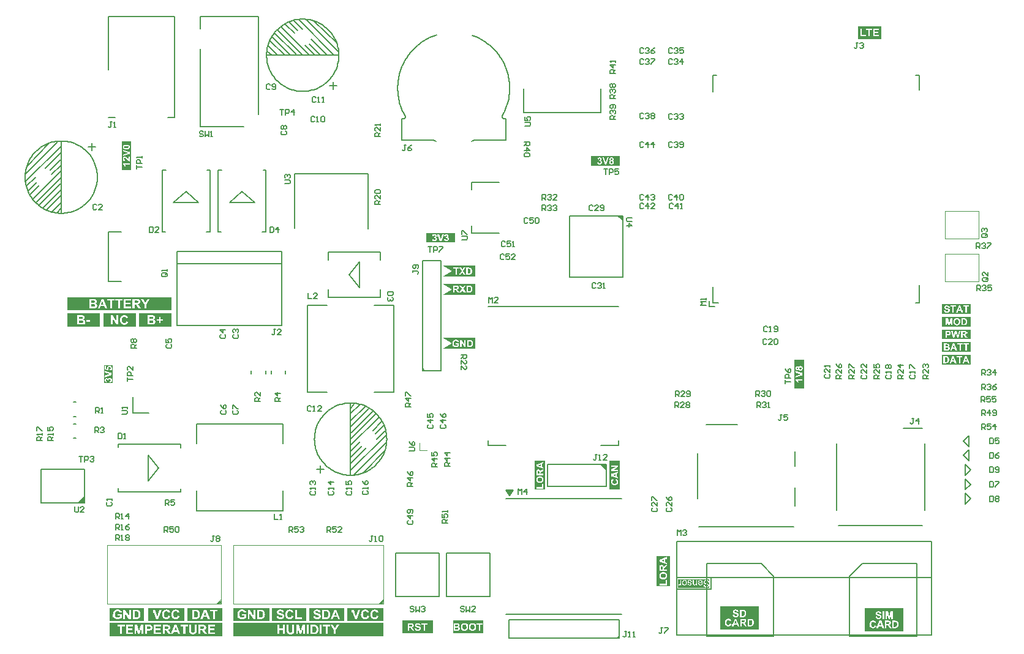
<source format=gto>
G04*
G04 #@! TF.GenerationSoftware,Altium Limited,Altium Designer,24.5.2 (23)*
G04*
G04 Layer_Color=65535*
%FSLAX25Y25*%
%MOIN*%
G70*
G04*
G04 #@! TF.SameCoordinates,A951430C-DF6E-4BD2-86CD-93E0E7D3D14D*
G04*
G04*
G04 #@! TF.FilePolarity,Positive*
G04*
G01*
G75*
%ADD10C,0.00500*%
%ADD11C,0.00787*%
%ADD12C,0.00197*%
%ADD13C,0.00394*%
%ADD14C,0.00800*%
%ADD15C,0.00799*%
G36*
X251969Y198819D02*
X234252D01*
X239173Y201772D01*
X239173Y201772D01*
Y199803D01*
X250984D01*
Y203740D01*
X239173D01*
Y201772D01*
X239173Y201772D01*
X234252Y204724D01*
X251969D01*
Y198819D01*
D02*
G37*
G36*
Y188976D02*
X234252D01*
X239173Y191929D01*
X239173Y191929D01*
Y189961D01*
X250984D01*
Y193898D01*
X239173D01*
Y191929D01*
X239173Y191929D01*
X234252Y194882D01*
X251969D01*
Y188976D01*
D02*
G37*
G36*
Y159449D02*
X234252D01*
X239173Y162402D01*
X239173Y162402D01*
Y160433D01*
X250984D01*
Y164370D01*
X239173D01*
Y162402D01*
X239173Y162402D01*
X234252Y165354D01*
X251969D01*
Y159449D01*
D02*
G37*
G36*
X240825Y217439D02*
X225261D01*
Y222607D01*
X240825D01*
Y217439D01*
D02*
G37*
G36*
X430734Y137888D02*
X425564D01*
Y153451D01*
X430734D01*
Y137888D01*
D02*
G37*
G36*
X114173Y11220D02*
X95276D01*
Y18307D01*
X114173D01*
Y11220D01*
D02*
G37*
G36*
X86614Y180512D02*
X29921D01*
Y187598D01*
X86614D01*
Y180512D01*
D02*
G37*
G36*
X330709Y98425D02*
Y82677D01*
X324803D01*
Y98425D01*
X330709D01*
D02*
G37*
G36*
X250984Y160433D02*
X239173D01*
Y164370D01*
X250984D01*
Y160433D01*
D02*
G37*
G36*
X160039Y11220D02*
X141142D01*
Y18307D01*
X160039D01*
Y11220D01*
D02*
G37*
G36*
X256299Y11417D02*
Y4331D01*
X239764D01*
Y11417D01*
X256299D01*
D02*
G37*
G36*
X201969Y2953D02*
X120079D01*
Y10039D01*
X201969D01*
Y2953D01*
D02*
G37*
G36*
X289980Y82677D02*
X284074D01*
Y98425D01*
X289980D01*
Y82677D01*
D02*
G37*
G36*
X330617Y259227D02*
X315053D01*
Y264395D01*
X330617D01*
Y259227D01*
D02*
G37*
G36*
X472933Y328150D02*
X460138D01*
Y335236D01*
X472933D01*
Y328150D01*
D02*
G37*
G36*
X139764Y11220D02*
X120079D01*
Y18307D01*
X139764D01*
Y11220D01*
D02*
G37*
G36*
X484955Y12212D02*
Y5434D01*
X463864D01*
Y12212D01*
Y18188D01*
X484955D01*
Y12212D01*
D02*
G37*
G36*
X47638Y171653D02*
X29921D01*
Y178740D01*
X47638D01*
Y171653D01*
D02*
G37*
G36*
X521561Y178518D02*
X505998D01*
Y183687D01*
X521561D01*
Y178518D01*
D02*
G37*
G36*
X379274Y29017D02*
X362362D01*
Y33975D01*
X379274D01*
Y29017D01*
D02*
G37*
G36*
X64592Y256982D02*
X59424D01*
Y272546D01*
X64592D01*
Y256982D01*
D02*
G37*
G36*
X54528Y150591D02*
Y140748D01*
X49803D01*
Y150591D01*
X54528D01*
D02*
G37*
G36*
X228740Y4331D02*
X212205D01*
Y11417D01*
X228740D01*
Y4331D01*
D02*
G37*
G36*
X201772Y11220D02*
X182087D01*
Y18307D01*
X201772D01*
Y11220D01*
D02*
G37*
G36*
X71653D02*
X52756D01*
Y18307D01*
X71653D01*
Y11220D01*
D02*
G37*
G36*
X521561Y171628D02*
X505998D01*
Y176797D01*
X521561D01*
Y171628D01*
D02*
G37*
G36*
X114370Y2953D02*
X52953D01*
Y10039D01*
X114370D01*
Y2953D01*
D02*
G37*
G36*
X250984Y189961D02*
X239173D01*
Y193898D01*
X250984D01*
Y189961D01*
D02*
G37*
G36*
X521561Y157848D02*
X505998D01*
Y163018D01*
X521561D01*
Y157848D01*
D02*
G37*
G36*
X180472Y11220D02*
X161575D01*
Y18307D01*
X180472D01*
Y11220D01*
D02*
G37*
G36*
X93504D02*
X73819D01*
Y18307D01*
X93504D01*
Y11220D01*
D02*
G37*
G36*
X406215Y13196D02*
X385124D01*
X406215D01*
Y6418D01*
X385124D01*
Y13196D01*
Y19172D01*
X406215D01*
Y13196D01*
D02*
G37*
G36*
X357747Y46583D02*
Y30048D01*
X350661D01*
Y46583D01*
X357747D01*
D02*
G37*
G36*
X86614Y171653D02*
X68898D01*
Y178740D01*
X86614D01*
Y171653D01*
D02*
G37*
G36*
X250984Y199803D02*
X239173D01*
Y203740D01*
X250984D01*
Y199803D01*
D02*
G37*
G36*
X67126Y171653D02*
X49409D01*
Y178740D01*
X67126D01*
Y171653D01*
D02*
G37*
G36*
X521561Y164738D02*
X505998D01*
Y169907D01*
X521561D01*
Y164738D01*
D02*
G37*
G36*
Y150959D02*
X505998D01*
Y156128D01*
X521561D01*
Y150959D01*
D02*
G37*
%LPC*%
G36*
X237528Y221958D02*
X235017D01*
Y218087D01*
D01*
Y221958D01*
X236234D01*
X236120Y221953D01*
X236016Y221942D01*
X235918Y221920D01*
X235836Y221898D01*
X235770Y221877D01*
X235716Y221855D01*
X235683Y221844D01*
X235678Y221838D01*
X235672D01*
X235585Y221789D01*
X235503Y221734D01*
X235437Y221680D01*
X235383Y221631D01*
X235339Y221582D01*
X235306Y221543D01*
X235284Y221522D01*
X235279Y221511D01*
X235230Y221429D01*
X235186Y221341D01*
X235153Y221249D01*
X235121Y221161D01*
X235099Y221079D01*
X235082Y221019D01*
X235077Y220992D01*
Y220976D01*
X235071Y220965D01*
Y220959D01*
X235738Y220850D01*
X235754Y220937D01*
X235776Y221014D01*
X235798Y221079D01*
X235825Y221129D01*
X235852Y221172D01*
X235874Y221205D01*
X235891Y221221D01*
X235896Y221227D01*
X235945Y221270D01*
X236000Y221303D01*
X236054Y221325D01*
X236103Y221341D01*
X236147Y221352D01*
X236180Y221358D01*
X236213D01*
X236278Y221352D01*
X236344Y221341D01*
X236393Y221320D01*
X236437Y221303D01*
X236475Y221281D01*
X236496Y221259D01*
X236513Y221249D01*
X236518Y221243D01*
X236557Y221199D01*
X236584Y221145D01*
X236606Y221096D01*
X236617Y221047D01*
X236628Y221003D01*
X236633Y220970D01*
Y220948D01*
Y220937D01*
X236628Y220855D01*
X236611Y220784D01*
X236584Y220724D01*
X236557Y220675D01*
X236524Y220632D01*
X236502Y220604D01*
X236480Y220583D01*
X236475Y220577D01*
X236409Y220533D01*
X236338Y220501D01*
X236262Y220479D01*
X236191Y220462D01*
X236125Y220457D01*
X236071Y220451D01*
X236021D01*
X235945Y219867D01*
X236016Y219884D01*
X236076Y219900D01*
X236136Y219911D01*
X236185Y219916D01*
X236224Y219922D01*
X236278D01*
X236355Y219916D01*
X236420Y219895D01*
X236480Y219873D01*
X236535Y219840D01*
X236573Y219813D01*
X236606Y219785D01*
X236628Y219763D01*
X236633Y219758D01*
X236682Y219692D01*
X236720Y219621D01*
X236748Y219550D01*
X236770Y219479D01*
X236780Y219414D01*
X236786Y219365D01*
Y219332D01*
Y219327D01*
Y219321D01*
X236780Y219217D01*
X236764Y219125D01*
X236737Y219043D01*
X236709Y218977D01*
X236677Y218928D01*
X236655Y218890D01*
X236633Y218863D01*
X236628Y218857D01*
X236567Y218802D01*
X236502Y218759D01*
X236442Y218731D01*
X236382Y218710D01*
X236327Y218699D01*
X236289Y218693D01*
X236262Y218688D01*
X236251D01*
X236174Y218693D01*
X236109Y218710D01*
X236049Y218731D01*
X235994Y218759D01*
X235956Y218781D01*
X235923Y218802D01*
X235901Y218819D01*
X235896Y218824D01*
X235847Y218884D01*
X235803Y218950D01*
X235776Y219021D01*
X235749Y219086D01*
X235732Y219146D01*
X235721Y219196D01*
X235716Y219228D01*
Y219234D01*
Y219239D01*
X235017Y219152D01*
X235028Y219065D01*
X235050Y218983D01*
X235099Y218830D01*
X235159Y218699D01*
X235197Y218644D01*
X235230Y218590D01*
X235263Y218540D01*
X235295Y218502D01*
X235323Y218464D01*
X235350Y218437D01*
X235372Y218415D01*
X235388Y218398D01*
X235399Y218388D01*
X235404Y218382D01*
X235470Y218333D01*
X235541Y218284D01*
X235607Y218246D01*
X235683Y218213D01*
X235825Y218158D01*
X235956Y218126D01*
X236021Y218114D01*
X236076Y218104D01*
X236125Y218098D01*
X236169Y218093D01*
X236207Y218087D01*
X236256D01*
X236355Y218093D01*
X236453Y218104D01*
X236540Y218120D01*
X236628Y218142D01*
X236704Y218169D01*
X236780Y218196D01*
X236851Y218229D01*
X236912Y218262D01*
X236966Y218295D01*
X237021Y218327D01*
X237059Y218355D01*
X237097Y218382D01*
X237124Y218404D01*
X237146Y218420D01*
X237157Y218431D01*
X237163Y218437D01*
X237228Y218502D01*
X237283Y218573D01*
X237332Y218644D01*
X237376Y218715D01*
X237408Y218792D01*
X237441Y218863D01*
X237485Y218994D01*
X237496Y219054D01*
X237507Y219114D01*
X237517Y219163D01*
X237523Y219207D01*
X237528Y219239D01*
Y219288D01*
X237517Y219414D01*
X237496Y219523D01*
X237468Y219627D01*
X237430Y219709D01*
X237392Y219780D01*
X237365Y219829D01*
X237343Y219862D01*
X237332Y219873D01*
X237256Y219955D01*
X237168Y220025D01*
X237081Y220080D01*
X236999Y220124D01*
X236928Y220157D01*
X236868Y220173D01*
X236846Y220184D01*
X236830D01*
X236819Y220189D01*
X236813D01*
X236912Y220249D01*
X236993Y220309D01*
X237064Y220375D01*
X237130Y220441D01*
X237185Y220506D01*
X237228Y220571D01*
X237261Y220637D01*
X237294Y220697D01*
X237316Y220757D01*
X237332Y220812D01*
X237343Y220861D01*
X237348Y220905D01*
X237354Y220937D01*
X237359Y220965D01*
Y220981D01*
Y220987D01*
X237354Y221052D01*
X237348Y221112D01*
X237316Y221232D01*
X237277Y221341D01*
X237228Y221434D01*
X237179Y221511D01*
X237135Y221565D01*
X237119Y221587D01*
X237103Y221603D01*
X237097Y221609D01*
X237092Y221614D01*
X237032Y221674D01*
X236961Y221729D01*
X236895Y221773D01*
X236824Y221811D01*
X236748Y221849D01*
X236677Y221877D01*
X236540Y221915D01*
X236480Y221931D01*
X236420Y221942D01*
X236371Y221948D01*
X236322Y221953D01*
X236284Y221958D01*
X237528D01*
D01*
D02*
G37*
G36*
X229824D02*
X228558D01*
Y218087D01*
D01*
Y221958D01*
X229775D01*
X229661Y221953D01*
X229557Y221942D01*
X229459Y221920D01*
X229377Y221898D01*
X229311Y221877D01*
X229257Y221855D01*
X229224Y221844D01*
X229218Y221838D01*
X229213D01*
X229125Y221789D01*
X229044Y221734D01*
X228978Y221680D01*
X228924Y221631D01*
X228880Y221582D01*
X228847Y221543D01*
X228825Y221522D01*
X228820Y221511D01*
X228771Y221429D01*
X228727Y221341D01*
X228694Y221249D01*
X228661Y221161D01*
X228640Y221079D01*
X228623Y221019D01*
X228618Y220992D01*
Y220976D01*
X228612Y220965D01*
Y220959D01*
X229278Y220850D01*
X229295Y220937D01*
X229317Y221014D01*
X229339Y221079D01*
X229366Y221129D01*
X229393Y221172D01*
X229415Y221205D01*
X229431Y221221D01*
X229437Y221227D01*
X229486Y221270D01*
X229540Y221303D01*
X229595Y221325D01*
X229644Y221341D01*
X229688Y221352D01*
X229721Y221358D01*
X229753D01*
X229819Y221352D01*
X229885Y221341D01*
X229934Y221320D01*
X229977Y221303D01*
X230015Y221281D01*
X230037Y221259D01*
X230054Y221249D01*
X230059Y221243D01*
X230097Y221199D01*
X230125Y221145D01*
X230147Y221096D01*
X230157Y221047D01*
X230168Y221003D01*
X230174Y220970D01*
Y220948D01*
Y220937D01*
X230168Y220855D01*
X230152Y220784D01*
X230125Y220724D01*
X230097Y220675D01*
X230065Y220632D01*
X230043Y220604D01*
X230021Y220583D01*
X230015Y220577D01*
X229950Y220533D01*
X229879Y220501D01*
X229803Y220479D01*
X229732Y220462D01*
X229666Y220457D01*
X229611Y220451D01*
X229562D01*
X229486Y219867D01*
X229557Y219884D01*
X229617Y219900D01*
X229677Y219911D01*
X229726Y219916D01*
X229764Y219922D01*
X229819D01*
X229895Y219916D01*
X229961Y219895D01*
X230021Y219873D01*
X230076Y219840D01*
X230114Y219813D01*
X230147Y219785D01*
X230168Y219763D01*
X230174Y219758D01*
X230223Y219692D01*
X230261Y219621D01*
X230289Y219550D01*
X230310Y219479D01*
X230321Y219414D01*
X230327Y219365D01*
Y219332D01*
Y219327D01*
Y219321D01*
X230321Y219217D01*
X230305Y219125D01*
X230278Y219043D01*
X230250Y218977D01*
X230218Y218928D01*
X230196Y218890D01*
X230174Y218863D01*
X230168Y218857D01*
X230108Y218802D01*
X230043Y218759D01*
X229983Y218731D01*
X229923Y218710D01*
X229868Y218699D01*
X229830Y218693D01*
X229803Y218688D01*
X229792D01*
X229715Y218693D01*
X229650Y218710D01*
X229590Y218731D01*
X229535Y218759D01*
X229497Y218781D01*
X229464Y218802D01*
X229442Y218819D01*
X229437Y218824D01*
X229388Y218884D01*
X229344Y218950D01*
X229317Y219021D01*
X229289Y219086D01*
X229273Y219146D01*
X229262Y219196D01*
X229257Y219228D01*
Y219234D01*
Y219239D01*
X228558Y219152D01*
X228569Y219065D01*
X228590Y218983D01*
X228640Y218830D01*
X228700Y218699D01*
X228738Y218644D01*
X228771Y218590D01*
X228803Y218540D01*
X228836Y218502D01*
X228863Y218464D01*
X228891Y218437D01*
X228913Y218415D01*
X228929Y218398D01*
X228940Y218388D01*
X228945Y218382D01*
X229011Y218333D01*
X229082Y218284D01*
X229147Y218246D01*
X229224Y218213D01*
X229366Y218158D01*
X229497Y218126D01*
X229562Y218114D01*
X229617Y218104D01*
X229666Y218098D01*
X229710Y218093D01*
X229748Y218087D01*
X231069D01*
X229797D01*
X229895Y218093D01*
X229994Y218104D01*
X230081Y218120D01*
X230168Y218142D01*
X230245Y218169D01*
X230321Y218196D01*
X230392Y218229D01*
X230452Y218262D01*
X230507Y218295D01*
X230561Y218327D01*
X230600Y218355D01*
X230638Y218382D01*
X230665Y218404D01*
X230687Y218420D01*
X230698Y218431D01*
X230703Y218437D01*
X230769Y218502D01*
X230824Y218573D01*
X230873Y218644D01*
X230916Y218715D01*
X230949Y218792D01*
X230982Y218863D01*
X231026Y218994D01*
X231036Y219054D01*
X231047Y219114D01*
X231058Y219163D01*
X231064Y219207D01*
X231069Y219239D01*
Y219288D01*
X231058Y219414D01*
X231036Y219523D01*
X231009Y219627D01*
X230971Y219709D01*
X230933Y219780D01*
X230906Y219829D01*
X230884Y219862D01*
X230873Y219873D01*
X230796Y219955D01*
X230709Y220025D01*
X230622Y220080D01*
X230540Y220124D01*
X230469Y220157D01*
X230409Y220173D01*
X230387Y220184D01*
X230370D01*
X230360Y220189D01*
X230354D01*
X230452Y220249D01*
X230534Y220309D01*
X230605Y220375D01*
X230671Y220441D01*
X230725Y220506D01*
X230769Y220571D01*
X230802Y220637D01*
X230835Y220697D01*
X230856Y220757D01*
X230873Y220812D01*
X230884Y220861D01*
X230889Y220905D01*
X230894Y220937D01*
X230900Y220965D01*
Y220981D01*
Y220987D01*
X230894Y221052D01*
X230889Y221112D01*
X230856Y221232D01*
X230818Y221341D01*
X230769Y221434D01*
X230720Y221511D01*
X230676Y221565D01*
X230660Y221587D01*
X230643Y221603D01*
X230638Y221609D01*
X230632Y221614D01*
X230572Y221674D01*
X230501Y221729D01*
X230436Y221773D01*
X230365Y221811D01*
X230289Y221849D01*
X230218Y221877D01*
X230081Y221915D01*
X230021Y221931D01*
X229961Y221942D01*
X229912Y221948D01*
X229863Y221953D01*
X229824Y221958D01*
D02*
G37*
G36*
X234820Y221936D02*
X231299D01*
Y218158D01*
D01*
Y221936D01*
X232653Y218158D01*
X233477D01*
X234820Y221936D01*
D01*
D02*
G37*
%LPD*%
G36*
X233084Y219141D02*
X232123Y221936D01*
X234007D01*
X233084Y219141D01*
D02*
G37*
%LPC*%
G36*
X430085Y150043D02*
X426214D01*
D01*
X428905D01*
X428791Y150038D01*
X428687Y150016D01*
X428589Y149994D01*
X428507Y149961D01*
X428441Y149934D01*
X428392Y149907D01*
X428359Y149885D01*
X428348Y149879D01*
X428261Y149814D01*
X428185Y149737D01*
X428119Y149655D01*
X428070Y149579D01*
X428026Y149508D01*
X427993Y149453D01*
X427983Y149432D01*
X427977Y149415D01*
X427972Y149404D01*
Y149399D01*
X427928Y149486D01*
X427879Y149563D01*
X427830Y149628D01*
X427775Y149683D01*
X427731Y149726D01*
X427693Y149754D01*
X427671Y149776D01*
X427660Y149781D01*
X427578Y149830D01*
X427497Y149863D01*
X427420Y149890D01*
X427349Y149907D01*
X427284Y149917D01*
X427235Y149923D01*
X427202D01*
X427196D01*
X427191D01*
X427114Y149917D01*
X427038Y149912D01*
X426901Y149874D01*
X426787Y149830D01*
X426683Y149776D01*
X426601Y149715D01*
X426568Y149694D01*
X426541Y149672D01*
X426519Y149650D01*
X426503Y149634D01*
X426497Y149628D01*
X426492Y149623D01*
X426443Y149563D01*
X426399Y149503D01*
X426361Y149432D01*
X426328Y149366D01*
X426279Y149224D01*
X426246Y149088D01*
X426235Y149028D01*
X426230Y148968D01*
X426224Y148918D01*
X426219Y148869D01*
X426214Y148837D01*
Y148782D01*
X426219Y148684D01*
X426224Y148591D01*
X426241Y148503D01*
X426257Y148422D01*
X426279Y148345D01*
X426301Y148274D01*
X426328Y148214D01*
X426350Y148159D01*
X426377Y148105D01*
X426405Y148061D01*
X426426Y148028D01*
X426448Y147996D01*
X426465Y147974D01*
X426481Y147957D01*
X426486Y147947D01*
X426492Y147941D01*
X426546Y147892D01*
X426601Y147843D01*
X426661Y147804D01*
X426716Y147772D01*
X426836Y147717D01*
X426945Y147684D01*
X427043Y147663D01*
X427087Y147657D01*
X427120Y147652D01*
X427153Y147646D01*
X427174D01*
X427185D01*
X427191D01*
X427284Y147652D01*
X427365Y147668D01*
X427447Y147684D01*
X427513Y147712D01*
X427573Y147733D01*
X427611Y147750D01*
X427638Y147766D01*
X427649Y147772D01*
X427720Y147826D01*
X427786Y147892D01*
X427841Y147957D01*
X427890Y148028D01*
X427922Y148088D01*
X427950Y148138D01*
X427966Y148170D01*
X427972Y148176D01*
Y148181D01*
X428032Y148067D01*
X428092Y147968D01*
X428157Y147886D01*
X428223Y147821D01*
X428283Y147766D01*
X428327Y147728D01*
X428359Y147706D01*
X428365Y147701D01*
X428370D01*
X428469Y147652D01*
X428567Y147613D01*
X428665Y147592D01*
X428752Y147570D01*
X428823Y147559D01*
X428883Y147553D01*
X428938D01*
X429042Y147559D01*
X429135Y147570D01*
X429227Y147592D01*
X429309Y147619D01*
X429391Y147646D01*
X429462Y147679D01*
X429528Y147717D01*
X429588Y147755D01*
X429637Y147794D01*
X429686Y147832D01*
X429724Y147865D01*
X429757Y147892D01*
X429784Y147919D01*
X429801Y147941D01*
X429812Y147952D01*
X429817Y147957D01*
X429866Y148023D01*
X429904Y148094D01*
X429943Y148165D01*
X429970Y148236D01*
X430019Y148378D01*
X430052Y148514D01*
X430063Y148580D01*
X430068Y148634D01*
X430074Y148684D01*
X430079Y148727D01*
X430085Y148766D01*
Y150043D01*
D02*
G37*
G36*
X430014Y147340D02*
X426235D01*
D01*
X430014D01*
Y145997D01*
X426235Y147340D01*
Y146527D01*
X429031Y145604D01*
X426235Y144643D01*
Y143819D01*
X430014Y145173D01*
Y143819D01*
D01*
Y147340D01*
D02*
G37*
G36*
Y142956D02*
X426214D01*
Y142366D01*
X426339Y142312D01*
X426454Y142241D01*
X426563Y142164D01*
X426650Y142088D01*
X426721Y142022D01*
X426776Y141962D01*
X426798Y141940D01*
X426814Y141924D01*
X426820Y141913D01*
X426825Y141908D01*
X426912Y141788D01*
X426989Y141673D01*
X427049Y141569D01*
X427093Y141476D01*
X427125Y141400D01*
X427153Y141345D01*
X427158Y141323D01*
X427164Y141307D01*
X427169Y141302D01*
Y141296D01*
X427824D01*
X427748Y141493D01*
X427666Y141667D01*
X427622Y141749D01*
X427573Y141826D01*
X427529Y141897D01*
X427486Y141962D01*
X427442Y142022D01*
X427404Y142077D01*
X427371Y142121D01*
X427338Y142159D01*
X427311Y142192D01*
X427295Y142213D01*
X427284Y142224D01*
X427278Y142230D01*
X430014D01*
Y141296D01*
D01*
Y142956D01*
D02*
G37*
%LPD*%
G36*
X430085Y148815D02*
X430079Y148918D01*
X430068Y149011D01*
X430052Y149104D01*
X430035Y149191D01*
X430008Y149268D01*
X429981Y149339D01*
X429954Y149410D01*
X429921Y149470D01*
X429888Y149524D01*
X429861Y149568D01*
X429834Y149612D01*
X429806Y149644D01*
X429790Y149672D01*
X429773Y149688D01*
X429763Y149699D01*
X429757Y149705D01*
X429692Y149765D01*
X429626Y149814D01*
X429555Y149863D01*
X429484Y149901D01*
X429413Y149934D01*
X429342Y149961D01*
X429206Y149999D01*
X429145Y150016D01*
X429091Y150027D01*
X429036Y150032D01*
X428993Y150038D01*
X428954Y150043D01*
X430085D01*
Y148815D01*
D02*
G37*
G36*
X427316Y149235D02*
X427387Y149219D01*
X427442Y149202D01*
X427491Y149180D01*
X427535Y149153D01*
X427562Y149137D01*
X427578Y149120D01*
X427584Y149115D01*
X427622Y149066D01*
X427655Y149011D01*
X427677Y148957D01*
X427688Y148902D01*
X427699Y148853D01*
X427704Y148815D01*
Y148782D01*
X427699Y148711D01*
X427688Y148645D01*
X427666Y148591D01*
X427644Y148542D01*
X427622Y148503D01*
X427600Y148476D01*
X427589Y148460D01*
X427584Y148454D01*
X427535Y148416D01*
X427480Y148383D01*
X427426Y148361D01*
X427371Y148351D01*
X427322Y148340D01*
X427284Y148334D01*
X427256D01*
X427245D01*
X427169Y148340D01*
X427104Y148351D01*
X427049Y148372D01*
X427000Y148394D01*
X426962Y148416D01*
X426934Y148438D01*
X426918Y148449D01*
X426912Y148454D01*
X426869Y148503D01*
X426841Y148558D01*
X426820Y148613D01*
X426803Y148667D01*
X426792Y148716D01*
X426787Y148755D01*
Y148787D01*
X426792Y148858D01*
X426809Y148924D01*
X426825Y148978D01*
X426847Y149028D01*
X426874Y149066D01*
X426891Y149093D01*
X426907Y149109D01*
X426912Y149115D01*
X426962Y149159D01*
X427016Y149186D01*
X427071Y149208D01*
X427125Y149224D01*
X427169Y149235D01*
X427207Y149241D01*
X427229D01*
X427240D01*
X427316Y149235D01*
D02*
G37*
G36*
X428982Y149322D02*
X429074Y149306D01*
X429156Y149279D01*
X429222Y149251D01*
X429277Y149224D01*
X429309Y149197D01*
X429337Y149180D01*
X429342Y149175D01*
X429397Y149115D01*
X429435Y149055D01*
X429462Y148995D01*
X429479Y148935D01*
X429490Y148880D01*
X429500Y148842D01*
Y148804D01*
X429495Y148722D01*
X429473Y148645D01*
X429446Y148580D01*
X429419Y148525D01*
X429386Y148482D01*
X429364Y148449D01*
X429342Y148427D01*
X429337Y148422D01*
X429266Y148372D01*
X429189Y148334D01*
X429113Y148307D01*
X429036Y148291D01*
X428965Y148280D01*
X428911Y148269D01*
X428889D01*
X428872D01*
X428867D01*
X428862D01*
X428785Y148274D01*
X428709Y148291D01*
X428643Y148307D01*
X428583Y148334D01*
X428534Y148356D01*
X428496Y148372D01*
X428474Y148389D01*
X428463Y148394D01*
X428403Y148449D01*
X428354Y148514D01*
X428321Y148580D01*
X428299Y148645D01*
X428288Y148700D01*
X428277Y148749D01*
Y148793D01*
X428283Y148875D01*
X428305Y148951D01*
X428327Y149017D01*
X428359Y149071D01*
X428387Y149115D01*
X428414Y149148D01*
X428436Y149170D01*
X428441Y149175D01*
X428507Y149224D01*
X428578Y149262D01*
X428649Y149290D01*
X428720Y149311D01*
X428780Y149322D01*
X428829Y149328D01*
X428862D01*
X428867D01*
X428872D01*
X428982Y149322D01*
D02*
G37*
%LPC*%
G36*
X111635Y17286D02*
X107633D01*
Y12241D01*
Y16433D01*
X109128D01*
Y12241D01*
X110148D01*
Y16433D01*
X111635D01*
Y17286D01*
D02*
G37*
G36*
X107444D02*
X102384D01*
D01*
X104338D01*
X102384Y12241D01*
X103463D01*
X103879Y13386D01*
X105905D01*
X106343Y12241D01*
X107444D01*
X105417Y17286D01*
X107444D01*
D01*
D02*
G37*
G36*
X102034D02*
X97813D01*
Y12241D01*
X99724D01*
X99920Y12249D01*
X100102Y12256D01*
X100256Y12271D01*
X100380Y12292D01*
X100482Y12314D01*
X100562Y12329D01*
X100584Y12336D01*
X100606D01*
X100613Y12343D01*
X100620D01*
X100780Y12402D01*
X100926Y12467D01*
X101043Y12533D01*
X101145Y12599D01*
X101225Y12657D01*
X101284Y12701D01*
X101320Y12730D01*
X101335Y12744D01*
X101459Y12883D01*
X101568Y13029D01*
X101663Y13182D01*
X101735Y13320D01*
X101794Y13452D01*
X101823Y13503D01*
X101838Y13546D01*
X101852Y13590D01*
X101867Y13619D01*
X101874Y13634D01*
Y13641D01*
X101925Y13816D01*
X101969Y13998D01*
X101998Y14173D01*
X102013Y14341D01*
X102020Y14421D01*
X102027Y14494D01*
Y14552D01*
X102034Y14611D01*
Y14713D01*
X102027Y14968D01*
X102005Y15194D01*
X101998Y15303D01*
X101983Y15398D01*
X101969Y15493D01*
X101954Y15573D01*
X101932Y15646D01*
X101918Y15711D01*
X101903Y15770D01*
X101896Y15813D01*
X101881Y15850D01*
X101874Y15879D01*
X101867Y15894D01*
Y15901D01*
X101801Y16076D01*
X101721Y16236D01*
X101641Y16375D01*
X101561Y16491D01*
X101495Y16586D01*
X101437Y16659D01*
X101400Y16703D01*
X101393Y16717D01*
X101386D01*
X101262Y16834D01*
X101138Y16929D01*
X101006Y17009D01*
X100890Y17075D01*
X100788Y17126D01*
X100700Y17162D01*
X100671Y17169D01*
X100649Y17177D01*
X100635Y17184D01*
X100627D01*
X100489Y17221D01*
X100336Y17242D01*
X100175Y17264D01*
X100022Y17271D01*
X99884Y17279D01*
X99826Y17286D01*
X102034D01*
D01*
D02*
G37*
%LPD*%
G36*
X105577Y14239D02*
X104185D01*
X104870Y16112D01*
X105577Y14239D01*
D02*
G37*
G36*
X99592Y16426D02*
X99680D01*
X99753Y16419D01*
X99818D01*
X99884Y16411D01*
X99935D01*
X100015Y16397D01*
X100073Y16389D01*
X100110Y16382D01*
X100117D01*
X100219Y16353D01*
X100307Y16317D01*
X100387Y16280D01*
X100460Y16236D01*
X100511Y16200D01*
X100555Y16171D01*
X100576Y16149D01*
X100584Y16142D01*
X100649Y16069D01*
X100708Y15989D01*
X100759Y15908D01*
X100802Y15835D01*
X100832Y15763D01*
X100853Y15704D01*
X100868Y15668D01*
X100875Y15661D01*
Y15653D01*
X100912Y15522D01*
X100941Y15383D01*
X100955Y15230D01*
X100970Y15085D01*
X100977Y14961D01*
X100985Y14902D01*
Y14851D01*
Y14815D01*
Y14786D01*
Y14764D01*
Y14757D01*
X100977Y14552D01*
X100970Y14363D01*
X100948Y14210D01*
X100934Y14078D01*
X100912Y13969D01*
X100904Y13925D01*
X100890Y13896D01*
X100883Y13867D01*
Y13845D01*
X100875Y13838D01*
Y13831D01*
X100832Y13714D01*
X100795Y13612D01*
X100744Y13532D01*
X100708Y13466D01*
X100671Y13415D01*
X100642Y13379D01*
X100620Y13357D01*
X100613Y13350D01*
X100547Y13298D01*
X100482Y13255D01*
X100416Y13218D01*
X100350Y13189D01*
X100292Y13167D01*
X100248Y13153D01*
X100219Y13138D01*
X100205D01*
X100124Y13124D01*
X100030Y13116D01*
X99928Y13102D01*
X99826D01*
X99731Y13094D01*
X98834D01*
Y16433D01*
X99497D01*
X99592Y16426D01*
D02*
G37*
%LPC*%
G36*
X74652Y186577D02*
X73478D01*
X72319Y184580D01*
X71131Y186577D01*
X69943D01*
X71787Y183654D01*
Y181533D01*
X69943D01*
X72808D01*
Y183647D01*
X74652Y186577D01*
D02*
G37*
G36*
X64512D02*
Y182386D01*
X61698D01*
Y183756D01*
X64227D01*
Y184609D01*
X61698D01*
Y185724D01*
X64417D01*
Y186577D01*
X64512D01*
X60677D01*
Y181533D01*
X64512D01*
Y186577D01*
D02*
G37*
G36*
X67654D02*
X65379D01*
Y181533D01*
X66400D01*
Y183640D01*
X66728D01*
X66830Y183632D01*
X66917Y183625D01*
X66990Y183610D01*
X67049Y183603D01*
X67085Y183589D01*
X67107Y183581D01*
X67114D01*
X67172Y183552D01*
X67231Y183523D01*
X67282Y183486D01*
X67333Y183457D01*
X67369Y183421D01*
X67399Y183392D01*
X67413Y183377D01*
X67420Y183370D01*
X67449Y183333D01*
X67486Y183297D01*
X67566Y183188D01*
X67654Y183071D01*
X67748Y182940D01*
X67829Y182823D01*
X67865Y182765D01*
X67894Y182721D01*
X67923Y182685D01*
X67945Y182655D01*
X67953Y182634D01*
X67960Y182626D01*
X68689Y181533D01*
X69914D01*
X69294Y182517D01*
X69228Y182619D01*
X69163Y182721D01*
X69104Y182808D01*
X69046Y182889D01*
X68995Y182962D01*
X68951Y183035D01*
X68864Y183144D01*
X68798Y183231D01*
X68754Y183290D01*
X68718Y183326D01*
X68711Y183333D01*
X68630Y183421D01*
X68536Y183501D01*
X68448Y183567D01*
X68361Y183632D01*
X68288Y183683D01*
X68230Y183720D01*
X68186Y183749D01*
X68178Y183756D01*
X68171D01*
X68295Y183778D01*
X68405Y183807D01*
X68506Y183836D01*
X68609Y183873D01*
X68696Y183909D01*
X68776Y183946D01*
X68856Y183982D01*
X68922Y184026D01*
X68980Y184062D01*
X69031Y184099D01*
X69075Y184135D01*
X69104Y184165D01*
X69134Y184186D01*
X69155Y184208D01*
X69163Y184215D01*
X69170Y184223D01*
X69228Y184296D01*
X69279Y184369D01*
X69367Y184529D01*
X69425Y184682D01*
X69462Y184835D01*
X69491Y184966D01*
X69498Y185017D01*
Y185068D01*
X69505Y185105D01*
Y185141D01*
Y185156D01*
Y185163D01*
X69498Y185324D01*
X69469Y185477D01*
X69432Y185608D01*
X69396Y185724D01*
X69352Y185819D01*
X69316Y185892D01*
X69301Y185914D01*
X69287Y185936D01*
X69279Y185943D01*
Y185951D01*
X69192Y186074D01*
X69097Y186177D01*
X69002Y186257D01*
X68907Y186330D01*
X68820Y186373D01*
X68754Y186410D01*
X68711Y186432D01*
X68703Y186439D01*
X68696D01*
X68623Y186461D01*
X68543Y186483D01*
X68361Y186519D01*
X68164Y186541D01*
X67974Y186563D01*
X67880D01*
X67799Y186570D01*
X67719D01*
X67654Y186577D01*
D02*
G37*
G36*
X60014D02*
X56011Y186577D01*
Y181533D01*
Y185724D01*
X57506D01*
Y181533D01*
X58526Y181533D01*
Y185724D01*
X60014D01*
Y186577D01*
D02*
G37*
G36*
X55705Y186577D02*
X51703D01*
Y181533D01*
Y185724D01*
X53197D01*
Y181533D01*
X54218D01*
Y185724D01*
X55705D01*
Y186577D01*
D02*
G37*
G36*
X51513D02*
X48408D01*
X46454Y181533D01*
X49652D01*
X47533D01*
X47949Y182677D01*
X49975D01*
X50413Y181533D01*
X51513D01*
X49487Y186577D01*
X51513D01*
D02*
G37*
G36*
X46104D02*
X41883D01*
Y181533D01*
X44070D01*
X44194Y181540D01*
X44413D01*
X44501Y181547D01*
X44639D01*
X44690Y181555D01*
X44763D01*
X44792Y181562D01*
X44821D01*
X44967Y181584D01*
X45098Y181620D01*
X45215Y181657D01*
X45317Y181700D01*
X45397Y181737D01*
X45456Y181773D01*
X45492Y181795D01*
X45507Y181802D01*
X45609Y181883D01*
X45689Y181970D01*
X45769Y182050D01*
X45827Y182138D01*
X45878Y182211D01*
X45915Y182269D01*
X45937Y182306D01*
X45944Y182320D01*
X45995Y182444D01*
X46039Y182561D01*
X46068Y182677D01*
X46082Y182779D01*
X46097Y182867D01*
X46104Y182932D01*
Y182991D01*
X46097Y183151D01*
X46068Y183297D01*
X46024Y183421D01*
X45980Y183537D01*
X45937Y183625D01*
X45893Y183691D01*
X45864Y183734D01*
X45856Y183749D01*
X45754Y183866D01*
X45645Y183960D01*
X45521Y184040D01*
X45412Y184099D01*
X45310Y184150D01*
X45222Y184186D01*
X45193Y184194D01*
X45171Y184201D01*
X45157Y184208D01*
X45149D01*
X45266Y184274D01*
X45368Y184339D01*
X45456Y184420D01*
X45528Y184485D01*
X45579Y184551D01*
X45623Y184602D01*
X45652Y184638D01*
X45660Y184653D01*
X45725Y184769D01*
X45776Y184879D01*
X45805Y184988D01*
X45835Y185090D01*
X45849Y185178D01*
X45856Y185243D01*
Y185287D01*
Y185294D01*
Y185302D01*
X45849Y185418D01*
X45835Y185535D01*
X45805Y185630D01*
X45776Y185717D01*
X45747Y185790D01*
X45718Y185848D01*
X45703Y185878D01*
X45696Y185892D01*
X45638Y185987D01*
X45572Y186067D01*
X45507Y186140D01*
X45448Y186206D01*
X45390Y186249D01*
X45346Y186286D01*
X45317Y186308D01*
X45310Y186315D01*
X45222Y186373D01*
X45127Y186417D01*
X45040Y186453D01*
X44960Y186483D01*
X44887Y186504D01*
X44836Y186519D01*
X44800Y186526D01*
X44785D01*
X44661Y186541D01*
X44522Y186556D01*
X44377Y186563D01*
X44231Y186570D01*
X44100Y186577D01*
X46104D01*
D02*
G37*
%LPD*%
G36*
X67632Y185717D02*
X67792D01*
X67858Y185710D01*
X67901D01*
X67923Y185703D01*
X67931D01*
X68018Y185681D01*
X68098Y185652D01*
X68164Y185623D01*
X68215Y185586D01*
X68259Y185550D01*
X68295Y185528D01*
X68310Y185506D01*
X68317Y185498D01*
X68361Y185440D01*
X68397Y185367D01*
X68419Y185302D01*
X68441Y185236D01*
X68448Y185178D01*
X68455Y185134D01*
Y185105D01*
Y185090D01*
X68448Y185010D01*
X68441Y184937D01*
X68419Y184872D01*
X68405Y184813D01*
X68383Y184769D01*
X68361Y184740D01*
X68353Y184719D01*
X68346Y184711D01*
X68302Y184660D01*
X68259Y184616D01*
X68164Y184551D01*
X68127Y184529D01*
X68091Y184514D01*
X68069Y184500D01*
X68062D01*
X68025Y184493D01*
X67967Y184478D01*
X67909Y184471D01*
X67843Y184463D01*
X67690Y184456D01*
X67537Y184449D01*
X67391Y184441D01*
X66400D01*
Y185724D01*
X67566D01*
X67632Y185717D01*
D02*
G37*
G36*
X49647Y183530D02*
X48255D01*
X48940Y185404D01*
X49647Y183530D01*
D02*
G37*
G36*
X43998Y185732D02*
X44187D01*
X44231Y185724D01*
X44311D01*
X44340Y185717D01*
X44348D01*
X44435Y185703D01*
X44515Y185681D01*
X44581Y185652D01*
X44639Y185623D01*
X44675Y185593D01*
X44712Y185564D01*
X44726Y185550D01*
X44734Y185542D01*
X44778Y185484D01*
X44807Y185418D01*
X44836Y185360D01*
X44851Y185302D01*
X44858Y185243D01*
X44865Y185200D01*
Y185170D01*
Y185163D01*
X44858Y185076D01*
X44843Y184995D01*
X44814Y184930D01*
X44792Y184872D01*
X44763Y184821D01*
X44734Y184791D01*
X44719Y184769D01*
X44712Y184762D01*
X44654Y184711D01*
X44588Y184675D01*
X44522Y184646D01*
X44457Y184624D01*
X44391Y184602D01*
X44348Y184595D01*
X44318Y184587D01*
X44275D01*
X44231Y184580D01*
X44005D01*
X43881Y184573D01*
X42904D01*
Y185739D01*
X43917D01*
X43998Y185732D01*
D02*
G37*
G36*
X44063Y183727D02*
X44151Y183720D01*
X44238D01*
X44311Y183712D01*
X44377Y183705D01*
X44428Y183698D01*
X44479Y183691D01*
X44515Y183683D01*
X44574Y183676D01*
X44610Y183661D01*
X44617D01*
X44690Y183632D01*
X44756Y183596D01*
X44814Y183559D01*
X44858Y183516D01*
X44894Y183486D01*
X44916Y183457D01*
X44931Y183435D01*
X44938Y183428D01*
X44974Y183363D01*
X45004Y183297D01*
X45025Y183239D01*
X45040Y183173D01*
X45047Y183122D01*
X45055Y183078D01*
Y183049D01*
Y183042D01*
X45047Y182947D01*
X45033Y182860D01*
X45011Y182787D01*
X44982Y182728D01*
X44952Y182677D01*
X44931Y182641D01*
X44916Y182619D01*
X44909Y182612D01*
X44851Y182561D01*
X44792Y182517D01*
X44726Y182481D01*
X44668Y182451D01*
X44617Y182437D01*
X44574Y182422D01*
X44544Y182415D01*
X44537D01*
X44508Y182408D01*
X44464D01*
X44369Y182400D01*
X44253Y182393D01*
X44136D01*
X44027Y182386D01*
X42904D01*
Y183734D01*
X43961D01*
X44063Y183727D01*
D02*
G37*
%LPC*%
G36*
X329648Y95932D02*
X325869D01*
Y95168D01*
Y95228D01*
X328414D01*
X325869Y93666D01*
Y92929D01*
X329648D01*
Y95932D01*
D02*
G37*
G36*
Y92519D02*
D01*
X325869Y91002D01*
Y92519D01*
D01*
Y88730D01*
X329648D01*
D01*
X325869D01*
Y90194D01*
X329648Y88730D01*
Y89538D01*
X328791Y89850D01*
Y91368D01*
X329648Y91695D01*
Y92519D01*
D02*
G37*
G36*
X328496Y88457D02*
X328490D01*
X328261Y87715D01*
X328408Y87671D01*
X328534Y87622D01*
X328638Y87573D01*
X328725Y87518D01*
X328791Y87475D01*
X328834Y87436D01*
X328862Y87409D01*
X328872Y87398D01*
X328938Y87311D01*
X328982Y87223D01*
X329014Y87136D01*
X329042Y87059D01*
X329053Y86989D01*
X329058Y86928D01*
X329064Y86907D01*
Y86879D01*
X329058Y86803D01*
X329053Y86732D01*
X329014Y86601D01*
X328971Y86486D01*
X328911Y86393D01*
X328856Y86317D01*
X328812Y86262D01*
X328791Y86241D01*
X328774Y86224D01*
X328769Y86219D01*
X328763Y86213D01*
X328703Y86169D01*
X328632Y86131D01*
X328556Y86093D01*
X328474Y86066D01*
X328305Y86022D01*
X328135Y85989D01*
X328053Y85978D01*
X327982Y85973D01*
X327911Y85962D01*
X327852D01*
X327808Y85957D01*
X327770D01*
X327742D01*
X327737D01*
X327611Y85962D01*
X327497Y85967D01*
X327393Y85978D01*
X327294Y85995D01*
X327207Y86017D01*
X327125Y86039D01*
X327054Y86060D01*
X326989Y86088D01*
X326934Y86110D01*
X326885Y86131D01*
X326847Y86153D01*
X326814Y86175D01*
X326787Y86191D01*
X326770Y86202D01*
X326760Y86213D01*
X326754D01*
X326699Y86262D01*
X326650Y86317D01*
X326612Y86372D01*
X326579Y86432D01*
X326525Y86546D01*
X326486Y86655D01*
X326465Y86748D01*
X326459Y86792D01*
X326454Y86825D01*
X326448Y86857D01*
Y86896D01*
X326454Y87005D01*
X326476Y87103D01*
X326503Y87191D01*
X326536Y87267D01*
X326568Y87327D01*
X326596Y87371D01*
X326618Y87398D01*
X326623Y87409D01*
X326689Y87480D01*
X326765Y87546D01*
X326841Y87595D01*
X326918Y87633D01*
X326983Y87660D01*
X327032Y87677D01*
X327054Y87687D01*
X327071D01*
X327076Y87693D01*
X327082D01*
X326901Y88446D01*
X326743Y88392D01*
X326607Y88332D01*
X326486Y88266D01*
X326388Y88206D01*
X326312Y88146D01*
X326279Y88124D01*
X326252Y88102D01*
X326235Y88086D01*
X326219Y88070D01*
X326208Y88064D01*
Y88059D01*
X326137Y87977D01*
X326072Y87884D01*
X326017Y87797D01*
X325973Y87704D01*
X325930Y87606D01*
X325897Y87513D01*
X325869Y87420D01*
X325848Y87332D01*
X325831Y87251D01*
X325820Y87174D01*
X325809Y87109D01*
X325804Y87049D01*
X325799Y86999D01*
Y88457D01*
D01*
Y85170D01*
X329713D01*
D01*
X327791D01*
X327955Y85176D01*
X328108Y85192D01*
X328256Y85214D01*
X328386Y85247D01*
X328512Y85280D01*
X328632Y85323D01*
X328736Y85367D01*
X328829Y85411D01*
X328916Y85454D01*
X328993Y85498D01*
X329053Y85542D01*
X329107Y85574D01*
X329146Y85607D01*
X329178Y85629D01*
X329195Y85645D01*
X329200Y85651D01*
X329293Y85744D01*
X329369Y85842D01*
X329440Y85946D01*
X329495Y86049D01*
X329544Y86153D01*
X329588Y86257D01*
X329621Y86355D01*
X329648Y86448D01*
X329670Y86541D01*
X329686Y86623D01*
X329697Y86699D01*
X329702Y86759D01*
X329708Y86814D01*
X329713Y86852D01*
Y86885D01*
X329708Y86999D01*
X329702Y87103D01*
X329686Y87207D01*
X329664Y87300D01*
X329642Y87387D01*
X329621Y87469D01*
X329593Y87546D01*
X329560Y87616D01*
X329533Y87677D01*
X329506Y87731D01*
X329484Y87780D01*
X329462Y87818D01*
X329440Y87851D01*
X329424Y87873D01*
X329418Y87884D01*
X329413Y87889D01*
X329353Y87960D01*
X329287Y88026D01*
X329140Y88146D01*
X328987Y88244D01*
X328840Y88321D01*
X328769Y88354D01*
X328703Y88381D01*
X328643Y88403D01*
X328594Y88424D01*
X328550Y88441D01*
X328518Y88452D01*
X328496Y88457D01*
D02*
G37*
%LPD*%
G36*
X329648Y93633D02*
X327158D01*
X329648Y95168D01*
Y93633D01*
D02*
G37*
G36*
X328152Y90079D02*
X326748Y90592D01*
X328152Y91122D01*
Y90079D01*
D02*
G37*
G36*
X325804Y86792D02*
X325820Y86650D01*
X325848Y86524D01*
X325880Y86399D01*
X325919Y86290D01*
X325962Y86181D01*
X326011Y86088D01*
X326061Y86000D01*
X326110Y85918D01*
X326159Y85853D01*
X326203Y85793D01*
X326241Y85744D01*
X326273Y85705D01*
X326301Y85678D01*
X326317Y85662D01*
X326323Y85656D01*
X326426Y85569D01*
X326536Y85498D01*
X326650Y85432D01*
X326770Y85378D01*
X326896Y85329D01*
X327016Y85290D01*
X327136Y85258D01*
X327251Y85230D01*
X327365Y85209D01*
X327464Y85198D01*
X327557Y85187D01*
X327633Y85176D01*
X327699D01*
X327748Y85170D01*
X325799D01*
Y86934D01*
X325804Y86792D01*
D02*
G37*
%LPC*%
G36*
X243004Y164362D02*
X239471D01*
Y160441D01*
D01*
Y162413D01*
X239482Y162211D01*
X239504Y162025D01*
X239542Y161856D01*
X239559Y161774D01*
X239580Y161703D01*
X239602Y161637D01*
X239619Y161577D01*
X239641Y161528D01*
X239657Y161484D01*
X239668Y161451D01*
X239679Y161424D01*
X239690Y161408D01*
Y161402D01*
X239783Y161239D01*
X239886Y161097D01*
X239996Y160971D01*
X240105Y160873D01*
X240154Y160829D01*
X240203Y160791D01*
X240241Y160758D01*
X240279Y160736D01*
X240307Y160714D01*
X240334Y160698D01*
X240345Y160693D01*
X240350Y160687D01*
X240438Y160643D01*
X240520Y160605D01*
X240700Y160545D01*
X240875Y160502D01*
X241033Y160474D01*
X241109Y160463D01*
X241175Y160452D01*
X241235Y160447D01*
X241289D01*
X241328Y160441D01*
X241388D01*
X241563Y160447D01*
X241726Y160469D01*
X241885Y160496D01*
X242021Y160529D01*
X242081Y160545D01*
X242136Y160562D01*
X242185Y160578D01*
X242229Y160589D01*
X242261Y160600D01*
X242283Y160611D01*
X242300Y160616D01*
X242305D01*
X242469Y160682D01*
X242605Y160753D01*
X242725Y160824D01*
X242829Y160884D01*
X242906Y160938D01*
X242933Y160960D01*
X242960Y160982D01*
X242977Y160998D01*
X242993Y161009D01*
X243004Y161020D01*
Y162538D01*
X241360D01*
Y161899D01*
X242234D01*
Y161413D01*
X242169Y161364D01*
X242098Y161320D01*
X242027Y161282D01*
X241961Y161249D01*
X241906Y161222D01*
X241857Y161200D01*
X241830Y161189D01*
X241825Y161184D01*
X241819D01*
X241732Y161151D01*
X241644Y161129D01*
X241563Y161113D01*
X241492Y161102D01*
X241426Y161097D01*
X241382Y161091D01*
X241339D01*
X241251Y161097D01*
X241164Y161108D01*
X241088Y161124D01*
X241011Y161146D01*
X240875Y161200D01*
X240820Y161228D01*
X240765Y161260D01*
X240716Y161293D01*
X240672Y161320D01*
X240640Y161353D01*
X240607Y161375D01*
X240585Y161397D01*
X240569Y161413D01*
X240558Y161424D01*
X240552Y161430D01*
X240503Y161495D01*
X240454Y161572D01*
X240416Y161648D01*
X240383Y161730D01*
X240329Y161899D01*
X240296Y162063D01*
X240285Y162139D01*
X240274Y162216D01*
X240268Y162276D01*
X240263Y162336D01*
X240258Y162380D01*
Y162418D01*
Y162440D01*
Y162445D01*
X240263Y162560D01*
X240268Y162664D01*
X240285Y162767D01*
X240301Y162860D01*
X240323Y162942D01*
X240350Y163019D01*
X240378Y163090D01*
X240405Y163155D01*
X240427Y163210D01*
X240454Y163259D01*
X240481Y163297D01*
X240503Y163330D01*
X240520Y163357D01*
X240536Y163373D01*
X240542Y163384D01*
X240547Y163390D01*
X240607Y163444D01*
X240667Y163499D01*
X240733Y163537D01*
X240798Y163575D01*
X240864Y163608D01*
X240929Y163636D01*
X241055Y163674D01*
X241115Y163685D01*
X241169Y163696D01*
X241218Y163701D01*
X241262Y163707D01*
X241295Y163712D01*
X241344D01*
X241464Y163707D01*
X241568Y163685D01*
X241661Y163663D01*
X241743Y163630D01*
X241803Y163603D01*
X241852Y163575D01*
X241879Y163554D01*
X241890Y163548D01*
X241967Y163483D01*
X242032Y163412D01*
X242087Y163341D01*
X242125Y163270D01*
X242158Y163204D01*
X242179Y163155D01*
X242190Y163122D01*
X242196Y163117D01*
Y163111D01*
X242955Y163253D01*
X242933Y163346D01*
X242900Y163439D01*
X242867Y163521D01*
X242824Y163597D01*
X242786Y163674D01*
X242742Y163739D01*
X242698Y163799D01*
X242654Y163854D01*
X242611Y163903D01*
X242573Y163947D01*
X242540Y163985D01*
X242507Y164012D01*
X242480Y164034D01*
X242458Y164056D01*
X242447Y164061D01*
X242442Y164067D01*
X242365Y164121D01*
X242283Y164165D01*
X242196Y164203D01*
X242103Y164236D01*
X241923Y164291D01*
X241748Y164323D01*
X241666Y164340D01*
X241590Y164345D01*
X241519Y164351D01*
X241459Y164356D01*
X241410Y164362D01*
X243004D01*
D02*
G37*
G36*
X250686Y164291D02*
X247525D01*
Y160512D01*
X248955D01*
X249103Y160518D01*
X249239Y160523D01*
X249354Y160534D01*
X249447Y160551D01*
X249523Y160567D01*
X249583Y160578D01*
X249600Y160583D01*
X249616D01*
X249622Y160589D01*
X249627D01*
X249747Y160633D01*
X249856Y160682D01*
X249944Y160731D01*
X250020Y160780D01*
X250080Y160824D01*
X250124Y160856D01*
X250151Y160878D01*
X250162Y160889D01*
X250255Y160993D01*
X250337Y161102D01*
X250408Y161217D01*
X250462Y161320D01*
X250506Y161419D01*
X250528Y161457D01*
X250539Y161490D01*
X250550Y161522D01*
X250561Y161544D01*
X250566Y161555D01*
Y161561D01*
X250604Y161692D01*
X250637Y161828D01*
X250659Y161959D01*
X250670Y162085D01*
X250675Y162145D01*
X250681Y162199D01*
Y162243D01*
X250686Y162287D01*
Y162363D01*
X250681Y162554D01*
X250664Y162724D01*
X250659Y162806D01*
X250648Y162877D01*
X250637Y162948D01*
X250626Y163008D01*
X250610Y163062D01*
X250599Y163111D01*
X250588Y163155D01*
X250582Y163188D01*
X250571Y163215D01*
X250566Y163237D01*
X250561Y163248D01*
Y163253D01*
X250511Y163384D01*
X250451Y163505D01*
X250391Y163608D01*
X250331Y163696D01*
X250282Y163767D01*
X250238Y163821D01*
X250211Y163854D01*
X250206Y163865D01*
X250200D01*
X250107Y163952D01*
X250015Y164023D01*
X249916Y164083D01*
X249829Y164132D01*
X249752Y164171D01*
X249687Y164198D01*
X249665Y164203D01*
X249649Y164209D01*
X249638Y164214D01*
X249632D01*
X249529Y164242D01*
X249414Y164258D01*
X249294Y164274D01*
X249179Y164280D01*
X249076Y164285D01*
X249032Y164291D01*
X250686D01*
D02*
G37*
G36*
X246717D02*
X243714D01*
Y160512D01*
X244418D01*
D01*
X245457D01*
X244418D01*
Y163002D01*
X245952Y160512D01*
X246717D01*
Y164291D01*
D02*
G37*
%LPD*%
G36*
X241147Y164356D02*
X240973Y164334D01*
X240896Y164318D01*
X240820Y164302D01*
X240749Y164285D01*
X240689Y164269D01*
X240634Y164247D01*
X240580Y164231D01*
X240542Y164214D01*
X240503Y164203D01*
X240476Y164187D01*
X240454Y164181D01*
X240443Y164171D01*
X240438D01*
X240268Y164072D01*
X240197Y164012D01*
X240126Y163958D01*
X240061Y163898D01*
X240001Y163838D01*
X239946Y163777D01*
X239897Y163723D01*
X239859Y163668D01*
X239821Y163619D01*
X239788Y163575D01*
X239761Y163537D01*
X239744Y163505D01*
X239728Y163483D01*
X239722Y163466D01*
X239717Y163461D01*
X239673Y163373D01*
X239635Y163286D01*
X239575Y163106D01*
X239531Y162926D01*
X239504Y162767D01*
X239493Y162691D01*
X239482Y162625D01*
X239477Y162565D01*
Y162511D01*
X239471Y162473D01*
Y164362D01*
X241344D01*
X241147Y164356D01*
D02*
G37*
G36*
X248857Y163646D02*
X248923D01*
X248977Y163641D01*
X249026D01*
X249076Y163636D01*
X249114D01*
X249174Y163625D01*
X249217Y163619D01*
X249245Y163614D01*
X249250D01*
X249327Y163592D01*
X249392Y163565D01*
X249452Y163537D01*
X249507Y163505D01*
X249545Y163477D01*
X249578Y163455D01*
X249594Y163439D01*
X249600Y163434D01*
X249649Y163379D01*
X249692Y163319D01*
X249731Y163259D01*
X249763Y163204D01*
X249785Y163150D01*
X249802Y163106D01*
X249813Y163079D01*
X249818Y163073D01*
Y163068D01*
X249845Y162969D01*
X249867Y162866D01*
X249878Y162751D01*
X249889Y162642D01*
X249894Y162549D01*
X249900Y162505D01*
Y162467D01*
Y162440D01*
Y162418D01*
Y162402D01*
Y162396D01*
X249894Y162243D01*
X249889Y162101D01*
X249873Y161987D01*
X249862Y161888D01*
X249845Y161806D01*
X249840Y161774D01*
X249829Y161752D01*
X249823Y161730D01*
Y161714D01*
X249818Y161708D01*
Y161703D01*
X249785Y161615D01*
X249758Y161539D01*
X249720Y161479D01*
X249692Y161430D01*
X249665Y161391D01*
X249643Y161364D01*
X249627Y161348D01*
X249622Y161342D01*
X249572Y161304D01*
X249523Y161271D01*
X249474Y161244D01*
X249425Y161222D01*
X249381Y161206D01*
X249348Y161195D01*
X249327Y161184D01*
X249316D01*
X249256Y161173D01*
X249185Y161168D01*
X249108Y161157D01*
X249032D01*
X248961Y161151D01*
X248289D01*
Y163652D01*
X248786D01*
X248857Y163646D01*
D02*
G37*
G36*
X246012Y161746D02*
X244451Y164291D01*
X246012D01*
Y161746D01*
D02*
G37*
%LPC*%
G36*
X145885Y17381D02*
X145797D01*
X145586Y17374D01*
X145396Y17352D01*
X145229Y17323D01*
X145083Y17293D01*
X145017Y17271D01*
X144959Y17257D01*
X144915Y17242D01*
X144872Y17228D01*
X144842Y17213D01*
X144820Y17206D01*
X144806Y17199D01*
X144799D01*
X144653Y17126D01*
X144529Y17046D01*
X144420Y16958D01*
X144332Y16878D01*
X144259Y16805D01*
X144216Y16747D01*
X144179Y16703D01*
X144172Y16696D01*
Y16688D01*
X144099Y16564D01*
X144048Y16433D01*
X144011Y16309D01*
X143990Y16200D01*
X143975Y16105D01*
X143960Y16032D01*
Y16003D01*
Y15981D01*
Y15974D01*
Y15967D01*
X143968Y15857D01*
X143982Y15748D01*
X144004Y15653D01*
X144033Y15558D01*
X144106Y15383D01*
X144194Y15230D01*
X144230Y15165D01*
X144274Y15114D01*
X144310Y15063D01*
X144347Y15019D01*
X144376Y14990D01*
X144398Y14968D01*
X144412Y14953D01*
X144420Y14946D01*
X144485Y14895D01*
X144565Y14844D01*
X144646Y14793D01*
X144740Y14749D01*
X144923Y14662D01*
X145112Y14589D01*
X145207Y14560D01*
X145287Y14530D01*
X145367Y14509D01*
X145433Y14487D01*
X145484Y14472D01*
X145528Y14458D01*
X145557Y14450D01*
X145564D01*
X145681Y14421D01*
X145783Y14392D01*
X145878Y14370D01*
X145965Y14348D01*
X146038Y14326D01*
X146104Y14312D01*
X146162Y14290D01*
X146213Y14275D01*
X146257Y14268D01*
X146293Y14254D01*
X146344Y14239D01*
X146373Y14224D01*
X146381D01*
X146475Y14188D01*
X146548Y14151D01*
X146614Y14115D01*
X146665Y14078D01*
X146701Y14049D01*
X146723Y14028D01*
X146738Y14013D01*
X146745Y14006D01*
X146782Y13955D01*
X146811Y13904D01*
X146825Y13852D01*
X146840Y13809D01*
X146847Y13765D01*
X146854Y13729D01*
Y13707D01*
Y13699D01*
X146847Y13597D01*
X146818Y13510D01*
X146774Y13422D01*
X146730Y13350D01*
X146679Y13291D01*
X146643Y13248D01*
X146614Y13218D01*
X146599Y13211D01*
X146497Y13145D01*
X146381Y13094D01*
X146257Y13058D01*
X146140Y13036D01*
X146031Y13022D01*
X145943Y13007D01*
X145863D01*
X145695Y13014D01*
X145549Y13043D01*
X145426Y13080D01*
X145316Y13124D01*
X145229Y13167D01*
X145170Y13204D01*
X145134Y13233D01*
X145119Y13240D01*
X145025Y13342D01*
X144952Y13452D01*
X144886Y13576D01*
X144842Y13699D01*
X144806Y13809D01*
X144777Y13896D01*
X144770Y13925D01*
Y13955D01*
X144762Y13969D01*
Y13976D01*
X143771Y13882D01*
X143793Y13729D01*
X143822Y13583D01*
X143866Y13444D01*
X143902Y13320D01*
X143953Y13204D01*
X144004Y13094D01*
X144055Y13000D01*
X144106Y12912D01*
X144157Y12839D01*
X144208Y12774D01*
X144252Y12715D01*
X144296Y12664D01*
X144325Y12628D01*
X144354Y12606D01*
X144369Y12591D01*
X144376Y12584D01*
X144478Y12504D01*
X144587Y12438D01*
X144704Y12380D01*
X144828Y12329D01*
X144945Y12292D01*
X145068Y12256D01*
X145309Y12205D01*
X145418Y12183D01*
X145520Y12168D01*
X145608Y12161D01*
X145688Y12154D01*
X145754Y12147D01*
X143771D01*
D01*
X147875D01*
D01*
X145848D01*
X146082Y12154D01*
X146293Y12176D01*
X146483Y12205D01*
X146563Y12220D01*
X146643Y12241D01*
X146709Y12256D01*
X146767Y12271D01*
X146818Y12285D01*
X146862Y12300D01*
X146898Y12314D01*
X146920Y12322D01*
X146935Y12329D01*
X146942D01*
X147102Y12409D01*
X147233Y12497D01*
X147357Y12584D01*
X147452Y12679D01*
X147525Y12759D01*
X147583Y12832D01*
X147613Y12876D01*
X147627Y12883D01*
Y12890D01*
X147707Y13036D01*
X147773Y13175D01*
X147817Y13313D01*
X147846Y13444D01*
X147860Y13546D01*
X147868Y13597D01*
X147875Y13634D01*
Y13707D01*
X147868Y13882D01*
X147846Y14035D01*
X147809Y14173D01*
X147773Y14290D01*
X147737Y14385D01*
X147700Y14450D01*
X147678Y14494D01*
X147671Y14509D01*
X147591Y14625D01*
X147496Y14727D01*
X147401Y14815D01*
X147314Y14888D01*
X147233Y14946D01*
X147168Y14990D01*
X147124Y15019D01*
X147117Y15026D01*
X147110D01*
X147037Y15063D01*
X146964Y15099D01*
X146789Y15165D01*
X146607Y15223D01*
X146432Y15281D01*
X146351Y15303D01*
X146271Y15325D01*
X146198Y15347D01*
X146140Y15362D01*
X146089Y15376D01*
X146053Y15383D01*
X146023Y15391D01*
X146016D01*
X145885Y15427D01*
X145768Y15456D01*
X145659Y15485D01*
X145557Y15515D01*
X145477Y15544D01*
X145396Y15573D01*
X145331Y15602D01*
X145273Y15624D01*
X145221Y15646D01*
X145185Y15668D01*
X145149Y15682D01*
X145127Y15697D01*
X145090Y15719D01*
X145083Y15726D01*
X145032Y15777D01*
X144995Y15828D01*
X144974Y15879D01*
X144959Y15930D01*
X144945Y15967D01*
X144937Y16003D01*
Y16025D01*
Y16032D01*
X144945Y16105D01*
X144959Y16163D01*
X144988Y16222D01*
X145017Y16265D01*
X145046Y16302D01*
X145076Y16324D01*
X145090Y16338D01*
X145097Y16346D01*
X145200Y16411D01*
X145309Y16455D01*
X145426Y16491D01*
X145535Y16513D01*
X145630Y16528D01*
X145710Y16535D01*
X145783D01*
X145936Y16528D01*
X146067Y16506D01*
X146177Y16477D01*
X146264Y16448D01*
X146337Y16419D01*
X146388Y16389D01*
X146417Y16368D01*
X146424Y16360D01*
X146497Y16287D01*
X146563Y16200D01*
X146614Y16112D01*
X146650Y16018D01*
X146679Y15937D01*
X146694Y15872D01*
X146709Y15821D01*
Y15813D01*
Y15806D01*
X147729Y15843D01*
X147722Y15974D01*
X147700Y16091D01*
X147671Y16207D01*
X147634Y16309D01*
X147598Y16411D01*
X147554Y16506D01*
X147511Y16586D01*
X147467Y16667D01*
X147416Y16732D01*
X147372Y16790D01*
X147328Y16841D01*
X147292Y16885D01*
X147263Y16914D01*
X147241Y16936D01*
X147226Y16951D01*
X147219Y16958D01*
X147124Y17031D01*
X147022Y17097D01*
X146913Y17155D01*
X146796Y17206D01*
X146679Y17242D01*
X146563Y17279D01*
X146329Y17330D01*
X146220Y17344D01*
X146125Y17359D01*
X146031Y17366D01*
X145950Y17374D01*
X145885Y17381D01*
D02*
G37*
G36*
X151002D02*
X150915D01*
X150725Y17374D01*
X150536Y17352D01*
X150368Y17315D01*
X150200Y17271D01*
X150055Y17221D01*
X149909Y17162D01*
X149785Y17097D01*
X149668Y17031D01*
X149559Y16965D01*
X149471Y16900D01*
X149391Y16841D01*
X149326Y16790D01*
X149275Y16747D01*
X149238Y16710D01*
X149216Y16688D01*
X149209Y16681D01*
X149092Y16543D01*
X148998Y16397D01*
X148910Y16244D01*
X148837Y16083D01*
X148772Y15916D01*
X148721Y15755D01*
X148677Y15595D01*
X148641Y15442D01*
X148611Y15289D01*
X148597Y15157D01*
X148582Y15033D01*
X148568Y14931D01*
Y14844D01*
X148560Y14778D01*
Y14720D01*
X148568Y14501D01*
X148590Y14297D01*
X148619Y14100D01*
X148662Y13925D01*
X148706Y13758D01*
X148764Y13597D01*
X148823Y13459D01*
X148881Y13335D01*
X148939Y13218D01*
X148998Y13116D01*
X149056Y13036D01*
X149100Y12963D01*
X149144Y12912D01*
X149173Y12868D01*
X149195Y12846D01*
X149202Y12839D01*
X149326Y12715D01*
X149457Y12613D01*
X149595Y12518D01*
X149734Y12446D01*
X149873Y12380D01*
X150011Y12322D01*
X150142Y12278D01*
X150266Y12241D01*
X150390Y12212D01*
X150499Y12190D01*
X150601Y12176D01*
X150682Y12168D01*
X150755Y12161D01*
X150806Y12154D01*
X152949D01*
X150849D01*
X151002Y12161D01*
X151141Y12168D01*
X151279Y12190D01*
X151403Y12220D01*
X151520Y12249D01*
X151629Y12278D01*
X151731Y12314D01*
X151826Y12358D01*
X151906Y12394D01*
X151979Y12431D01*
X152045Y12460D01*
X152096Y12489D01*
X152140Y12518D01*
X152169Y12540D01*
X152183Y12548D01*
X152191Y12555D01*
X152286Y12635D01*
X152373Y12723D01*
X152533Y12919D01*
X152665Y13124D01*
X152767Y13320D01*
X152810Y13415D01*
X152847Y13503D01*
X152876Y13583D01*
X152905Y13648D01*
X152927Y13707D01*
X152942Y13750D01*
X152949Y13780D01*
Y13787D01*
X151957Y14093D01*
X151899Y13896D01*
X151833Y13729D01*
X151768Y13590D01*
X151695Y13473D01*
X151637Y13386D01*
X151586Y13328D01*
X151549Y13291D01*
X151535Y13277D01*
X151418Y13189D01*
X151301Y13131D01*
X151185Y13087D01*
X151083Y13051D01*
X150988Y13036D01*
X150908Y13029D01*
X150879Y13022D01*
X150842D01*
X150740Y13029D01*
X150645Y13036D01*
X150470Y13087D01*
X150317Y13145D01*
X150193Y13226D01*
X150091Y13298D01*
X150018Y13357D01*
X149989Y13386D01*
X149967Y13408D01*
X149960Y13415D01*
X149953Y13422D01*
X149894Y13503D01*
X149843Y13597D01*
X149792Y13699D01*
X149756Y13809D01*
X149697Y14035D01*
X149654Y14261D01*
X149639Y14370D01*
X149632Y14465D01*
X149617Y14560D01*
Y14640D01*
X149610Y14698D01*
Y14749D01*
Y14786D01*
Y14793D01*
X149617Y14961D01*
X149625Y15114D01*
X149639Y15252D01*
X149661Y15383D01*
X149690Y15500D01*
X149719Y15609D01*
X149749Y15704D01*
X149785Y15792D01*
X149814Y15865D01*
X149843Y15930D01*
X149873Y15981D01*
X149902Y16025D01*
X149924Y16061D01*
X149938Y16083D01*
X149953Y16098D01*
Y16105D01*
X150018Y16178D01*
X150091Y16244D01*
X150164Y16295D01*
X150244Y16338D01*
X150397Y16411D01*
X150543Y16462D01*
X150667Y16491D01*
X150725Y16499D01*
X150769Y16506D01*
X150813Y16513D01*
X150864D01*
X151010Y16506D01*
X151141Y16477D01*
X151258Y16441D01*
X151360Y16397D01*
X151440Y16353D01*
X151498Y16317D01*
X151535Y16287D01*
X151549Y16280D01*
X151644Y16193D01*
X151731Y16091D01*
X151797Y15989D01*
X151848Y15886D01*
X151884Y15799D01*
X151906Y15733D01*
X151921Y15704D01*
Y15682D01*
X151928Y15675D01*
Y15668D01*
X152934Y15908D01*
X152861Y16120D01*
X152781Y16302D01*
X152694Y16462D01*
X152613Y16594D01*
X152533Y16696D01*
X152504Y16739D01*
X152475Y16776D01*
X152453Y16798D01*
X152431Y16820D01*
X152424Y16834D01*
X152417D01*
X152307Y16929D01*
X152183Y17016D01*
X152067Y17089D01*
X151943Y17148D01*
X151812Y17206D01*
X151688Y17250D01*
X151564Y17286D01*
X151447Y17315D01*
X151338Y17337D01*
X151236Y17352D01*
X151148Y17366D01*
X151068Y17374D01*
X151002Y17381D01*
D02*
G37*
G36*
X157410Y17250D02*
Y13094D01*
X154873D01*
Y17250D01*
X153853D01*
Y12241D01*
X157410D01*
Y17250D01*
D02*
G37*
G36*
X252351Y9967D02*
D01*
Y7868D01*
X252346Y8049D01*
X252328Y8218D01*
X252305Y8375D01*
X252270Y8527D01*
X252229Y8661D01*
X252183Y8789D01*
X252136Y8906D01*
X252083Y9005D01*
X252031Y9098D01*
X251984Y9180D01*
X251938Y9250D01*
X251897Y9308D01*
X251868Y9349D01*
X251838Y9384D01*
X251821Y9402D01*
X251815Y9407D01*
X251710Y9506D01*
X251600Y9594D01*
X251483Y9670D01*
X251366Y9734D01*
X251244Y9786D01*
X251127Y9833D01*
X251011Y9868D01*
X250900Y9897D01*
X250795Y9920D01*
X250696Y9938D01*
X250608Y9950D01*
X250533Y9961D01*
X250474D01*
X250428Y9967D01*
X252351D01*
X250387D01*
X250212Y9961D01*
X250043Y9944D01*
X249897Y9915D01*
X249769Y9885D01*
X249716Y9868D01*
X249664Y9856D01*
X249623Y9844D01*
X249588Y9827D01*
X249559Y9821D01*
X249536Y9810D01*
X249524Y9804D01*
X249518D01*
X249413Y9757D01*
X249314Y9699D01*
X249227Y9635D01*
X249151Y9576D01*
X249087Y9524D01*
X249034Y9477D01*
X249005Y9448D01*
X248999Y9442D01*
X248993Y9437D01*
X248912Y9343D01*
X248836Y9244D01*
X248772Y9157D01*
X248719Y9069D01*
X248679Y8993D01*
X248644Y8935D01*
X248638Y8912D01*
X248626Y8894D01*
X248620Y8888D01*
Y8883D01*
X248562Y8719D01*
X248515Y8545D01*
X248486Y8370D01*
X248463Y8206D01*
X248457Y8130D01*
X248451Y8061D01*
X248445Y8002D01*
Y7950D01*
X248440Y7903D01*
Y7845D01*
X248445Y7670D01*
X248463Y7501D01*
X248486Y7344D01*
X248521Y7198D01*
X248562Y7064D01*
X248609Y6941D01*
X248655Y6825D01*
X248708Y6725D01*
X248754Y6632D01*
X248801Y6556D01*
X248848Y6487D01*
X248888Y6428D01*
X248923Y6387D01*
X248947Y6352D01*
X248964Y6335D01*
X248970Y6329D01*
X249075Y6230D01*
X249186Y6148D01*
X249297Y6072D01*
X249419Y6014D01*
X249536Y5962D01*
X249658Y5915D01*
X249769Y5880D01*
X249885Y5851D01*
X249990Y5828D01*
X250090Y5810D01*
X250177Y5799D01*
X250253Y5793D01*
X250311Y5787D01*
X250358Y5781D01*
X248440D01*
X252351D01*
Y9967D01*
D02*
G37*
G36*
X247967D02*
D01*
Y7868D01*
X247961Y8049D01*
X247944Y8218D01*
X247921Y8375D01*
X247886Y8527D01*
X247845Y8661D01*
X247798Y8789D01*
X247752Y8906D01*
X247699Y9005D01*
X247647Y9098D01*
X247600Y9180D01*
X247553Y9250D01*
X247513Y9308D01*
X247483Y9349D01*
X247454Y9384D01*
X247437Y9402D01*
X247431Y9407D01*
X247326Y9506D01*
X247215Y9594D01*
X247099Y9670D01*
X246982Y9734D01*
X246860Y9786D01*
X246743Y9833D01*
X246626Y9868D01*
X246516Y9897D01*
X246411Y9920D01*
X246312Y9938D01*
X246224Y9950D01*
X246148Y9961D01*
X246090D01*
X246043Y9967D01*
X247967D01*
X246003D01*
X245828Y9961D01*
X245659Y9944D01*
X245513Y9915D01*
X245385Y9885D01*
X245332Y9868D01*
X245280Y9856D01*
X245239Y9844D01*
X245204Y9827D01*
X245175Y9821D01*
X245151Y9810D01*
X245140Y9804D01*
X245134D01*
X245029Y9757D01*
X244930Y9699D01*
X244843Y9635D01*
X244767Y9576D01*
X244703Y9524D01*
X244650Y9477D01*
X244621Y9448D01*
X244615Y9442D01*
X244609Y9437D01*
X244528Y9343D01*
X244452Y9244D01*
X244388Y9157D01*
X244335Y9069D01*
X244295Y8993D01*
X244260Y8935D01*
X244254Y8912D01*
X244242Y8894D01*
X244236Y8888D01*
Y8883D01*
X244178Y8719D01*
X244131Y8545D01*
X244102Y8370D01*
X244079Y8206D01*
X244073Y8130D01*
X244067Y8061D01*
X244061Y8002D01*
Y7950D01*
X244055Y7903D01*
Y7845D01*
X244061Y7670D01*
X244079Y7501D01*
X244102Y7344D01*
X244137Y7198D01*
X244178Y7064D01*
X244225Y6941D01*
X244271Y6825D01*
X244324Y6725D01*
X244370Y6632D01*
X244417Y6556D01*
X244463Y6487D01*
X244504Y6428D01*
X244539Y6387D01*
X244563Y6352D01*
X244580Y6335D01*
X244586Y6329D01*
X244691Y6230D01*
X244802Y6148D01*
X244912Y6072D01*
X245035Y6014D01*
X245151Y5962D01*
X245274Y5915D01*
X245385Y5880D01*
X245501Y5851D01*
X245606Y5828D01*
X245705Y5810D01*
X245793Y5799D01*
X245869Y5793D01*
X245927Y5787D01*
X245973Y5781D01*
X244055D01*
X247967D01*
Y9967D01*
D02*
G37*
G36*
X255908Y9891D02*
X252707D01*
Y9209D01*
X253902D01*
Y5857D01*
X255908D01*
Y9891D01*
D02*
G37*
G36*
X241928D02*
X240155D01*
Y5857D01*
X241904D01*
X242003Y5863D01*
X242178D01*
X242248Y5869D01*
X242359D01*
X242400Y5874D01*
X242458D01*
X242481Y5880D01*
X242505D01*
X242621Y5898D01*
X242726Y5927D01*
X242819Y5956D01*
X242901Y5991D01*
X242965Y6020D01*
X243012Y6049D01*
X243041Y6067D01*
X243053Y6072D01*
X243134Y6137D01*
X243198Y6207D01*
X243263Y6271D01*
X243309Y6341D01*
X243350Y6399D01*
X243379Y6446D01*
X243397Y6475D01*
X243403Y6487D01*
X243443Y6586D01*
X243478Y6679D01*
X243502Y6772D01*
X243513Y6854D01*
X243525Y6924D01*
X243531Y6976D01*
Y7023D01*
X243525Y7151D01*
X243502Y7268D01*
X243467Y7367D01*
X243432Y7460D01*
X243397Y7530D01*
X243362Y7582D01*
X243338Y7617D01*
X243333Y7629D01*
X243251Y7722D01*
X243163Y7798D01*
X243064Y7862D01*
X242977Y7909D01*
X242895Y7950D01*
X242825Y7979D01*
X242802Y7985D01*
X242785Y7991D01*
X242773Y7996D01*
X242767D01*
X242860Y8049D01*
X242942Y8101D01*
X243012Y8166D01*
X243070Y8218D01*
X243111Y8270D01*
X243146Y8311D01*
X243169Y8340D01*
X243175Y8352D01*
X243228Y8445D01*
X243268Y8533D01*
X243292Y8620D01*
X243315Y8702D01*
X243327Y8772D01*
X243333Y8824D01*
Y8859D01*
Y8865D01*
Y8871D01*
X243327Y8964D01*
X243315Y9058D01*
X243292Y9133D01*
X243268Y9203D01*
X243245Y9262D01*
X243222Y9308D01*
X243210Y9331D01*
X243204Y9343D01*
X243158Y9419D01*
X243105Y9483D01*
X243053Y9541D01*
X243006Y9594D01*
X242959Y9629D01*
X242924Y9658D01*
X242901Y9675D01*
X242895Y9681D01*
X242825Y9728D01*
X242750Y9763D01*
X242680Y9792D01*
X242615Y9815D01*
X242557Y9833D01*
X242516Y9844D01*
X242487Y9850D01*
X242476D01*
X242376Y9862D01*
X242266Y9874D01*
X242149Y9879D01*
X242032Y9885D01*
X241928Y9891D01*
D02*
G37*
%LPD*%
G36*
X250492Y9267D02*
X250579Y9256D01*
X250661Y9244D01*
X250737Y9221D01*
X250871Y9162D01*
X250935Y9133D01*
X250987Y9104D01*
X251040Y9069D01*
X251081Y9040D01*
X251116Y9011D01*
X251151Y8982D01*
X251174Y8958D01*
X251191Y8947D01*
X251197Y8935D01*
X251203Y8929D01*
X251255Y8859D01*
X251308Y8783D01*
X251349Y8708D01*
X251384Y8620D01*
X251436Y8445D01*
X251471Y8276D01*
X251489Y8201D01*
X251495Y8125D01*
X251500Y8061D01*
X251506Y8002D01*
X251512Y7950D01*
Y7915D01*
Y7891D01*
Y7886D01*
X251506Y7757D01*
X251500Y7635D01*
X251483Y7524D01*
X251465Y7425D01*
X251442Y7326D01*
X251413Y7238D01*
X251384Y7163D01*
X251355Y7093D01*
X251325Y7029D01*
X251296Y6976D01*
X251273Y6930D01*
X251244Y6889D01*
X251226Y6860D01*
X251209Y6842D01*
X251203Y6830D01*
X251197Y6825D01*
X251139Y6761D01*
X251075Y6708D01*
X251005Y6661D01*
X250941Y6621D01*
X250871Y6591D01*
X250807Y6562D01*
X250678Y6521D01*
X250568Y6492D01*
X250521Y6487D01*
X250480Y6481D01*
X250445Y6475D01*
X250398D01*
X250311Y6481D01*
X250224Y6492D01*
X250142Y6510D01*
X250066Y6533D01*
X249926Y6586D01*
X249816Y6656D01*
X249763Y6685D01*
X249722Y6720D01*
X249681Y6749D01*
X249652Y6778D01*
X249629Y6796D01*
X249611Y6813D01*
X249600Y6825D01*
X249594Y6830D01*
X249541Y6900D01*
X249489Y6976D01*
X249448Y7058D01*
X249413Y7145D01*
X249355Y7314D01*
X249320Y7483D01*
X249308Y7565D01*
X249297Y7635D01*
X249291Y7705D01*
X249285Y7763D01*
X249279Y7810D01*
Y7845D01*
Y7868D01*
Y7874D01*
X249285Y8002D01*
X249291Y8119D01*
X249308Y8230D01*
X249326Y8335D01*
X249349Y8428D01*
X249372Y8515D01*
X249401Y8591D01*
X249431Y8661D01*
X249460Y8725D01*
X249489Y8778D01*
X249512Y8818D01*
X249536Y8859D01*
X249553Y8888D01*
X249571Y8906D01*
X249576Y8918D01*
X249582Y8923D01*
X249641Y8987D01*
X249705Y9040D01*
X249775Y9087D01*
X249839Y9127D01*
X249909Y9162D01*
X249979Y9186D01*
X250107Y9232D01*
X250224Y9256D01*
X250270Y9262D01*
X250317Y9267D01*
X250352Y9273D01*
X250398D01*
X250492Y9267D01*
D02*
G37*
G36*
X252351Y5781D02*
X250398D01*
X250562Y5787D01*
X250713Y5804D01*
X250859Y5833D01*
X250993Y5869D01*
X251121Y5909D01*
X251238Y5956D01*
X251343Y6003D01*
X251442Y6055D01*
X251524Y6107D01*
X251600Y6154D01*
X251664Y6201D01*
X251716Y6242D01*
X251763Y6277D01*
X251792Y6306D01*
X251809Y6323D01*
X251815Y6329D01*
X251908Y6440D01*
X251990Y6556D01*
X252066Y6679D01*
X252124Y6801D01*
X252177Y6930D01*
X252223Y7058D01*
X252258Y7186D01*
X252287Y7309D01*
X252305Y7419D01*
X252322Y7530D01*
X252334Y7623D01*
X252346Y7705D01*
Y7775D01*
X252351Y7827D01*
Y5781D01*
D02*
G37*
G36*
X246108Y9267D02*
X246195Y9256D01*
X246277Y9244D01*
X246353Y9221D01*
X246486Y9162D01*
X246551Y9133D01*
X246603Y9104D01*
X246656Y9069D01*
X246696Y9040D01*
X246731Y9011D01*
X246766Y8982D01*
X246790Y8958D01*
X246807Y8947D01*
X246813Y8935D01*
X246819Y8929D01*
X246871Y8859D01*
X246924Y8783D01*
X246965Y8708D01*
X247000Y8620D01*
X247052Y8445D01*
X247087Y8276D01*
X247105Y8201D01*
X247110Y8125D01*
X247116Y8061D01*
X247122Y8002D01*
X247128Y7950D01*
Y7915D01*
Y7891D01*
Y7886D01*
X247122Y7757D01*
X247116Y7635D01*
X247099Y7524D01*
X247081Y7425D01*
X247058Y7326D01*
X247029Y7238D01*
X247000Y7163D01*
X246970Y7093D01*
X246941Y7029D01*
X246912Y6976D01*
X246889Y6930D01*
X246860Y6889D01*
X246842Y6860D01*
X246825Y6842D01*
X246819Y6830D01*
X246813Y6825D01*
X246755Y6761D01*
X246691Y6708D01*
X246621Y6661D01*
X246556Y6621D01*
X246486Y6591D01*
X246422Y6562D01*
X246294Y6521D01*
X246183Y6492D01*
X246137Y6487D01*
X246096Y6481D01*
X246061Y6475D01*
X246014D01*
X245927Y6481D01*
X245839Y6492D01*
X245758Y6510D01*
X245682Y6533D01*
X245542Y6586D01*
X245431Y6656D01*
X245379Y6685D01*
X245338Y6720D01*
X245297Y6749D01*
X245268Y6778D01*
X245245Y6796D01*
X245227Y6813D01*
X245216Y6825D01*
X245210Y6830D01*
X245157Y6900D01*
X245105Y6976D01*
X245064Y7058D01*
X245029Y7145D01*
X244971Y7314D01*
X244936Y7483D01*
X244924Y7565D01*
X244912Y7635D01*
X244907Y7705D01*
X244901Y7763D01*
X244895Y7810D01*
Y7845D01*
Y7868D01*
Y7874D01*
X244901Y8002D01*
X244907Y8119D01*
X244924Y8230D01*
X244942Y8335D01*
X244965Y8428D01*
X244988Y8515D01*
X245017Y8591D01*
X245046Y8661D01*
X245076Y8725D01*
X245105Y8778D01*
X245128Y8818D01*
X245151Y8859D01*
X245169Y8888D01*
X245186Y8906D01*
X245192Y8918D01*
X245198Y8923D01*
X245256Y8987D01*
X245321Y9040D01*
X245391Y9087D01*
X245455Y9127D01*
X245525Y9162D01*
X245595Y9186D01*
X245723Y9232D01*
X245839Y9256D01*
X245886Y9262D01*
X245933Y9267D01*
X245968Y9273D01*
X246014D01*
X246108Y9267D01*
D02*
G37*
G36*
X247967Y5781D02*
X246014D01*
X246178Y5787D01*
X246329Y5804D01*
X246475Y5833D01*
X246609Y5869D01*
X246737Y5909D01*
X246854Y5956D01*
X246959Y6003D01*
X247058Y6055D01*
X247140Y6107D01*
X247215Y6154D01*
X247279Y6201D01*
X247332Y6242D01*
X247378Y6277D01*
X247408Y6306D01*
X247425Y6323D01*
X247431Y6329D01*
X247524Y6440D01*
X247606Y6556D01*
X247682Y6679D01*
X247740Y6801D01*
X247793Y6930D01*
X247839Y7058D01*
X247874Y7186D01*
X247903Y7309D01*
X247921Y7419D01*
X247938Y7530D01*
X247950Y7623D01*
X247961Y7705D01*
Y7775D01*
X247967Y7827D01*
Y5781D01*
D02*
G37*
G36*
X255908Y5857D02*
X254718D01*
Y9209D01*
X255908D01*
Y5857D01*
D02*
G37*
G36*
X241846Y9215D02*
X241997D01*
X242032Y9209D01*
X242097D01*
X242120Y9203D01*
X242126D01*
X242196Y9192D01*
X242260Y9174D01*
X242312Y9151D01*
X242359Y9127D01*
X242388Y9104D01*
X242417Y9081D01*
X242429Y9069D01*
X242435Y9063D01*
X242470Y9017D01*
X242493Y8964D01*
X242516Y8918D01*
X242528Y8871D01*
X242534Y8824D01*
X242540Y8789D01*
Y8766D01*
Y8760D01*
X242534Y8690D01*
X242522Y8626D01*
X242499Y8574D01*
X242481Y8527D01*
X242458Y8486D01*
X242435Y8463D01*
X242423Y8445D01*
X242417Y8439D01*
X242371Y8399D01*
X242318Y8370D01*
X242266Y8346D01*
X242213Y8329D01*
X242161Y8311D01*
X242126Y8305D01*
X242102Y8300D01*
X242067D01*
X242032Y8294D01*
X241852D01*
X241753Y8288D01*
X240971D01*
Y9221D01*
X241782D01*
X241846Y9215D01*
D02*
G37*
G36*
X241898Y7612D02*
X241968Y7606D01*
X242038D01*
X242097Y7600D01*
X242149Y7594D01*
X242190Y7588D01*
X242231Y7582D01*
X242260Y7577D01*
X242306Y7571D01*
X242336Y7559D01*
X242341D01*
X242400Y7536D01*
X242452Y7507D01*
X242499Y7478D01*
X242534Y7443D01*
X242563Y7419D01*
X242581Y7396D01*
X242592Y7378D01*
X242598Y7373D01*
X242627Y7320D01*
X242650Y7268D01*
X242668Y7221D01*
X242680Y7169D01*
X242685Y7128D01*
X242691Y7093D01*
Y7069D01*
Y7064D01*
X242685Y6988D01*
X242674Y6918D01*
X242656Y6860D01*
X242633Y6813D01*
X242610Y6772D01*
X242592Y6743D01*
X242581Y6725D01*
X242575Y6720D01*
X242528Y6679D01*
X242481Y6644D01*
X242429Y6615D01*
X242382Y6591D01*
X242341Y6580D01*
X242306Y6568D01*
X242283Y6562D01*
X242277D01*
X242254Y6556D01*
X242219D01*
X242143Y6551D01*
X242050Y6545D01*
X241957D01*
X241869Y6539D01*
X240971D01*
Y7617D01*
X241817D01*
X241898Y7612D01*
D02*
G37*
%LPC*%
G36*
X148277Y9066D02*
X147257D01*
Y7083D01*
X145266D01*
Y9066D01*
X144246D01*
Y4021D01*
X148277D01*
Y9066D01*
D02*
G37*
G36*
X177802Y9066D02*
X176628D01*
X175469Y7068D01*
X174281Y9066D01*
X173092D01*
X174937Y6143D01*
Y4021D01*
X175957D01*
Y6135D01*
X177802Y9066D01*
D02*
G37*
G36*
X153344D02*
X152323D01*
Y6266D01*
Y6157D01*
Y6055D01*
X152316Y5960D01*
Y5873D01*
X152308Y5800D01*
Y5727D01*
X152301Y5661D01*
Y5603D01*
X152287Y5516D01*
X152279Y5450D01*
X152272Y5413D01*
Y5399D01*
X152250Y5304D01*
X152214Y5224D01*
X152170Y5151D01*
X152126Y5085D01*
X152082Y5034D01*
X152046Y4998D01*
X152017Y4976D01*
X152009Y4969D01*
X151922Y4910D01*
X151813Y4867D01*
X151711Y4838D01*
X151601Y4816D01*
X151506Y4801D01*
X151434Y4794D01*
X151361D01*
X151208Y4801D01*
X151076Y4823D01*
X150960Y4852D01*
X150858Y4889D01*
X150785Y4918D01*
X150726Y4947D01*
X150697Y4969D01*
X150683Y4976D01*
X150603Y5049D01*
X150537Y5136D01*
X150479Y5217D01*
X150442Y5297D01*
X150413Y5370D01*
X150391Y5428D01*
X150377Y5464D01*
Y5479D01*
X150369Y5523D01*
X150362Y5567D01*
Y5625D01*
X150355Y5691D01*
X150347Y5829D01*
Y5975D01*
X150340Y6106D01*
Y6164D01*
Y6223D01*
Y6266D01*
Y6296D01*
Y6318D01*
Y6325D01*
Y9066D01*
X151332D01*
X149320D01*
Y6215D01*
X149327Y6070D01*
Y5931D01*
X149334Y5807D01*
X149341Y5691D01*
X149349Y5588D01*
X149356Y5494D01*
X149371Y5406D01*
X149378Y5333D01*
X149385Y5268D01*
X149392Y5209D01*
X149400Y5166D01*
X149407Y5129D01*
Y5107D01*
X149414Y5093D01*
Y5085D01*
X149451Y4976D01*
X149487Y4874D01*
X149538Y4779D01*
X149582Y4699D01*
X149626Y4626D01*
X149662Y4568D01*
X149691Y4539D01*
X149699Y4524D01*
X149786Y4429D01*
X149881Y4342D01*
X149983Y4269D01*
X150078Y4203D01*
X150158Y4152D01*
X150231Y4116D01*
X150275Y4094D01*
X150282Y4087D01*
X150289D01*
X150362Y4058D01*
X150442Y4036D01*
X150624Y3992D01*
X150807Y3963D01*
X150982Y3948D01*
X151062Y3941D01*
X151142Y3934D01*
X151208D01*
X151273Y3926D01*
X153344D01*
X151390D01*
X151601Y3934D01*
X151791Y3948D01*
X151959Y3977D01*
X152097Y4007D01*
X152155Y4014D01*
X152214Y4028D01*
X152257Y4043D01*
X152294Y4058D01*
X152323Y4065D01*
X152345Y4072D01*
X152352Y4079D01*
X152359D01*
X152491Y4138D01*
X152607Y4211D01*
X152709Y4276D01*
X152797Y4342D01*
X152863Y4400D01*
X152913Y4444D01*
X152943Y4473D01*
X152950Y4488D01*
X153030Y4590D01*
X153096Y4699D01*
X153147Y4801D01*
X153191Y4903D01*
X153220Y4991D01*
X153242Y5064D01*
X153249Y5085D01*
Y5107D01*
X153256Y5115D01*
Y5122D01*
X153271Y5202D01*
X153285Y5290D01*
X153300Y5384D01*
X153307Y5479D01*
X153322Y5698D01*
X153336Y5909D01*
Y6004D01*
Y6099D01*
X153344Y6186D01*
Y9066D01*
D02*
G37*
G36*
X172954D02*
X168951D01*
Y4021D01*
Y8213D01*
X170446D01*
Y4021D01*
X171467D01*
Y8213D01*
X172954D01*
Y9066D01*
D02*
G37*
G36*
X168332D02*
X167311D01*
Y4021D01*
X168332D01*
Y9066D01*
D02*
G37*
G36*
X166480D02*
X162259D01*
Y4021D01*
X164169D01*
X164366Y4028D01*
X164548Y4036D01*
X164701Y4050D01*
X164825Y4072D01*
X164927Y4094D01*
X165008Y4109D01*
X165030Y4116D01*
X165051D01*
X165059Y4123D01*
X165066D01*
X165226Y4182D01*
X165372Y4247D01*
X165489Y4313D01*
X165591Y4378D01*
X165671Y4437D01*
X165729Y4480D01*
X165766Y4510D01*
X165780Y4524D01*
X165904Y4663D01*
X166014Y4808D01*
X166108Y4961D01*
X166181Y5100D01*
X166240Y5231D01*
X166269Y5282D01*
X166283Y5326D01*
X166298Y5370D01*
X166313Y5399D01*
X166320Y5413D01*
Y5421D01*
X166371Y5596D01*
X166415Y5778D01*
X166444Y5953D01*
X166458Y6121D01*
X166466Y6201D01*
X166473Y6274D01*
Y6332D01*
X166480Y6390D01*
Y6492D01*
X166473Y6748D01*
X166451Y6974D01*
X166444Y7083D01*
X166429Y7178D01*
X166415Y7272D01*
X166400Y7353D01*
X166378Y7425D01*
X166364Y7491D01*
X166349Y7549D01*
X166342Y7593D01*
X166327Y7630D01*
X166320Y7659D01*
X166313Y7673D01*
Y7681D01*
X166247Y7856D01*
X166167Y8016D01*
X166086Y8155D01*
X166006Y8271D01*
X165941Y8366D01*
X165882Y8439D01*
X165846Y8483D01*
X165839Y8497D01*
X165831D01*
X165707Y8614D01*
X165584Y8709D01*
X165452Y8789D01*
X165336Y8854D01*
X165234Y8905D01*
X165146Y8942D01*
X165117Y8949D01*
X165095Y8956D01*
X165080Y8964D01*
X165073D01*
X164935Y9000D01*
X164782Y9022D01*
X164621Y9044D01*
X164468Y9051D01*
X164330Y9059D01*
X164271Y9066D01*
X166480D01*
D01*
D02*
G37*
G36*
X161282D02*
X160262D01*
Y4021D01*
X161282D01*
Y9066D01*
D02*
G37*
G36*
X159263D02*
X154408D01*
Y4021D01*
X155348D01*
Y7987D01*
X156340Y4021D01*
X157324D01*
X158315Y7987D01*
X158323Y4021D01*
X159263D01*
Y9066D01*
D02*
G37*
%LPD*%
G36*
X147257Y4021D02*
X145266D01*
Y6230D01*
X147257D01*
Y4021D01*
D02*
G37*
G36*
X164038Y8206D02*
X164126D01*
X164198Y8198D01*
X164264D01*
X164330Y8191D01*
X164381D01*
X164461Y8176D01*
X164519Y8169D01*
X164556Y8162D01*
X164563D01*
X164665Y8133D01*
X164752Y8096D01*
X164833Y8060D01*
X164906Y8016D01*
X164957Y7980D01*
X165000Y7950D01*
X165022Y7929D01*
X165030Y7921D01*
X165095Y7848D01*
X165153Y7768D01*
X165204Y7688D01*
X165248Y7615D01*
X165277Y7542D01*
X165299Y7484D01*
X165314Y7447D01*
X165321Y7440D01*
Y7433D01*
X165357Y7302D01*
X165387Y7163D01*
X165401Y7010D01*
X165416Y6864D01*
X165423Y6740D01*
X165430Y6682D01*
Y6631D01*
Y6594D01*
Y6565D01*
Y6543D01*
Y6536D01*
X165423Y6332D01*
X165416Y6143D01*
X165394Y5989D01*
X165379Y5858D01*
X165357Y5749D01*
X165350Y5705D01*
X165336Y5676D01*
X165328Y5647D01*
Y5625D01*
X165321Y5618D01*
Y5610D01*
X165277Y5494D01*
X165241Y5392D01*
X165190Y5311D01*
X165153Y5246D01*
X165117Y5195D01*
X165088Y5158D01*
X165066Y5136D01*
X165059Y5129D01*
X164993Y5078D01*
X164927Y5034D01*
X164862Y4998D01*
X164796Y4969D01*
X164738Y4947D01*
X164694Y4932D01*
X164665Y4918D01*
X164650D01*
X164570Y4903D01*
X164475Y4896D01*
X164373Y4881D01*
X164271D01*
X164176Y4874D01*
X163280D01*
Y8213D01*
X163943D01*
X164038Y8206D01*
D02*
G37*
G36*
X156835Y5618D02*
X155932Y9066D01*
X157732D01*
X156835Y5618D01*
D02*
G37*
%LPC*%
G36*
X288916Y97816D02*
X285138Y96298D01*
Y97816D01*
Y95490D01*
X288916Y94026D01*
X285138D01*
D01*
X288916D01*
Y94835D01*
X288059Y95146D01*
Y96664D01*
X288916Y96991D01*
Y97816D01*
D02*
G37*
G36*
Y93999D02*
X288179Y93535D01*
X288102Y93486D01*
X288026Y93437D01*
X287961Y93393D01*
X287900Y93349D01*
X287846Y93311D01*
X287791Y93278D01*
X287709Y93213D01*
X287644Y93164D01*
X287600Y93131D01*
X287573Y93104D01*
X287567Y93098D01*
X287502Y93038D01*
X287442Y92967D01*
X287393Y92902D01*
X287344Y92836D01*
X287305Y92782D01*
X287278Y92738D01*
X287256Y92705D01*
X287251Y92700D01*
Y92694D01*
X287234Y92787D01*
X287212Y92869D01*
X287191Y92945D01*
X287163Y93022D01*
X287136Y93087D01*
X287109Y93147D01*
X287081Y93208D01*
X287049Y93257D01*
X287021Y93300D01*
X286994Y93339D01*
X286967Y93371D01*
X286945Y93393D01*
X286929Y93415D01*
X286912Y93431D01*
X286907Y93437D01*
X286901Y93442D01*
X286847Y93486D01*
X286792Y93524D01*
X286672Y93590D01*
X286557Y93633D01*
X286443Y93661D01*
X286344Y93682D01*
X286306Y93688D01*
X286268D01*
X286241Y93693D01*
X286213D01*
X286202D01*
X286197D01*
X286077Y93688D01*
X285962Y93666D01*
X285864Y93639D01*
X285776Y93612D01*
X285705Y93579D01*
X285651Y93551D01*
X285634Y93541D01*
X285618Y93530D01*
X285613Y93524D01*
X285607D01*
X285514Y93459D01*
X285438Y93388D01*
X285378Y93317D01*
X285323Y93246D01*
X285291Y93180D01*
X285263Y93131D01*
X285247Y93098D01*
X285241Y93093D01*
Y93087D01*
X285225Y93033D01*
X285209Y92973D01*
X285181Y92836D01*
X285165Y92689D01*
X285149Y92547D01*
Y92476D01*
X285143Y92416D01*
Y92356D01*
X285138Y92307D01*
Y90603D01*
X288916D01*
Y93999D01*
D02*
G37*
G36*
X287070Y90003D02*
X287032D01*
X286863Y89997D01*
X286705Y89981D01*
X286557Y89959D01*
X286415Y89926D01*
X286290Y89888D01*
X286170Y89844D01*
X286060Y89800D01*
X285968Y89751D01*
X285880Y89702D01*
X285804Y89658D01*
X285738Y89615D01*
X285684Y89577D01*
X285645Y89549D01*
X285613Y89522D01*
X285596Y89506D01*
X285591Y89500D01*
X285498Y89402D01*
X285416Y89298D01*
X285345Y89189D01*
X285285Y89080D01*
X285236Y88965D01*
X285192Y88856D01*
X285159Y88747D01*
X285132Y88643D01*
X285110Y88545D01*
X285094Y88452D01*
X285083Y88370D01*
X285072Y88299D01*
Y88244D01*
X285067Y88201D01*
Y86339D01*
X288987D01*
D01*
X287054D01*
X287218Y86344D01*
X287376Y86361D01*
X287524Y86383D01*
X287660Y86415D01*
X287786Y86453D01*
X287900Y86497D01*
X288010Y86541D01*
X288102Y86590D01*
X288190Y86634D01*
X288261Y86677D01*
X288326Y86721D01*
X288381Y86759D01*
X288419Y86792D01*
X288452Y86814D01*
X288468Y86830D01*
X288474Y86836D01*
X288566Y86934D01*
X288643Y87038D01*
X288714Y87141D01*
X288769Y87256D01*
X288818Y87365D01*
X288861Y87480D01*
X288894Y87584D01*
X288921Y87693D01*
X288943Y87791D01*
X288960Y87884D01*
X288971Y87966D01*
X288976Y88037D01*
X288982Y88091D01*
X288987Y88135D01*
Y88173D01*
X288982Y88326D01*
X288965Y88468D01*
X288938Y88605D01*
X288905Y88730D01*
X288867Y88850D01*
X288823Y88960D01*
X288779Y89058D01*
X288730Y89151D01*
X288681Y89227D01*
X288637Y89298D01*
X288594Y89358D01*
X288556Y89407D01*
X288523Y89451D01*
X288496Y89478D01*
X288479Y89495D01*
X288474Y89500D01*
X288370Y89587D01*
X288261Y89664D01*
X288146Y89735D01*
X288031Y89789D01*
X287911Y89839D01*
X287791Y89882D01*
X287671Y89915D01*
X287556Y89942D01*
X287453Y89959D01*
X287349Y89975D01*
X287262Y89986D01*
X287185Y89997D01*
X287120D01*
X287070Y90003D01*
D02*
G37*
G36*
X288916Y85951D02*
X288277D01*
Y84051D01*
X285165D01*
Y83287D01*
X288916D01*
Y85951D01*
D02*
G37*
%LPD*%
G36*
X287420Y95375D02*
X286017Y95888D01*
X287420Y96418D01*
Y95375D01*
D02*
G37*
G36*
X288916Y91368D02*
X287338D01*
Y91613D01*
X287344Y91690D01*
X287349Y91755D01*
X287360Y91810D01*
X287365Y91853D01*
X287376Y91881D01*
X287382Y91897D01*
Y91903D01*
X287403Y91946D01*
X287425Y91990D01*
X287453Y92028D01*
X287474Y92066D01*
X287502Y92094D01*
X287524Y92115D01*
X287535Y92126D01*
X287540Y92132D01*
X287567Y92154D01*
X287595Y92181D01*
X287677Y92241D01*
X287764Y92307D01*
X287862Y92378D01*
X287949Y92438D01*
X287993Y92465D01*
X288026Y92487D01*
X288053Y92509D01*
X288075Y92525D01*
X288091Y92530D01*
X288097Y92536D01*
X288916Y93082D01*
Y91368D01*
D02*
G37*
G36*
X286312Y92902D02*
X286366Y92896D01*
X286415Y92880D01*
X286459Y92869D01*
X286492Y92853D01*
X286514Y92836D01*
X286530Y92831D01*
X286535Y92825D01*
X286574Y92792D01*
X286606Y92760D01*
X286655Y92689D01*
X286672Y92661D01*
X286683Y92634D01*
X286694Y92618D01*
Y92612D01*
X286699Y92585D01*
X286710Y92541D01*
X286716Y92498D01*
X286721Y92449D01*
X286726Y92334D01*
X286732Y92219D01*
X286737Y92110D01*
Y91368D01*
X285776D01*
Y92241D01*
X285782Y92290D01*
Y92410D01*
X285787Y92459D01*
Y92492D01*
X285793Y92509D01*
Y92514D01*
X285809Y92580D01*
X285831Y92640D01*
X285853Y92689D01*
X285880Y92727D01*
X285908Y92760D01*
X285924Y92787D01*
X285940Y92798D01*
X285946Y92803D01*
X285989Y92836D01*
X286044Y92864D01*
X286093Y92880D01*
X286142Y92896D01*
X286186Y92902D01*
X286219Y92907D01*
X286241D01*
X286251D01*
X286312Y92902D01*
D02*
G37*
G36*
X287136Y89211D02*
X287251Y89205D01*
X287354Y89189D01*
X287447Y89173D01*
X287540Y89151D01*
X287622Y89123D01*
X287693Y89096D01*
X287758Y89069D01*
X287819Y89042D01*
X287868Y89014D01*
X287911Y88992D01*
X287949Y88965D01*
X287977Y88949D01*
X287993Y88932D01*
X288004Y88927D01*
X288010Y88921D01*
X288070Y88867D01*
X288119Y88807D01*
X288162Y88741D01*
X288201Y88681D01*
X288228Y88616D01*
X288255Y88556D01*
X288294Y88435D01*
X288321Y88332D01*
X288326Y88288D01*
X288332Y88250D01*
X288337Y88217D01*
Y88173D01*
X288332Y88091D01*
X288321Y88010D01*
X288304Y87933D01*
X288283Y87862D01*
X288233Y87731D01*
X288168Y87627D01*
X288141Y87578D01*
X288108Y87540D01*
X288081Y87502D01*
X288053Y87475D01*
X288037Y87453D01*
X288020Y87436D01*
X288010Y87425D01*
X288004Y87420D01*
X287939Y87371D01*
X287868Y87322D01*
X287791Y87283D01*
X287709Y87251D01*
X287551Y87196D01*
X287393Y87163D01*
X287316Y87152D01*
X287251Y87141D01*
X287185Y87136D01*
X287130Y87130D01*
X287087Y87125D01*
X287054D01*
X287032D01*
X287027D01*
X286907Y87130D01*
X286797Y87136D01*
X286694Y87152D01*
X286596Y87169D01*
X286508Y87191D01*
X286426Y87212D01*
X286355Y87240D01*
X286290Y87267D01*
X286230Y87294D01*
X286180Y87322D01*
X286142Y87343D01*
X286104Y87365D01*
X286077Y87382D01*
X286060Y87398D01*
X286050Y87404D01*
X286044Y87409D01*
X285984Y87464D01*
X285935Y87524D01*
X285891Y87589D01*
X285853Y87649D01*
X285820Y87715D01*
X285798Y87780D01*
X285755Y87900D01*
X285733Y88010D01*
X285727Y88053D01*
X285722Y88097D01*
X285716Y88130D01*
Y88173D01*
X285722Y88261D01*
X285733Y88343D01*
X285744Y88419D01*
X285766Y88490D01*
X285820Y88616D01*
X285847Y88676D01*
X285875Y88725D01*
X285908Y88774D01*
X285935Y88812D01*
X285962Y88845D01*
X285989Y88878D01*
X286011Y88899D01*
X286022Y88916D01*
X286033Y88921D01*
X286038Y88927D01*
X286104Y88976D01*
X286175Y89025D01*
X286246Y89063D01*
X286328Y89096D01*
X286492Y89145D01*
X286650Y89178D01*
X286721Y89194D01*
X286792Y89200D01*
X286852Y89205D01*
X286907Y89211D01*
X286956Y89216D01*
X286989D01*
X287010D01*
X287016D01*
X287136Y89211D01*
D02*
G37*
G36*
X285072Y87999D02*
X285088Y87840D01*
X285116Y87704D01*
X285143Y87584D01*
X285159Y87534D01*
X285170Y87485D01*
X285181Y87447D01*
X285198Y87414D01*
X285203Y87387D01*
X285214Y87365D01*
X285220Y87354D01*
Y87349D01*
X285263Y87251D01*
X285318Y87158D01*
X285378Y87076D01*
X285433Y87005D01*
X285482Y86945D01*
X285525Y86896D01*
X285553Y86868D01*
X285558Y86863D01*
X285563Y86857D01*
X285651Y86781D01*
X285744Y86710D01*
X285826Y86650D01*
X285908Y86601D01*
X285979Y86563D01*
X286033Y86530D01*
X286055Y86524D01*
X286071Y86514D01*
X286077Y86508D01*
X286082D01*
X286235Y86453D01*
X286399Y86410D01*
X286563Y86383D01*
X286716Y86361D01*
X286787Y86355D01*
X286852Y86350D01*
X286907Y86344D01*
X286956D01*
X287000Y86339D01*
X285067D01*
Y88162D01*
X285072Y87999D01*
D02*
G37*
%LPC*%
G36*
X324615Y263725D02*
X323801D01*
X322878Y260929D01*
X321917Y263725D01*
X321093D01*
X322447Y259946D01*
X321093D01*
X324615D01*
D01*
X323271D01*
X324615Y263725D01*
D02*
G37*
G36*
X319619Y263747D02*
X319570D01*
X319455Y263741D01*
X319351Y263730D01*
X319253Y263708D01*
X319171Y263686D01*
X319106Y263665D01*
X319051Y263643D01*
X319018Y263632D01*
X319013Y263627D01*
X319007D01*
X318920Y263577D01*
X318838Y263523D01*
X318772Y263468D01*
X318718Y263419D01*
X318674Y263370D01*
X318641Y263332D01*
X318619Y263310D01*
X318614Y263299D01*
X318565Y263217D01*
X318521Y263130D01*
X318489Y263037D01*
X318456Y262949D01*
X318434Y262867D01*
X318418Y262807D01*
X318412Y262780D01*
Y262764D01*
X318407Y262753D01*
Y262747D01*
X319073Y262638D01*
X319089Y262726D01*
X319111Y262802D01*
X319133Y262867D01*
X319160Y262917D01*
X319187Y262960D01*
X319209Y262993D01*
X319226Y263010D01*
X319231Y263015D01*
X319280Y263059D01*
X319335Y263091D01*
X319389Y263113D01*
X319439Y263130D01*
X319482Y263141D01*
X319515Y263146D01*
X319548D01*
X319613Y263141D01*
X319679Y263130D01*
X319728Y263108D01*
X319772Y263091D01*
X319810Y263070D01*
X319832Y263048D01*
X319848Y263037D01*
X319853Y263031D01*
X319892Y262988D01*
X319919Y262933D01*
X319941Y262884D01*
X319952Y262835D01*
X319963Y262791D01*
X319968Y262758D01*
Y262737D01*
Y262726D01*
X319963Y262644D01*
X319946Y262573D01*
X319919Y262513D01*
X319892Y262463D01*
X319859Y262420D01*
X319837Y262392D01*
X319815Y262371D01*
X319810Y262365D01*
X319744Y262321D01*
X319673Y262289D01*
X319597Y262267D01*
X319526Y262251D01*
X319460Y262245D01*
X319406Y262240D01*
X319357D01*
X319280Y261655D01*
X319351Y261672D01*
X319411Y261688D01*
X319471Y261699D01*
X319520Y261705D01*
X319559Y261710D01*
X319613D01*
X319690Y261705D01*
X319755Y261683D01*
X319815Y261661D01*
X319870Y261628D01*
X319908Y261601D01*
X319941Y261574D01*
X319963Y261552D01*
X319968Y261546D01*
X320017Y261481D01*
X320056Y261410D01*
X320083Y261339D01*
X320105Y261268D01*
X320116Y261202D01*
X320121Y261153D01*
Y261120D01*
Y261115D01*
Y261109D01*
X320116Y261006D01*
X320099Y260913D01*
X320072Y260831D01*
X320045Y260765D01*
X320012Y260716D01*
X319990Y260678D01*
X319968Y260651D01*
X319963Y260645D01*
X319903Y260591D01*
X319837Y260547D01*
X319777Y260520D01*
X319717Y260498D01*
X319662Y260487D01*
X319624Y260482D01*
X319597Y260476D01*
X319586D01*
X319510Y260482D01*
X319444Y260498D01*
X319384Y260520D01*
X319329Y260547D01*
X319291Y260569D01*
X319258Y260591D01*
X319236Y260607D01*
X319231Y260613D01*
X319182Y260673D01*
X319138Y260738D01*
X319111Y260809D01*
X319084Y260875D01*
X319067Y260935D01*
X319056Y260984D01*
X319051Y261017D01*
Y261022D01*
Y261028D01*
X318352Y260940D01*
X318363Y260853D01*
X318385Y260771D01*
X318434Y260618D01*
X318494Y260487D01*
X318532Y260432D01*
X318565Y260378D01*
X318598Y260329D01*
X318631Y260290D01*
X318658Y260252D01*
X318685Y260225D01*
X318707Y260203D01*
X318723Y260187D01*
X318734Y260176D01*
X318740Y260170D01*
X318805Y260121D01*
X318876Y260072D01*
X318942Y260034D01*
X319018Y260001D01*
X319160Y259946D01*
X319291Y259914D01*
X319357Y259903D01*
X319411Y259892D01*
X319460Y259886D01*
X319504Y259881D01*
X319542Y259875D01*
X318352D01*
D01*
X320864D01*
Y261077D01*
X320853Y261202D01*
X320831Y261311D01*
X320803Y261415D01*
X320765Y261497D01*
X320727Y261568D01*
X320700Y261617D01*
X320678Y261650D01*
X320667Y261661D01*
X320591Y261743D01*
X320503Y261814D01*
X320416Y261868D01*
X320334Y261912D01*
X320263Y261945D01*
X320203Y261961D01*
X320181Y261972D01*
X320165D01*
X320154Y261978D01*
X320148D01*
X320247Y262038D01*
X320328Y262098D01*
X320399Y262163D01*
X320465Y262229D01*
X320520Y262294D01*
X320563Y262360D01*
X320596Y262425D01*
X320629Y262485D01*
X320651Y262545D01*
X320667Y262600D01*
X320678Y262649D01*
X320683Y262693D01*
X320689Y262726D01*
X320694Y262753D01*
Y262769D01*
Y262775D01*
X320689Y262840D01*
X320683Y262900D01*
X320651Y263020D01*
X320612Y263130D01*
X320563Y263222D01*
X320514Y263299D01*
X320470Y263353D01*
X320454Y263375D01*
X320438Y263392D01*
X320432Y263397D01*
X320427Y263403D01*
X320367Y263463D01*
X320296Y263517D01*
X320230Y263561D01*
X320159Y263599D01*
X320083Y263637D01*
X320012Y263665D01*
X319875Y263703D01*
X319815Y263719D01*
X319755Y263730D01*
X319706Y263736D01*
X319657Y263741D01*
X319619Y263747D01*
D02*
G37*
G36*
X327317D02*
X324828D01*
D01*
X326056D01*
X325958Y263741D01*
X325865Y263736D01*
X325778Y263719D01*
X325696Y263703D01*
X325619Y263681D01*
X325548Y263659D01*
X325488Y263632D01*
X325434Y263610D01*
X325379Y263583D01*
X325335Y263556D01*
X325303Y263534D01*
X325270Y263512D01*
X325248Y263495D01*
X325232Y263479D01*
X325221Y263474D01*
X325215Y263468D01*
X325166Y263414D01*
X325117Y263359D01*
X325079Y263299D01*
X325046Y263244D01*
X324991Y263124D01*
X324959Y263015D01*
X324937Y262917D01*
X324931Y262873D01*
X324926Y262840D01*
X324920Y262807D01*
Y262786D01*
Y262775D01*
Y262769D01*
X324926Y262676D01*
X324942Y262595D01*
X324959Y262513D01*
X324986Y262447D01*
X325008Y262387D01*
X325024Y262349D01*
X325041Y262321D01*
X325046Y262311D01*
X325101Y262240D01*
X325166Y262174D01*
X325232Y262120D01*
X325303Y262070D01*
X325363Y262038D01*
X325412Y262010D01*
X325445Y261994D01*
X325450Y261988D01*
X325455D01*
X325341Y261928D01*
X325242Y261868D01*
X325161Y261803D01*
X325095Y261737D01*
X325041Y261677D01*
X325002Y261634D01*
X324980Y261601D01*
X324975Y261595D01*
Y261590D01*
X324926Y261492D01*
X324888Y261393D01*
X324866Y261295D01*
X324844Y261208D01*
X324833Y261137D01*
X324828Y261077D01*
Y259875D01*
Y261022D01*
X324833Y260918D01*
X324844Y260825D01*
X324866Y260733D01*
X324893Y260651D01*
X324920Y260569D01*
X324953Y260498D01*
X324991Y260432D01*
X325030Y260372D01*
X325068Y260323D01*
X325106Y260274D01*
X325139Y260236D01*
X325166Y260203D01*
X325193Y260176D01*
X325215Y260159D01*
X325226Y260149D01*
X325232Y260143D01*
X325297Y260094D01*
X325368Y260056D01*
X325439Y260017D01*
X325510Y259990D01*
X325652Y259941D01*
X325788Y259908D01*
X325854Y259897D01*
X325909Y259892D01*
X325958Y259886D01*
X326002Y259881D01*
X326040Y259875D01*
X326089D01*
X326192Y259881D01*
X326285Y259892D01*
X326378Y259908D01*
X326466Y259925D01*
X326542Y259952D01*
X326613Y259979D01*
X326684Y260006D01*
X326744Y260039D01*
X326799Y260072D01*
X326842Y260099D01*
X326886Y260127D01*
X326919Y260154D01*
X326946Y260170D01*
X326962Y260187D01*
X326973Y260198D01*
X326979Y260203D01*
X327039Y260269D01*
X327088Y260334D01*
X327137Y260405D01*
X327175Y260476D01*
X327208Y260547D01*
X327235Y260618D01*
X327274Y260754D01*
X327290Y260815D01*
X327301Y260869D01*
X327306Y260924D01*
X327312Y260967D01*
X327317Y261006D01*
Y260116D01*
Y261055D01*
X327312Y261170D01*
X327290Y261273D01*
X327268Y261371D01*
X327235Y261453D01*
X327208Y261519D01*
X327181Y261568D01*
X327159Y261601D01*
X327153Y261612D01*
X327088Y261699D01*
X327011Y261775D01*
X326930Y261841D01*
X326853Y261890D01*
X326782Y261934D01*
X326728Y261967D01*
X326706Y261978D01*
X326689Y261983D01*
X326678Y261988D01*
X326673D01*
X326760Y262032D01*
X326837Y262081D01*
X326902Y262130D01*
X326957Y262185D01*
X327001Y262229D01*
X327028Y262267D01*
X327050Y262289D01*
X327055Y262300D01*
X327104Y262382D01*
X327137Y262463D01*
X327164Y262540D01*
X327181Y262611D01*
X327192Y262676D01*
X327197Y262726D01*
Y262758D01*
Y262764D01*
Y262769D01*
X327192Y262846D01*
X327186Y262922D01*
X327148Y263059D01*
X327104Y263173D01*
X327050Y263277D01*
X326990Y263359D01*
X326968Y263392D01*
X326946Y263419D01*
X326924Y263441D01*
X326908Y263457D01*
X326902Y263463D01*
X326897Y263468D01*
X326837Y263517D01*
X326777Y263561D01*
X326706Y263599D01*
X326640Y263632D01*
X326498Y263681D01*
X326362Y263714D01*
X326302Y263725D01*
X326242Y263730D01*
X326192Y263736D01*
X326143Y263741D01*
X326111Y263747D01*
X327317D01*
D02*
G37*
%LPD*%
G36*
X320864Y259875D02*
X319591D01*
X319690Y259881D01*
X319788Y259892D01*
X319875Y259908D01*
X319963Y259930D01*
X320039Y259957D01*
X320116Y259985D01*
X320186Y260017D01*
X320247Y260050D01*
X320301Y260083D01*
X320356Y260116D01*
X320394Y260143D01*
X320432Y260170D01*
X320460Y260192D01*
X320481Y260209D01*
X320492Y260219D01*
X320498Y260225D01*
X320563Y260290D01*
X320618Y260361D01*
X320667Y260432D01*
X320711Y260503D01*
X320743Y260580D01*
X320776Y260651D01*
X320820Y260782D01*
X320831Y260842D01*
X320842Y260902D01*
X320853Y260951D01*
X320858Y260995D01*
X320864Y261028D01*
Y259875D01*
D02*
G37*
G36*
X326132Y263168D02*
X326198Y263152D01*
X326253Y263135D01*
X326302Y263113D01*
X326340Y263086D01*
X326367Y263070D01*
X326384Y263053D01*
X326389Y263048D01*
X326433Y262999D01*
X326460Y262944D01*
X326482Y262889D01*
X326498Y262835D01*
X326509Y262791D01*
X326515Y262753D01*
Y262731D01*
Y262720D01*
X326509Y262644D01*
X326493Y262573D01*
X326477Y262518D01*
X326455Y262469D01*
X326427Y262425D01*
X326411Y262398D01*
X326395Y262382D01*
X326389Y262376D01*
X326340Y262338D01*
X326285Y262305D01*
X326231Y262283D01*
X326176Y262272D01*
X326127Y262262D01*
X326089Y262256D01*
X326056D01*
X325985Y262262D01*
X325920Y262272D01*
X325865Y262294D01*
X325816Y262316D01*
X325778Y262338D01*
X325750Y262360D01*
X325734Y262371D01*
X325729Y262376D01*
X325690Y262425D01*
X325658Y262480D01*
X325636Y262534D01*
X325625Y262589D01*
X325614Y262638D01*
X325608Y262676D01*
Y262704D01*
Y262715D01*
X325614Y262791D01*
X325625Y262857D01*
X325646Y262911D01*
X325668Y262960D01*
X325690Y262999D01*
X325712Y263026D01*
X325723Y263042D01*
X325729Y263048D01*
X325778Y263091D01*
X325832Y263119D01*
X325887Y263141D01*
X325941Y263157D01*
X325991Y263168D01*
X326029Y263173D01*
X326062D01*
X326132Y263168D01*
D02*
G37*
G36*
X326149Y261677D02*
X326225Y261655D01*
X326291Y261634D01*
X326345Y261601D01*
X326389Y261574D01*
X326422Y261546D01*
X326444Y261524D01*
X326449Y261519D01*
X326498Y261453D01*
X326536Y261382D01*
X326564Y261311D01*
X326586Y261241D01*
X326597Y261180D01*
X326602Y261131D01*
Y261099D01*
Y261093D01*
Y261088D01*
X326597Y260978D01*
X326580Y260886D01*
X326553Y260804D01*
X326526Y260738D01*
X326498Y260683D01*
X326471Y260651D01*
X326455Y260624D01*
X326449Y260618D01*
X326389Y260563D01*
X326329Y260525D01*
X326269Y260498D01*
X326209Y260482D01*
X326154Y260471D01*
X326116Y260460D01*
X326078D01*
X325996Y260465D01*
X325920Y260487D01*
X325854Y260514D01*
X325799Y260542D01*
X325756Y260574D01*
X325723Y260596D01*
X325701Y260618D01*
X325696Y260624D01*
X325646Y260695D01*
X325608Y260771D01*
X325581Y260847D01*
X325565Y260924D01*
X325554Y260995D01*
X325543Y261049D01*
Y261071D01*
Y261088D01*
Y261093D01*
Y261099D01*
X325548Y261175D01*
X325565Y261251D01*
X325581Y261317D01*
X325608Y261377D01*
X325630Y261426D01*
X325646Y261464D01*
X325663Y261486D01*
X325668Y261497D01*
X325723Y261557D01*
X325788Y261606D01*
X325854Y261639D01*
X325920Y261661D01*
X325974Y261672D01*
X326023Y261683D01*
X326067D01*
X326149Y261677D01*
D02*
G37*
%LPC*%
G36*
X471505Y333710D02*
X468439D01*
Y329676D01*
X471505D01*
Y330358D01*
X469255D01*
Y331454D01*
X471278D01*
Y332136D01*
X469255D01*
Y333028D01*
X471430D01*
Y333710D01*
X471505D01*
D02*
G37*
G36*
X467908D02*
X464708D01*
Y329676D01*
X467908D01*
X466719D01*
Y333028D01*
X467908D01*
Y333710D01*
D02*
G37*
G36*
X464410Y333681D02*
X461565D01*
Y329676D01*
X464410D01*
Y330358D01*
X462382D01*
Y333681D01*
X464410D01*
D02*
G37*
%LPD*%
G36*
X465903Y329676D02*
X464708D01*
Y333028D01*
X465903D01*
Y329676D01*
D02*
G37*
%LPC*%
G36*
X127151Y17381D02*
Y14946D01*
X124957D01*
Y14093D01*
X126123D01*
Y13444D01*
X126036Y13379D01*
X125941Y13320D01*
X125846Y13269D01*
X125759Y13226D01*
X125686Y13189D01*
X125620Y13160D01*
X125584Y13145D01*
X125576Y13138D01*
X125569D01*
X125452Y13094D01*
X125336Y13065D01*
X125226Y13043D01*
X125132Y13029D01*
X125044Y13022D01*
X124986Y13014D01*
X124928D01*
X124811Y13022D01*
X124694Y13036D01*
X124592Y13058D01*
X124490Y13087D01*
X124308Y13160D01*
X124235Y13196D01*
X124162Y13240D01*
X124097Y13284D01*
X124038Y13320D01*
X123995Y13364D01*
X123951Y13393D01*
X123922Y13422D01*
X123900Y13444D01*
X123885Y13459D01*
X123878Y13466D01*
X123812Y13554D01*
X123747Y13656D01*
X123696Y13758D01*
X123652Y13867D01*
X123579Y14093D01*
X123535Y14312D01*
X123521Y14414D01*
X123506Y14516D01*
X123499Y14596D01*
X123492Y14676D01*
X123484Y14735D01*
Y14786D01*
Y14815D01*
Y14822D01*
X123492Y14975D01*
X123499Y15114D01*
X123521Y15252D01*
X123542Y15376D01*
X123572Y15485D01*
X123608Y15587D01*
X123645Y15682D01*
X123681Y15770D01*
X123710Y15843D01*
X123747Y15908D01*
X123783Y15959D01*
X123812Y16003D01*
X123834Y16039D01*
X123856Y16061D01*
X123863Y16076D01*
X123871Y16083D01*
X123951Y16156D01*
X124031Y16229D01*
X124118Y16280D01*
X124206Y16331D01*
X124293Y16375D01*
X124381Y16411D01*
X124548Y16462D01*
X124629Y16477D01*
X124702Y16491D01*
X124767Y16499D01*
X124826Y16506D01*
X124869Y16513D01*
X124935D01*
X125095Y16506D01*
X125234Y16477D01*
X125358Y16448D01*
X125467Y16404D01*
X125547Y16368D01*
X125613Y16331D01*
X125649Y16302D01*
X125664Y16295D01*
X125766Y16207D01*
X125853Y16112D01*
X125926Y16018D01*
X125977Y15923D01*
X126021Y15835D01*
X126050Y15770D01*
X126065Y15726D01*
X126072Y15719D01*
Y15711D01*
X127085Y15901D01*
X127056Y16025D01*
X127013Y16149D01*
X126969Y16258D01*
X126910Y16360D01*
X126859Y16462D01*
X126801Y16550D01*
X126743Y16630D01*
X126684Y16703D01*
X126626Y16769D01*
X126575Y16827D01*
X126531Y16878D01*
X126488Y16914D01*
X126451Y16943D01*
X126422Y16973D01*
X126408Y16980D01*
X126400Y16987D01*
X126298Y17060D01*
X126189Y17119D01*
X126072Y17169D01*
X125948Y17213D01*
X125708Y17286D01*
X125474Y17330D01*
X125365Y17352D01*
X125263Y17359D01*
X125168Y17366D01*
X125088Y17374D01*
X125022Y17381D01*
X127151D01*
X122434D01*
Y12147D01*
Y14778D01*
X122449Y14509D01*
X122478Y14261D01*
X122529Y14035D01*
X122551Y13925D01*
X122580Y13831D01*
X122609Y13743D01*
X122631Y13663D01*
X122660Y13597D01*
X122682Y13539D01*
X122697Y13495D01*
X122711Y13459D01*
X122726Y13437D01*
Y13430D01*
X122850Y13211D01*
X122988Y13022D01*
X123134Y12854D01*
X123280Y12723D01*
X123346Y12664D01*
X123411Y12613D01*
X123462Y12570D01*
X123513Y12540D01*
X123550Y12511D01*
X123586Y12489D01*
X123601Y12482D01*
X123608Y12475D01*
X123725Y12416D01*
X123834Y12365D01*
X124075Y12285D01*
X124308Y12227D01*
X124519Y12190D01*
X124621Y12176D01*
X124709Y12161D01*
X124789Y12154D01*
X124862D01*
X124913Y12147D01*
X127151D01*
X124993D01*
X125226Y12154D01*
X125445Y12183D01*
X125657Y12220D01*
X125839Y12263D01*
X125919Y12285D01*
X125992Y12307D01*
X126058Y12329D01*
X126116Y12343D01*
X126160Y12358D01*
X126189Y12373D01*
X126211Y12380D01*
X126218D01*
X126437Y12467D01*
X126619Y12562D01*
X126779Y12657D01*
X126918Y12737D01*
X127020Y12810D01*
X127056Y12839D01*
X127093Y12868D01*
X127115Y12890D01*
X127137Y12905D01*
X127151Y12919D01*
Y17381D01*
D02*
G37*
G36*
X132108Y17286D02*
X129294D01*
X131168D01*
Y13889D01*
X129083Y17286D01*
X128099D01*
Y12241D01*
X129039D01*
Y15566D01*
X131088Y12241D01*
X130737D01*
X132108D01*
Y17286D01*
D02*
G37*
G36*
X137408D02*
X133187D01*
Y12241D01*
X135097D01*
X135294Y12249D01*
X135476Y12256D01*
X135629Y12271D01*
X135753Y12292D01*
X135855Y12314D01*
X135935Y12329D01*
X135957Y12336D01*
X135979D01*
X135986Y12343D01*
X135994D01*
X136154Y12402D01*
X136300Y12467D01*
X136417Y12533D01*
X136519Y12599D01*
X136599Y12657D01*
X136657Y12701D01*
X136694Y12730D01*
X136708Y12744D01*
X136832Y12883D01*
X136942Y13029D01*
X137036Y13182D01*
X137109Y13320D01*
X137168Y13452D01*
X137197Y13503D01*
X137211Y13546D01*
X137226Y13590D01*
X137240Y13619D01*
X137248Y13634D01*
Y13641D01*
X137299Y13816D01*
X137343Y13998D01*
X137372Y14173D01*
X137386Y14341D01*
X137393Y14421D01*
X137401Y14494D01*
Y14552D01*
X137408Y14611D01*
Y14713D01*
X137401Y14968D01*
X137379Y15194D01*
X137372Y15303D01*
X137357Y15398D01*
X137343Y15493D01*
X137328Y15573D01*
X137306Y15646D01*
X137292Y15711D01*
X137277Y15770D01*
X137270Y15813D01*
X137255Y15850D01*
X137248Y15879D01*
X137240Y15894D01*
Y15901D01*
X137175Y16076D01*
X137095Y16236D01*
X137014Y16375D01*
X136934Y16491D01*
X136869Y16586D01*
X136810Y16659D01*
X136774Y16703D01*
X136767Y16717D01*
X136759D01*
X136635Y16834D01*
X136511Y16929D01*
X136380Y17009D01*
X136264Y17075D01*
X136161Y17126D01*
X136074Y17162D01*
X136045Y17169D01*
X136023Y17177D01*
X136008Y17184D01*
X136001D01*
X135863Y17221D01*
X135710Y17242D01*
X135549Y17264D01*
X135396Y17271D01*
X135257Y17279D01*
X135199Y17286D01*
X137408D01*
D01*
D02*
G37*
%LPD*%
G36*
X124672Y17374D02*
X124439Y17344D01*
X124337Y17323D01*
X124235Y17301D01*
X124140Y17279D01*
X124060Y17257D01*
X123987Y17228D01*
X123914Y17206D01*
X123863Y17184D01*
X123812Y17169D01*
X123776Y17148D01*
X123747Y17140D01*
X123732Y17126D01*
X123725D01*
X123499Y16995D01*
X123404Y16914D01*
X123309Y16841D01*
X123222Y16761D01*
X123142Y16681D01*
X123069Y16601D01*
X123003Y16528D01*
X122952Y16455D01*
X122901Y16389D01*
X122857Y16331D01*
X122821Y16280D01*
X122799Y16236D01*
X122777Y16207D01*
X122770Y16185D01*
X122763Y16178D01*
X122704Y16061D01*
X122653Y15945D01*
X122573Y15704D01*
X122515Y15464D01*
X122478Y15252D01*
X122464Y15150D01*
X122449Y15063D01*
X122442Y14983D01*
Y14910D01*
X122434Y14859D01*
Y17381D01*
X124935D01*
X124672Y17374D01*
D02*
G37*
G36*
X134966Y16426D02*
X135053D01*
X135126Y16419D01*
X135192D01*
X135257Y16411D01*
X135309D01*
X135389Y16397D01*
X135447Y16389D01*
X135484Y16382D01*
X135491D01*
X135593Y16353D01*
X135680Y16317D01*
X135760Y16280D01*
X135833Y16236D01*
X135884Y16200D01*
X135928Y16171D01*
X135950Y16149D01*
X135957Y16142D01*
X136023Y16069D01*
X136081Y15989D01*
X136132Y15908D01*
X136176Y15835D01*
X136205Y15763D01*
X136227Y15704D01*
X136242Y15668D01*
X136249Y15661D01*
Y15653D01*
X136285Y15522D01*
X136315Y15383D01*
X136329Y15230D01*
X136344Y15085D01*
X136351Y14961D01*
X136358Y14902D01*
Y14851D01*
Y14815D01*
Y14786D01*
Y14764D01*
Y14757D01*
X136351Y14552D01*
X136344Y14363D01*
X136322Y14210D01*
X136307Y14078D01*
X136285Y13969D01*
X136278Y13925D01*
X136264Y13896D01*
X136256Y13867D01*
Y13845D01*
X136249Y13838D01*
Y13831D01*
X136205Y13714D01*
X136169Y13612D01*
X136118Y13532D01*
X136081Y13466D01*
X136045Y13415D01*
X136016Y13379D01*
X135994Y13357D01*
X135986Y13350D01*
X135921Y13298D01*
X135855Y13255D01*
X135790Y13218D01*
X135724Y13189D01*
X135666Y13167D01*
X135622Y13153D01*
X135593Y13138D01*
X135578D01*
X135498Y13124D01*
X135403Y13116D01*
X135301Y13102D01*
X135199D01*
X135104Y13094D01*
X134208D01*
Y16433D01*
X134871D01*
X134966Y16426D01*
D02*
G37*
%LPC*%
G36*
X471392Y16398D02*
X471322D01*
X471153Y16392D01*
X471002Y16374D01*
X470868Y16351D01*
X470751Y16328D01*
X470699Y16310D01*
X470652Y16298D01*
X470617Y16287D01*
X470582Y16275D01*
X470559Y16263D01*
X470541Y16258D01*
X470530Y16252D01*
X470524D01*
X470407Y16193D01*
X470308Y16129D01*
X470221Y16059D01*
X470151Y15995D01*
X470092Y15937D01*
X470057Y15890D01*
X470028Y15855D01*
X470022Y15849D01*
Y15844D01*
X469964Y15744D01*
X469923Y15640D01*
X469894Y15540D01*
X469877Y15453D01*
X469865Y15377D01*
X469853Y15319D01*
Y15296D01*
Y15278D01*
Y15272D01*
Y15267D01*
X469859Y15179D01*
X469871Y15092D01*
X469888Y15016D01*
X469912Y14940D01*
X469970Y14800D01*
X470040Y14678D01*
X470069Y14625D01*
X470104Y14584D01*
X470133Y14544D01*
X470162Y14509D01*
X470186Y14485D01*
X470203Y14468D01*
X470215Y14456D01*
X470221Y14450D01*
X470273Y14410D01*
X470337Y14369D01*
X470401Y14328D01*
X470477Y14293D01*
X470623Y14223D01*
X470774Y14165D01*
X470850Y14141D01*
X470914Y14118D01*
X470978Y14100D01*
X471031Y14083D01*
X471072Y14071D01*
X471107Y14060D01*
X471130Y14054D01*
X471136D01*
X471229Y14030D01*
X471311Y14007D01*
X471387Y13990D01*
X471457Y13972D01*
X471515Y13955D01*
X471567Y13943D01*
X471614Y13926D01*
X471655Y13914D01*
X471690Y13908D01*
X471719Y13896D01*
X471760Y13885D01*
X471783Y13873D01*
X471789D01*
X471865Y13844D01*
X471923Y13815D01*
X471975Y13786D01*
X472016Y13757D01*
X472045Y13733D01*
X472063Y13716D01*
X472075Y13704D01*
X472080Y13698D01*
X472110Y13657D01*
X472133Y13617D01*
X472145Y13576D01*
X472156Y13541D01*
X472162Y13506D01*
X472168Y13477D01*
Y13459D01*
Y13453D01*
X472162Y13372D01*
X472139Y13302D01*
X472104Y13232D01*
X472069Y13173D01*
X472028Y13127D01*
X471999Y13092D01*
X471975Y13069D01*
X471964Y13063D01*
X471882Y13010D01*
X471789Y12969D01*
X471690Y12940D01*
X471596Y12923D01*
X471509Y12911D01*
X471439Y12900D01*
X471375D01*
X471241Y12905D01*
X471124Y12929D01*
X471025Y12958D01*
X470938Y12993D01*
X470868Y13028D01*
X470821Y13057D01*
X470792Y13080D01*
X470780Y13086D01*
X470705Y13168D01*
X470646Y13255D01*
X470594Y13354D01*
X470559Y13453D01*
X470530Y13541D01*
X470506Y13611D01*
X470500Y13634D01*
Y13657D01*
X470495Y13669D01*
Y13675D01*
X469702Y13599D01*
X469719Y13477D01*
X469742Y13360D01*
X469777Y13249D01*
X469807Y13150D01*
X469847Y13057D01*
X469888Y12969D01*
X469929Y12894D01*
X469970Y12824D01*
X470011Y12765D01*
X470051Y12713D01*
X470086Y12666D01*
X470121Y12626D01*
X470145Y12596D01*
X470168Y12579D01*
X470180Y12567D01*
X470186Y12561D01*
X470267Y12497D01*
X470355Y12445D01*
X470448Y12398D01*
X470547Y12357D01*
X470640Y12328D01*
X470740Y12299D01*
X470932Y12258D01*
X471019Y12241D01*
X471101Y12229D01*
X471171Y12223D01*
X471235Y12217D01*
X471287Y12212D01*
X469702D01*
D01*
X472984D01*
Y13459D01*
X472978Y13599D01*
X472961Y13722D01*
X472931Y13832D01*
X472902Y13926D01*
X472873Y14001D01*
X472844Y14054D01*
X472827Y14089D01*
X472821Y14100D01*
X472757Y14194D01*
X472681Y14275D01*
X472605Y14345D01*
X472535Y14404D01*
X472471Y14450D01*
X472418Y14485D01*
X472383Y14509D01*
X472378Y14514D01*
X472372D01*
X472314Y14544D01*
X472255Y14573D01*
X472115Y14625D01*
X471970Y14672D01*
X471830Y14718D01*
X471766Y14736D01*
X471701Y14753D01*
X471643Y14771D01*
X471596Y14783D01*
X471556Y14794D01*
X471526Y14800D01*
X471503Y14806D01*
X471497D01*
X471392Y14835D01*
X471299Y14858D01*
X471212Y14882D01*
X471130Y14905D01*
X471066Y14928D01*
X471002Y14952D01*
X470949Y14975D01*
X470903Y14992D01*
X470862Y15010D01*
X470833Y15027D01*
X470804Y15039D01*
X470786Y15051D01*
X470757Y15068D01*
X470751Y15074D01*
X470710Y15115D01*
X470681Y15156D01*
X470664Y15197D01*
X470652Y15237D01*
X470640Y15267D01*
X470635Y15296D01*
Y15313D01*
Y15319D01*
X470640Y15377D01*
X470652Y15424D01*
X470675Y15471D01*
X470699Y15506D01*
X470722Y15535D01*
X470745Y15552D01*
X470757Y15564D01*
X470763Y15570D01*
X470844Y15622D01*
X470932Y15657D01*
X471025Y15686D01*
X471113Y15704D01*
X471188Y15715D01*
X471252Y15721D01*
X471311D01*
X471433Y15715D01*
X471538Y15698D01*
X471626Y15675D01*
X471696Y15651D01*
X471754Y15628D01*
X471795Y15605D01*
X471818Y15587D01*
X471824Y15581D01*
X471882Y15523D01*
X471935Y15453D01*
X471975Y15383D01*
X472005Y15307D01*
X472028Y15243D01*
X472040Y15191D01*
X472051Y15150D01*
Y15144D01*
Y15138D01*
X472867Y15167D01*
X472862Y15272D01*
X472844Y15366D01*
X472821Y15459D01*
X472792Y15540D01*
X472762Y15622D01*
X472727Y15698D01*
X472692Y15762D01*
X472657Y15826D01*
X472617Y15879D01*
X472582Y15925D01*
X472547Y15966D01*
X472518Y16001D01*
X472494Y16024D01*
X472477Y16042D01*
X472465Y16053D01*
X472459Y16059D01*
X472383Y16118D01*
X472302Y16170D01*
X472215Y16217D01*
X472121Y16258D01*
X472028Y16287D01*
X471935Y16316D01*
X471748Y16357D01*
X471661Y16368D01*
X471585Y16380D01*
X471509Y16386D01*
X471445Y16392D01*
X471392Y16398D01*
D02*
G37*
G36*
X479117Y16322D02*
X475234D01*
Y12287D01*
X475986D01*
Y15459D01*
X476779Y12287D01*
X476623D01*
X477566D01*
X478359Y15459D01*
X478365Y12287D01*
X479117D01*
Y16322D01*
D02*
G37*
G36*
X474465D02*
X473649D01*
Y12287D01*
X474465D01*
Y16322D01*
D02*
G37*
G36*
X468498Y11405D02*
X466545D01*
X468428D01*
X468276Y11399D01*
X468125Y11381D01*
X467991Y11352D01*
X467857Y11317D01*
X467740Y11276D01*
X467623Y11230D01*
X467524Y11177D01*
X467431Y11125D01*
X467344Y11072D01*
X467274Y11020D01*
X467209Y10973D01*
X467157Y10932D01*
X467116Y10898D01*
X467087Y10868D01*
X467069Y10851D01*
X467064Y10845D01*
X466970Y10734D01*
X466895Y10618D01*
X466825Y10495D01*
X466766Y10367D01*
X466714Y10233D01*
X466673Y10105D01*
X466638Y9976D01*
X466609Y9854D01*
X466586Y9731D01*
X466574Y9627D01*
X466562Y9527D01*
X466551Y9446D01*
Y9376D01*
X466545Y9323D01*
Y7225D01*
Y9277D01*
X466551Y9102D01*
X466568Y8939D01*
X466591Y8781D01*
X466626Y8641D01*
X466661Y8507D01*
X466708Y8379D01*
X466755Y8268D01*
X466801Y8169D01*
X466848Y8076D01*
X466895Y7994D01*
X466941Y7930D01*
X466976Y7872D01*
X467011Y7831D01*
X467034Y7796D01*
X467052Y7778D01*
X467058Y7773D01*
X467157Y7673D01*
X467262Y7592D01*
X467373Y7516D01*
X467483Y7458D01*
X467594Y7405D01*
X467705Y7359D01*
X467810Y7324D01*
X467909Y7294D01*
X468008Y7271D01*
X468096Y7254D01*
X468177Y7242D01*
X468241Y7236D01*
X468300Y7230D01*
X468340Y7225D01*
X466545D01*
X468375D01*
X468498Y7230D01*
X468609Y7236D01*
X468719Y7254D01*
X468819Y7277D01*
X468912Y7300D01*
X468999Y7324D01*
X469081Y7353D01*
X469157Y7388D01*
X469221Y7417D01*
X469279Y7446D01*
X469332Y7469D01*
X469372Y7493D01*
X469407Y7516D01*
X469431Y7534D01*
X469442Y7539D01*
X469448Y7545D01*
X469524Y7609D01*
X469594Y7679D01*
X469722Y7837D01*
X469827Y8000D01*
X469909Y8157D01*
X469944Y8233D01*
X469973Y8303D01*
X469996Y8367D01*
X470019Y8420D01*
X470037Y8466D01*
X470049Y8501D01*
X470054Y8525D01*
Y8530D01*
X469262Y8775D01*
X469215Y8618D01*
X469162Y8484D01*
X469110Y8373D01*
X469052Y8280D01*
X469005Y8210D01*
X468964Y8163D01*
X468935Y8134D01*
X468923Y8122D01*
X468830Y8052D01*
X468737Y8006D01*
X468644Y7971D01*
X468562Y7942D01*
X468486Y7930D01*
X468422Y7924D01*
X468399Y7918D01*
X468370D01*
X468288Y7924D01*
X468212Y7930D01*
X468072Y7971D01*
X467950Y8017D01*
X467851Y8082D01*
X467769Y8140D01*
X467711Y8186D01*
X467688Y8210D01*
X467670Y8227D01*
X467664Y8233D01*
X467658Y8239D01*
X467612Y8303D01*
X467571Y8379D01*
X467530Y8461D01*
X467501Y8548D01*
X467454Y8729D01*
X467419Y8909D01*
X467408Y8997D01*
X467402Y9073D01*
X467390Y9149D01*
Y9213D01*
X467384Y9259D01*
Y9300D01*
Y9329D01*
Y9335D01*
X467390Y9469D01*
X467396Y9591D01*
X467408Y9702D01*
X467425Y9807D01*
X467448Y9900D01*
X467472Y9988D01*
X467495Y10064D01*
X467524Y10134D01*
X467548Y10192D01*
X467571Y10244D01*
X467594Y10285D01*
X467618Y10320D01*
X467635Y10350D01*
X467647Y10367D01*
X467658Y10379D01*
Y10384D01*
X467711Y10443D01*
X467769Y10495D01*
X467827Y10536D01*
X467892Y10571D01*
X468014Y10629D01*
X468130Y10670D01*
X468230Y10693D01*
X468276Y10699D01*
X468311Y10705D01*
X468346Y10711D01*
X468387D01*
X468504Y10705D01*
X468609Y10682D01*
X468702Y10653D01*
X468784Y10618D01*
X468848Y10583D01*
X468894Y10554D01*
X468923Y10530D01*
X468935Y10524D01*
X469011Y10454D01*
X469081Y10373D01*
X469133Y10291D01*
X469174Y10210D01*
X469203Y10140D01*
X469221Y10087D01*
X469232Y10064D01*
Y10046D01*
X469238Y10041D01*
Y10035D01*
X470043Y10227D01*
X469984Y10396D01*
X469920Y10542D01*
X469850Y10670D01*
X469786Y10775D01*
X469722Y10857D01*
X469699Y10892D01*
X469675Y10921D01*
X469658Y10938D01*
X469640Y10956D01*
X469635Y10967D01*
X469629D01*
X469541Y11043D01*
X469442Y11113D01*
X469349Y11171D01*
X469250Y11218D01*
X469145Y11265D01*
X469046Y11300D01*
X468947Y11329D01*
X468854Y11352D01*
X468766Y11370D01*
X468684Y11381D01*
X468614Y11393D01*
X468550Y11399D01*
X468498Y11405D01*
D02*
G37*
G36*
X482274Y11329D02*
X478898D01*
Y7294D01*
X482274D01*
X480426D01*
X480583Y7300D01*
X480729Y7306D01*
X480852Y7318D01*
X480951Y7335D01*
X481032Y7353D01*
X481097Y7365D01*
X481114Y7370D01*
X481131D01*
X481137Y7376D01*
X481143D01*
X481271Y7423D01*
X481388Y7475D01*
X481481Y7528D01*
X481563Y7580D01*
X481627Y7627D01*
X481674Y7662D01*
X481703Y7685D01*
X481714Y7697D01*
X481814Y7808D01*
X481901Y7924D01*
X481977Y8047D01*
X482035Y8157D01*
X482082Y8262D01*
X482105Y8303D01*
X482117Y8338D01*
X482128Y8373D01*
X482140Y8396D01*
X482146Y8408D01*
Y8414D01*
X482187Y8554D01*
X482222Y8700D01*
X482245Y8839D01*
X482257Y8974D01*
X482263Y9038D01*
X482268Y9096D01*
Y9143D01*
X482274Y9189D01*
Y9271D01*
X482268Y9475D01*
X482251Y9656D01*
X482245Y9743D01*
X482233Y9819D01*
X482222Y9895D01*
X482210Y9959D01*
X482193Y10017D01*
X482181Y10070D01*
X482169Y10116D01*
X482163Y10151D01*
X482152Y10180D01*
X482146Y10204D01*
X482140Y10215D01*
Y10221D01*
X482088Y10361D01*
X482023Y10489D01*
X481959Y10600D01*
X481895Y10693D01*
X481843Y10769D01*
X481796Y10827D01*
X481767Y10863D01*
X481761Y10874D01*
X481755D01*
X481656Y10967D01*
X481557Y11043D01*
X481452Y11107D01*
X481359Y11160D01*
X481277Y11201D01*
X481207Y11230D01*
X481184Y11236D01*
X481166Y11241D01*
X481155Y11247D01*
X481149D01*
X481038Y11276D01*
X480916Y11294D01*
X480788Y11311D01*
X480665Y11317D01*
X480554Y11323D01*
X480508Y11329D01*
X482274D01*
D02*
G37*
G36*
X478455D02*
X474829D01*
Y7294D01*
X476027D01*
X475645D01*
Y8979D01*
X475908D01*
X475989Y8974D01*
X476059Y8968D01*
X476118Y8956D01*
X476164Y8950D01*
X476193Y8939D01*
X476211Y8933D01*
X476217D01*
X476263Y8909D01*
X476310Y8886D01*
X476351Y8857D01*
X476392Y8834D01*
X476421Y8805D01*
X476444Y8781D01*
X476456Y8770D01*
X476462Y8764D01*
X476485Y8734D01*
X476514Y8705D01*
X476578Y8618D01*
X476648Y8525D01*
X476724Y8420D01*
X476788Y8326D01*
X476817Y8280D01*
X476841Y8245D01*
X476864Y8216D01*
X476881Y8192D01*
X476887Y8175D01*
X476893Y8169D01*
X477476Y7294D01*
X478455D01*
D01*
X477960Y8082D01*
X477907Y8163D01*
X477855Y8245D01*
X477808Y8315D01*
X477762Y8379D01*
X477721Y8437D01*
X477686Y8495D01*
X477616Y8583D01*
X477563Y8653D01*
X477528Y8700D01*
X477499Y8729D01*
X477493Y8734D01*
X477429Y8805D01*
X477354Y8869D01*
X477284Y8921D01*
X477214Y8974D01*
X477155Y9014D01*
X477109Y9043D01*
X477074Y9067D01*
X477068Y9073D01*
X477062D01*
X477161Y9090D01*
X477249Y9114D01*
X477330Y9137D01*
X477412Y9166D01*
X477482Y9195D01*
X477546Y9224D01*
X477610Y9253D01*
X477663Y9288D01*
X477709Y9318D01*
X477750Y9347D01*
X477785Y9376D01*
X477808Y9399D01*
X477832Y9417D01*
X477849Y9434D01*
X477855Y9440D01*
X477861Y9446D01*
X477907Y9504D01*
X477948Y9562D01*
X478018Y9691D01*
X478065Y9813D01*
X478094Y9935D01*
X478117Y10041D01*
X478123Y10081D01*
Y10122D01*
X478129Y10151D01*
Y10180D01*
Y10192D01*
Y10198D01*
X478123Y10326D01*
X478100Y10449D01*
X478071Y10554D01*
X478042Y10647D01*
X478007Y10723D01*
X477977Y10781D01*
X477966Y10798D01*
X477954Y10816D01*
X477948Y10822D01*
Y10827D01*
X477878Y10927D01*
X477803Y11008D01*
X477727Y11072D01*
X477651Y11131D01*
X477581Y11166D01*
X477528Y11195D01*
X477493Y11212D01*
X477488Y11218D01*
X477482D01*
X477424Y11236D01*
X477359Y11253D01*
X477214Y11282D01*
X477056Y11300D01*
X476905Y11317D01*
X476829D01*
X476765Y11323D01*
X476701D01*
X476648Y11329D01*
X478455D01*
D02*
G37*
G36*
X474392D02*
X470346D01*
Y7294D01*
D01*
Y11329D01*
X471908D01*
X470346Y7294D01*
X474392D01*
D01*
X472771Y11329D01*
X474392D01*
D02*
G37*
%LPD*%
G36*
X472984Y12212D02*
X471363D01*
X471550Y12217D01*
X471719Y12235D01*
X471871Y12258D01*
X471935Y12270D01*
X471999Y12287D01*
X472051Y12299D01*
X472098Y12311D01*
X472139Y12322D01*
X472174Y12334D01*
X472203Y12346D01*
X472220Y12352D01*
X472232Y12357D01*
X472238D01*
X472366Y12421D01*
X472471Y12491D01*
X472570Y12561D01*
X472646Y12637D01*
X472704Y12701D01*
X472751Y12760D01*
X472774Y12795D01*
X472786Y12800D01*
Y12806D01*
X472850Y12923D01*
X472902Y13034D01*
X472937Y13144D01*
X472961Y13249D01*
X472972Y13331D01*
X472978Y13372D01*
X472984Y13401D01*
Y12212D01*
D02*
G37*
G36*
X477176Y13564D02*
X476453Y16322D01*
X477893D01*
X477176Y13564D01*
D02*
G37*
G36*
X480321Y10641D02*
X480391D01*
X480449Y10635D01*
X480502D01*
X480554Y10629D01*
X480595D01*
X480659Y10618D01*
X480706Y10612D01*
X480735Y10606D01*
X480741D01*
X480823Y10583D01*
X480892Y10554D01*
X480957Y10524D01*
X481015Y10489D01*
X481056Y10460D01*
X481091Y10437D01*
X481108Y10419D01*
X481114Y10414D01*
X481166Y10355D01*
X481213Y10291D01*
X481254Y10227D01*
X481289Y10169D01*
X481312Y10110D01*
X481330Y10064D01*
X481341Y10035D01*
X481347Y10029D01*
Y10023D01*
X481376Y9918D01*
X481400Y9807D01*
X481411Y9685D01*
X481423Y9568D01*
X481429Y9469D01*
X481435Y9422D01*
Y9382D01*
Y9352D01*
Y9329D01*
Y9312D01*
Y9306D01*
X481429Y9143D01*
X481423Y8991D01*
X481405Y8869D01*
X481394Y8764D01*
X481376Y8676D01*
X481370Y8641D01*
X481359Y8618D01*
X481353Y8595D01*
Y8577D01*
X481347Y8571D01*
Y8565D01*
X481312Y8472D01*
X481283Y8391D01*
X481242Y8326D01*
X481213Y8274D01*
X481184Y8233D01*
X481161Y8204D01*
X481143Y8186D01*
X481137Y8181D01*
X481085Y8140D01*
X481032Y8105D01*
X480980Y8076D01*
X480927Y8052D01*
X480881Y8035D01*
X480846Y8023D01*
X480823Y8012D01*
X480811D01*
X480747Y8000D01*
X480671Y7994D01*
X480589Y7982D01*
X480508D01*
X480432Y7977D01*
X479715D01*
Y10647D01*
X480245D01*
X480321Y10641D01*
D02*
G37*
G36*
X476631D02*
X476759D01*
X476811Y10635D01*
X476846D01*
X476864Y10629D01*
X476870D01*
X476940Y10612D01*
X477004Y10588D01*
X477056Y10565D01*
X477097Y10536D01*
X477132Y10507D01*
X477161Y10489D01*
X477173Y10472D01*
X477179Y10466D01*
X477214Y10419D01*
X477243Y10361D01*
X477260Y10309D01*
X477278Y10256D01*
X477284Y10210D01*
X477289Y10175D01*
Y10151D01*
Y10140D01*
X477284Y10075D01*
X477278Y10017D01*
X477260Y9965D01*
X477249Y9918D01*
X477231Y9883D01*
X477214Y9860D01*
X477208Y9842D01*
X477202Y9836D01*
X477167Y9796D01*
X477132Y9761D01*
X477056Y9708D01*
X477027Y9691D01*
X476998Y9679D01*
X476980Y9667D01*
X476975D01*
X476945Y9662D01*
X476899Y9650D01*
X476852Y9644D01*
X476800Y9638D01*
X476677Y9632D01*
X476555Y9627D01*
X476438Y9621D01*
X475645D01*
Y10647D01*
X476578D01*
X476631Y10641D01*
D02*
G37*
G36*
X472899Y8892D02*
X471786D01*
X472334Y10390D01*
X472899Y8892D01*
D02*
G37*
G36*
X473512Y7294D02*
X471209D01*
X471541Y8210D01*
X473162D01*
X473512Y7294D01*
D02*
G37*
%LPC*%
G36*
X42213Y174993D02*
X40310D01*
Y174023D01*
X42213D01*
Y174993D01*
D02*
G37*
G36*
X39567Y177719D02*
X35346D01*
Y172675D01*
X37533D01*
X37657Y172682D01*
X37876D01*
X37963Y172689D01*
X38102D01*
X38153Y172696D01*
X38225D01*
X38255Y172704D01*
X38284D01*
X38430Y172725D01*
X38561Y172762D01*
X38677Y172798D01*
X38780Y172842D01*
X38860Y172879D01*
X38918Y172915D01*
X38954Y172937D01*
X38969Y172944D01*
X39071Y173024D01*
X39151Y173112D01*
X39232Y173192D01*
X39290Y173280D01*
X39341Y173353D01*
X39377Y173411D01*
X39399Y173447D01*
X39406Y173462D01*
X39457Y173586D01*
X39501Y173702D01*
X39530Y173819D01*
X39545Y173921D01*
X39560Y174009D01*
X39567Y174074D01*
Y172675D01*
D01*
D01*
Y174133D01*
X39560Y174293D01*
X39530Y174439D01*
X39487Y174563D01*
X39443Y174679D01*
X39399Y174767D01*
X39355Y174832D01*
X39326Y174876D01*
X39319Y174891D01*
X39217Y175007D01*
X39108Y175102D01*
X38984Y175182D01*
X38874Y175241D01*
X38772Y175292D01*
X38685Y175328D01*
X38656Y175335D01*
X38634Y175343D01*
X38619Y175350D01*
X38612D01*
X38728Y175416D01*
X38831Y175481D01*
X38918Y175561D01*
X38991Y175627D01*
X39042Y175693D01*
X39086Y175744D01*
X39115Y175780D01*
X39122Y175795D01*
X39188Y175911D01*
X39239Y176021D01*
X39268Y176130D01*
X39297Y176232D01*
X39312Y176320D01*
X39319Y176385D01*
Y176429D01*
Y176436D01*
Y176443D01*
X39312Y176560D01*
X39297Y176677D01*
X39268Y176771D01*
X39239Y176859D01*
X39210Y176932D01*
X39180Y176990D01*
X39166Y177019D01*
X39159Y177034D01*
X39100Y177129D01*
X39035Y177209D01*
X38969Y177282D01*
X38911Y177347D01*
X38852Y177391D01*
X38809Y177428D01*
X38780Y177450D01*
X38772Y177457D01*
X38685Y177515D01*
X38590Y177559D01*
X38502Y177595D01*
X38422Y177624D01*
X38349Y177646D01*
X38298Y177661D01*
X38262Y177668D01*
X38247D01*
X38123Y177683D01*
X37985Y177697D01*
X37839Y177705D01*
X37693Y177712D01*
X37562Y177719D01*
X39567D01*
D02*
G37*
%LPD*%
G36*
X37460Y176874D02*
X37650D01*
X37693Y176866D01*
X37773D01*
X37803Y176859D01*
X37810D01*
X37897Y176844D01*
X37978Y176822D01*
X38043Y176793D01*
X38102Y176764D01*
X38138Y176735D01*
X38175Y176706D01*
X38189Y176691D01*
X38196Y176684D01*
X38240Y176626D01*
X38269Y176560D01*
X38298Y176502D01*
X38313Y176443D01*
X38320Y176385D01*
X38328Y176341D01*
Y176312D01*
Y176305D01*
X38320Y176217D01*
X38306Y176137D01*
X38276Y176072D01*
X38255Y176013D01*
X38225Y175962D01*
X38196Y175933D01*
X38182Y175911D01*
X38175Y175904D01*
X38116Y175853D01*
X38050Y175817D01*
X37985Y175787D01*
X37919Y175766D01*
X37854Y175744D01*
X37810Y175736D01*
X37781Y175729D01*
X37737D01*
X37693Y175722D01*
X37467D01*
X37343Y175714D01*
X36367D01*
Y176881D01*
X37380D01*
X37460Y176874D01*
D02*
G37*
G36*
X37526Y174869D02*
X37613Y174862D01*
X37701D01*
X37773Y174854D01*
X37839Y174847D01*
X37890Y174840D01*
X37941Y174832D01*
X37978Y174825D01*
X38036Y174818D01*
X38072Y174803D01*
X38080D01*
X38153Y174774D01*
X38218Y174738D01*
X38276Y174701D01*
X38320Y174657D01*
X38357Y174628D01*
X38379Y174599D01*
X38393Y174577D01*
X38401Y174570D01*
X38437Y174504D01*
X38466Y174439D01*
X38488Y174380D01*
X38502Y174315D01*
X38510Y174264D01*
X38517Y174220D01*
Y174191D01*
Y174183D01*
X38510Y174089D01*
X38495Y174001D01*
X38473Y173928D01*
X38444Y173870D01*
X38415Y173819D01*
X38393Y173783D01*
X38379Y173761D01*
X38371Y173753D01*
X38313Y173702D01*
X38255Y173659D01*
X38189Y173622D01*
X38131Y173593D01*
X38080Y173579D01*
X38036Y173564D01*
X38007Y173557D01*
X37999D01*
X37970Y173549D01*
X37927D01*
X37832Y173542D01*
X37715Y173535D01*
X37599D01*
X37489Y173527D01*
X36367D01*
Y174876D01*
X37424D01*
X37526Y174869D01*
D02*
G37*
%LPC*%
G36*
X510108Y183063D02*
D01*
Y180311D01*
X510102Y180442D01*
X510086Y180556D01*
X510058Y180660D01*
X510031Y180747D01*
X510004Y180818D01*
X509977Y180868D01*
X509960Y180900D01*
X509955Y180911D01*
X509895Y180999D01*
X509824Y181075D01*
X509753Y181141D01*
X509687Y181195D01*
X509627Y181239D01*
X509578Y181272D01*
X509545Y181293D01*
X509540Y181299D01*
X509534D01*
X509480Y181326D01*
X509425Y181353D01*
X509294Y181403D01*
X509158Y181446D01*
X509027Y181490D01*
X508966Y181506D01*
X508907Y181523D01*
X508852Y181539D01*
X508808Y181550D01*
X508770Y181561D01*
X508743Y181567D01*
X508721Y181572D01*
X508715D01*
X508617Y181599D01*
X508530Y181621D01*
X508448Y181643D01*
X508371Y181665D01*
X508311Y181687D01*
X508251Y181708D01*
X508202Y181730D01*
X508158Y181747D01*
X508120Y181763D01*
X508093Y181779D01*
X508066Y181790D01*
X508049Y181801D01*
X508022Y181818D01*
X508016Y181823D01*
X507978Y181861D01*
X507951Y181899D01*
X507935Y181938D01*
X507924Y181976D01*
X507913Y182003D01*
X507907Y182031D01*
Y182047D01*
Y182052D01*
X507913Y182107D01*
X507924Y182151D01*
X507945Y182194D01*
X507967Y182227D01*
X507989Y182254D01*
X508011Y182271D01*
X508022Y182282D01*
X508027Y182287D01*
X508104Y182336D01*
X508186Y182369D01*
X508273Y182396D01*
X508355Y182413D01*
X508426Y182424D01*
X508486Y182429D01*
X508541D01*
X508655Y182424D01*
X508754Y182407D01*
X508836Y182386D01*
X508901Y182364D01*
X508956Y182342D01*
X508994Y182320D01*
X509016Y182304D01*
X509021Y182298D01*
X509076Y182244D01*
X509125Y182178D01*
X509163Y182113D01*
X509190Y182042D01*
X509212Y181981D01*
X509223Y181932D01*
X509234Y181894D01*
Y181889D01*
Y181883D01*
X509999Y181910D01*
X509993Y182009D01*
X509977Y182096D01*
X509955Y182183D01*
X509928Y182260D01*
X509900Y182336D01*
X509867Y182407D01*
X509835Y182467D01*
X509802Y182527D01*
X509764Y182577D01*
X509731Y182620D01*
X509698Y182659D01*
X509671Y182691D01*
X509649Y182713D01*
X509633Y182729D01*
X509622Y182740D01*
X509616Y182746D01*
X509545Y182800D01*
X509469Y182850D01*
X509387Y182893D01*
X509300Y182931D01*
X509212Y182959D01*
X509125Y182986D01*
X508950Y183024D01*
X508868Y183035D01*
X508797Y183046D01*
X508726Y183052D01*
X508666Y183057D01*
X508617Y183063D01*
X508552D01*
X508393Y183057D01*
X508251Y183041D01*
X508126Y183019D01*
X508016Y182997D01*
X507967Y182981D01*
X507924Y182970D01*
X507891Y182959D01*
X507858Y182948D01*
X507836Y182937D01*
X507820Y182931D01*
X507809Y182926D01*
X507804D01*
X507694Y182871D01*
X507601Y182811D01*
X507520Y182746D01*
X507454Y182686D01*
X507400Y182631D01*
X507367Y182588D01*
X507339Y182555D01*
X507334Y182549D01*
Y182544D01*
X507279Y182451D01*
X507241Y182353D01*
X507214Y182260D01*
X507198Y182178D01*
X507187Y182107D01*
X507176Y182052D01*
Y182031D01*
Y182014D01*
Y182009D01*
Y182003D01*
X507181Y181921D01*
X507192Y181840D01*
X507208Y181769D01*
X507230Y181697D01*
X507285Y181567D01*
X507350Y181452D01*
X507378Y181403D01*
X507410Y181364D01*
X507438Y181326D01*
X507465Y181293D01*
X507487Y181272D01*
X507503Y181255D01*
X507514Y181244D01*
X507520Y181239D01*
X507569Y181201D01*
X507629Y181162D01*
X507689Y181124D01*
X507760Y181091D01*
X507896Y181026D01*
X508038Y180971D01*
X508109Y180949D01*
X508169Y180928D01*
X508229Y180911D01*
X508279Y180895D01*
X508317Y180884D01*
X508350Y180873D01*
X508371Y180868D01*
X508377D01*
X508464Y180846D01*
X508541Y180824D01*
X508612Y180807D01*
X508677Y180791D01*
X508732Y180775D01*
X508781Y180764D01*
X508825Y180747D01*
X508863Y180736D01*
X508896Y180731D01*
X508923Y180720D01*
X508961Y180709D01*
X508983Y180698D01*
X508988D01*
X509059Y180671D01*
X509114Y180644D01*
X509163Y180616D01*
X509201Y180589D01*
X509229Y180567D01*
X509245Y180551D01*
X509256Y180540D01*
X509261Y180535D01*
X509289Y180496D01*
X509310Y180458D01*
X509321Y180420D01*
X509332Y180387D01*
X509338Y180354D01*
X509343Y180327D01*
Y180311D01*
Y180305D01*
X509338Y180229D01*
X509316Y180163D01*
X509283Y180098D01*
X509250Y180043D01*
X509212Y179999D01*
X509185Y179967D01*
X509163Y179945D01*
X509152Y179939D01*
X509076Y179890D01*
X508988Y179852D01*
X508896Y179825D01*
X508808Y179808D01*
X508726Y179797D01*
X508661Y179787D01*
X508601D01*
X508475Y179792D01*
X508366Y179814D01*
X508273Y179841D01*
X508191Y179874D01*
X508126Y179907D01*
X508082Y179934D01*
X508055Y179956D01*
X508044Y179961D01*
X507973Y180038D01*
X507918Y180120D01*
X507869Y180212D01*
X507836Y180305D01*
X507809Y180387D01*
X507787Y180453D01*
X507782Y180474D01*
Y180496D01*
X507776Y180507D01*
Y180513D01*
X507034Y180442D01*
D01*
X507050Y180327D01*
X507072Y180218D01*
X507105Y180114D01*
X507132Y180021D01*
X507170Y179934D01*
X507208Y179852D01*
X507247Y179781D01*
X507285Y179716D01*
X507323Y179661D01*
X507361Y179612D01*
X507394Y179568D01*
X507427Y179530D01*
X507449Y179503D01*
X507471Y179486D01*
X507481Y179475D01*
X507487Y179470D01*
X507563Y179410D01*
X507645Y179361D01*
X507733Y179317D01*
X507825Y179279D01*
X507913Y179251D01*
X508006Y179224D01*
X508186Y179186D01*
X508268Y179169D01*
X508344Y179159D01*
X508410Y179153D01*
X508470Y179148D01*
X508519Y179142D01*
X507034D01*
X510108D01*
Y183063D01*
D02*
G37*
G36*
X520525Y182992D02*
X517528D01*
Y182353D01*
X518647D01*
Y179213D01*
X519412D01*
Y182353D01*
X520525D01*
Y179213D01*
X520525D01*
X520525D01*
Y182992D01*
D02*
G37*
G36*
X517386D02*
D01*
Y179213D01*
X515868Y182992D01*
X517386D01*
X515060D01*
X513597Y179213D01*
D01*
X514405D01*
X514716Y180070D01*
X516234D01*
X516561Y179213D01*
X517386D01*
Y182992D01*
D02*
G37*
G36*
X516561Y179213D02*
X516309D01*
X516561D01*
D01*
D02*
G37*
G36*
X513487Y182992D02*
X510490D01*
Y182353D01*
X511609D01*
Y179213D01*
X510490D01*
D01*
X513487D01*
Y182992D01*
D02*
G37*
%LPD*%
G36*
X510108Y179142D02*
X508590D01*
X508765Y179148D01*
X508923Y179164D01*
X509065Y179186D01*
X509125Y179197D01*
X509185Y179213D01*
X509234Y179224D01*
X509278Y179235D01*
X509316Y179246D01*
X509349Y179257D01*
X509376Y179268D01*
X509392Y179273D01*
X509403Y179279D01*
X509409D01*
X509529Y179339D01*
X509627Y179404D01*
X509720Y179470D01*
X509791Y179541D01*
X509846Y179601D01*
X509889Y179656D01*
X509911Y179688D01*
X509922Y179694D01*
Y179699D01*
X509982Y179808D01*
X510031Y179912D01*
X510064Y180016D01*
X510086Y180114D01*
X510097Y180191D01*
X510102Y180229D01*
X510108Y180256D01*
Y179142D01*
D02*
G37*
G36*
X515988Y180709D02*
X514945D01*
X515458Y182113D01*
X515988Y180709D01*
D02*
G37*
G36*
X513487Y179213D02*
X512374D01*
Y182353D01*
X513487D01*
Y179213D01*
D02*
G37*
%LPC*%
G36*
X371432Y33416D02*
X370774D01*
D01*
X371432D01*
D02*
G37*
G36*
X369764Y33477D02*
X367449D01*
Y30569D01*
Y32601D01*
X367455Y32512D01*
X367466Y32434D01*
X367488Y32367D01*
X367505Y32306D01*
X367527Y32256D01*
X367549Y32223D01*
X367560Y32201D01*
X367566Y32195D01*
X367610Y32140D01*
X367660Y32090D01*
X367710Y32046D01*
X367760Y32012D01*
X367810Y31984D01*
X367844Y31968D01*
X367866Y31957D01*
X367877Y31951D01*
X367916Y31934D01*
X367960Y31918D01*
X368066Y31879D01*
X368182Y31840D01*
X368299Y31807D01*
X368404Y31774D01*
X368454Y31762D01*
X368493Y31751D01*
X368526Y31740D01*
X368554Y31735D01*
X368571Y31729D01*
X368576D01*
X368637Y31712D01*
X368693Y31696D01*
X368743Y31685D01*
X368787Y31668D01*
X368859Y31651D01*
X368915Y31635D01*
X368953Y31618D01*
X368976Y31613D01*
X368987Y31607D01*
X368992D01*
X369037Y31585D01*
X369076Y31568D01*
X369109Y31546D01*
X369131Y31529D01*
X369153Y31513D01*
X369164Y31496D01*
X369170Y31490D01*
X369176Y31485D01*
X369209Y31429D01*
X369226Y31374D01*
Y31352D01*
X369231Y31335D01*
Y31324D01*
Y31319D01*
X369226Y31269D01*
X369209Y31219D01*
X369187Y31174D01*
X369159Y31141D01*
X369137Y31108D01*
X369114Y31085D01*
X369098Y31074D01*
X369092Y31069D01*
X369031Y31030D01*
X368959Y31002D01*
X368881Y30986D01*
X368809Y30969D01*
X368737Y30963D01*
X368682Y30958D01*
X368626D01*
X368532Y30963D01*
X368443Y30974D01*
X368371Y30997D01*
X368315Y31019D01*
X368265Y31041D01*
X368232Y31063D01*
X368210Y31074D01*
X368204Y31080D01*
X368149Y31130D01*
X368110Y31185D01*
X368077Y31241D01*
X368049Y31291D01*
X368032Y31341D01*
X368021Y31380D01*
X368016Y31402D01*
Y31413D01*
X367555Y31352D01*
X367577Y31257D01*
X367599Y31174D01*
X367627Y31102D01*
X367655Y31035D01*
X367683Y30991D01*
X367705Y30952D01*
X367716Y30930D01*
X367721Y30924D01*
X367771Y30869D01*
X367827Y30819D01*
X367888Y30775D01*
X367949Y30736D01*
X368004Y30708D01*
X368049Y30686D01*
X368077Y30675D01*
X368082Y30669D01*
X368088D01*
X368182Y30636D01*
X368282Y30614D01*
X368376Y30591D01*
X368465Y30580D01*
X368548Y30575D01*
X368609Y30569D01*
X368743D01*
X368820Y30580D01*
X368887Y30586D01*
X368948Y30597D01*
X368998Y30608D01*
X369037Y30619D01*
X369059Y30625D01*
X369070Y30630D01*
X369137Y30652D01*
X369198Y30675D01*
X369248Y30697D01*
X369292Y30719D01*
X369325Y30736D01*
X369348Y30752D01*
X369364Y30758D01*
X369370Y30764D01*
X369425Y30802D01*
X369470Y30847D01*
X369509Y30897D01*
X369542Y30935D01*
X369569Y30974D01*
X369586Y31002D01*
X369597Y31024D01*
X369603Y31030D01*
X369631Y31091D01*
X369653Y31146D01*
X369664Y31207D01*
X369675Y31257D01*
X369681Y31307D01*
X369686Y31341D01*
Y31363D01*
Y31374D01*
X369681Y31452D01*
X369670Y31518D01*
X369653Y31585D01*
X369636Y31640D01*
X369619Y31685D01*
X369603Y31724D01*
X369592Y31746D01*
X369586Y31751D01*
X369542Y31812D01*
X369492Y31862D01*
X369442Y31907D01*
X369392Y31946D01*
X369348Y31973D01*
X369314Y31996D01*
X369292Y32007D01*
X369281Y32012D01*
X369242Y32029D01*
X369192Y32051D01*
X369081Y32090D01*
X368965Y32123D01*
X368843Y32162D01*
X368737Y32190D01*
X368687Y32206D01*
X368643Y32218D01*
X368609Y32229D01*
X368582Y32234D01*
X368565Y32240D01*
X368560D01*
X368487Y32256D01*
X368426Y32273D01*
X368371Y32290D01*
X368321Y32306D01*
X368276Y32318D01*
X368238Y32334D01*
X368171Y32356D01*
X368127Y32373D01*
X368099Y32390D01*
X368082Y32395D01*
X368077Y32401D01*
X368027Y32434D01*
X367993Y32478D01*
X367966Y32517D01*
X367949Y32556D01*
X367938Y32595D01*
X367932Y32623D01*
Y32645D01*
Y32651D01*
X367938Y32717D01*
X367954Y32773D01*
X367982Y32828D01*
X368010Y32873D01*
X368043Y32911D01*
X368066Y32939D01*
X368088Y32956D01*
X368093Y32961D01*
X368160Y33006D01*
X368232Y33033D01*
X368315Y33056D01*
X368393Y33072D01*
X368465Y33083D01*
X368521Y33089D01*
X368576D01*
X368693Y33083D01*
X368793Y33067D01*
X368876Y33044D01*
X368948Y33017D01*
X369004Y32989D01*
X369048Y32967D01*
X369070Y32950D01*
X369081Y32945D01*
X369142Y32884D01*
X369192Y32811D01*
X369226Y32739D01*
X369253Y32673D01*
X369275Y32612D01*
X369286Y32556D01*
X369298Y32523D01*
Y32517D01*
Y32512D01*
X369764Y32584D01*
X369725Y32739D01*
X369675Y32878D01*
X369614Y32989D01*
X369553Y33083D01*
X369497Y33161D01*
X369447Y33211D01*
X369414Y33244D01*
X369409Y33250D01*
X369403Y33255D01*
X369348Y33294D01*
X369286Y33328D01*
X369153Y33383D01*
X369015Y33422D01*
X368881Y33450D01*
X368820Y33461D01*
X368765Y33466D01*
X368709Y33472D01*
X368665D01*
X368626Y33477D01*
X369764D01*
D01*
D02*
G37*
G36*
X377695Y33483D02*
X377606D01*
X377456Y33477D01*
X377317Y33461D01*
X377190Y33433D01*
X377084Y33405D01*
X376995Y33383D01*
X376957Y33366D01*
X376923Y33355D01*
X376901Y33344D01*
X376885Y33339D01*
X376873Y33333D01*
X376868D01*
X376751Y33272D01*
X376651Y33206D01*
X376563Y33133D01*
X376490Y33067D01*
X376435Y33011D01*
X376396Y32961D01*
X376368Y32928D01*
X376363Y32922D01*
Y32917D01*
X376302Y32811D01*
X376257Y32711D01*
X376230Y32617D01*
X376207Y32528D01*
X376196Y32451D01*
X376185Y32390D01*
Y29509D01*
Y32340D01*
X376191Y32229D01*
X376207Y32123D01*
X376235Y32029D01*
X376263Y31951D01*
X376296Y31885D01*
X376318Y31835D01*
X376341Y31807D01*
X376346Y31796D01*
X376413Y31712D01*
X376490Y31635D01*
X376574Y31568D01*
X376657Y31507D01*
X376729Y31463D01*
X376790Y31429D01*
X376812Y31418D01*
X376829Y31407D01*
X376840Y31402D01*
X376846D01*
X376890Y31380D01*
X376945Y31363D01*
X377007Y31341D01*
X377073Y31319D01*
X377212Y31280D01*
X377356Y31241D01*
X377423Y31224D01*
X377484Y31207D01*
X377545Y31191D01*
X377595Y31180D01*
X377634Y31169D01*
X377667Y31163D01*
X377689Y31157D01*
X377695D01*
X377806Y31130D01*
X377906Y31108D01*
X377994Y31080D01*
X378072Y31058D01*
X378144Y31030D01*
X378205Y31008D01*
X378261Y30986D01*
X378311Y30969D01*
X378350Y30947D01*
X378383Y30930D01*
X378405Y30919D01*
X378427Y30902D01*
X378455Y30886D01*
X378461Y30880D01*
X378511Y30825D01*
X378544Y30769D01*
X378572Y30713D01*
X378588Y30658D01*
X378599Y30614D01*
X378605Y30575D01*
Y30553D01*
Y30542D01*
X378594Y30453D01*
X378572Y30375D01*
X378538Y30308D01*
X378500Y30247D01*
X378466Y30203D01*
X378433Y30164D01*
X378411Y30142D01*
X378400Y30136D01*
X378355Y30109D01*
X378311Y30081D01*
X378205Y30036D01*
X378094Y30009D01*
X377983Y29987D01*
X377883Y29975D01*
X377839Y29970D01*
X377806Y29964D01*
X377728D01*
X377573Y29970D01*
X377434Y29992D01*
X377323Y30025D01*
X377228Y30059D01*
X377156Y30092D01*
X377101Y30125D01*
X377073Y30147D01*
X377062Y30153D01*
X376984Y30231D01*
X376923Y30314D01*
X376873Y30403D01*
X376840Y30492D01*
X376818Y30575D01*
X376801Y30636D01*
X376796Y30664D01*
X376790Y30680D01*
Y30691D01*
Y30697D01*
X376302Y30658D01*
X376313Y30536D01*
X376341Y30425D01*
X376368Y30319D01*
X376407Y30231D01*
X376441Y30158D01*
X376468Y30103D01*
X376479Y30086D01*
X376490Y30070D01*
X376496Y30064D01*
Y30059D01*
X376568Y29964D01*
X376646Y29881D01*
X376729Y29809D01*
X376812Y29753D01*
X376885Y29703D01*
X376940Y29676D01*
X376962Y29665D01*
X376979Y29653D01*
X376990Y29648D01*
X376995D01*
X377117Y29603D01*
X377251Y29570D01*
X377373Y29542D01*
X377489Y29526D01*
X377595Y29515D01*
X377634D01*
X377673Y29509D01*
X377745D01*
X377889Y29515D01*
X378017Y29531D01*
X378139Y29554D01*
X378244Y29576D01*
X378327Y29598D01*
X378366Y29609D01*
X378394Y29620D01*
X378416Y29631D01*
X378433Y29637D01*
X378444Y29642D01*
X378450D01*
X378561Y29698D01*
X378660Y29759D01*
X378744Y29825D01*
X378810Y29887D01*
X378860Y29942D01*
X378899Y29987D01*
X378927Y30020D01*
X378932Y30025D01*
Y30031D01*
X378988Y30125D01*
X379027Y30220D01*
X379054Y30314D01*
X379071Y30397D01*
X379082Y30469D01*
X379093Y30525D01*
Y30547D01*
Y30564D01*
Y30569D01*
Y30575D01*
X379088Y30669D01*
X379071Y30758D01*
X379049Y30841D01*
X379027Y30913D01*
X379005Y30969D01*
X378982Y31013D01*
X378966Y31041D01*
X378960Y31052D01*
X378905Y31130D01*
X378838Y31202D01*
X378771Y31263D01*
X378705Y31313D01*
X378649Y31357D01*
X378599Y31385D01*
X378566Y31407D01*
X378561Y31413D01*
X378555D01*
X378511Y31435D01*
X378461Y31457D01*
X378350Y31496D01*
X378222Y31535D01*
X378100Y31574D01*
X377989Y31607D01*
X377939Y31618D01*
X377894Y31629D01*
X377861Y31640D01*
X377834Y31646D01*
X377817Y31651D01*
X377811D01*
X377717Y31674D01*
X377628Y31696D01*
X377551Y31718D01*
X377484Y31735D01*
X377417Y31751D01*
X377362Y31768D01*
X377312Y31779D01*
X377273Y31796D01*
X377234Y31807D01*
X377206Y31812D01*
X377162Y31829D01*
X377134Y31835D01*
X377129Y31840D01*
X377045Y31874D01*
X376973Y31912D01*
X376912Y31951D01*
X376868Y31984D01*
X376829Y32018D01*
X376807Y32040D01*
X376790Y32057D01*
X376784Y32062D01*
X376746Y32112D01*
X376718Y32168D01*
X376701Y32223D01*
X376685Y32267D01*
X376679Y32312D01*
X376674Y32345D01*
Y32373D01*
Y32379D01*
X376679Y32445D01*
X376690Y32506D01*
X376707Y32562D01*
X376729Y32606D01*
X376751Y32651D01*
X376768Y32678D01*
X376779Y32700D01*
X376784Y32706D01*
X376829Y32761D01*
X376885Y32806D01*
X376940Y32845D01*
X376990Y32884D01*
X377040Y32906D01*
X377079Y32928D01*
X377106Y32939D01*
X377117Y32945D01*
X377201Y32972D01*
X377290Y32995D01*
X377378Y33006D01*
X377456Y33017D01*
X377523Y33022D01*
X377578Y33028D01*
X377628D01*
X377750Y33022D01*
X377861Y33011D01*
X377961Y32995D01*
X378050Y32972D01*
X378122Y32950D01*
X378178Y32934D01*
X378194Y32928D01*
X378211Y32922D01*
X378216Y32917D01*
X378222D01*
X378311Y32873D01*
X378394Y32822D01*
X378455Y32773D01*
X378511Y32723D01*
X378555Y32684D01*
X378583Y32645D01*
X378599Y32623D01*
X378605Y32617D01*
X378644Y32545D01*
X378683Y32467D01*
X378705Y32384D01*
X378727Y32312D01*
X378744Y32240D01*
X378755Y32190D01*
Y32168D01*
X378760Y32151D01*
Y32145D01*
Y32140D01*
X379238Y32184D01*
D01*
X379226Y32323D01*
X379204Y32456D01*
X379171Y32573D01*
X379132Y32678D01*
X379093Y32761D01*
X379077Y32795D01*
X379066Y32822D01*
X379049Y32845D01*
X379043Y32861D01*
X379032Y32873D01*
Y32878D01*
X378949Y32983D01*
X378860Y33078D01*
X378766Y33156D01*
X378677Y33222D01*
X378599Y33272D01*
X378533Y33305D01*
X378511Y33316D01*
X378494Y33328D01*
X378483Y33333D01*
X378477D01*
X378339Y33383D01*
X378194Y33422D01*
X378050Y33444D01*
X377911Y33466D01*
X377845Y33472D01*
X377789Y33477D01*
X377739D01*
X377695Y33483D01*
D02*
G37*
G36*
X363909Y33416D02*
X363437D01*
Y31962D01*
X363431Y31851D01*
X363426Y31751D01*
X363415Y31657D01*
X363398Y31574D01*
X363381Y31507D01*
X363370Y31457D01*
X363365Y31424D01*
X363359Y31413D01*
X363337Y31352D01*
X363309Y31302D01*
X363281Y31257D01*
X363254Y31219D01*
X363226Y31191D01*
X363209Y31169D01*
X363193Y31157D01*
X363187Y31152D01*
X363143Y31119D01*
X363093Y31097D01*
X363043Y31080D01*
X363004Y31069D01*
X362965Y31063D01*
X362937Y31058D01*
X362910D01*
X362848Y31063D01*
X362787Y31074D01*
X362726Y31091D01*
X362677Y31108D01*
X362632Y31124D01*
X362599Y31141D01*
X362577Y31152D01*
X362571Y31157D01*
X362399Y30725D01*
X362493Y30675D01*
X362582Y30636D01*
X362660Y30608D01*
X362732Y30586D01*
X362793Y30575D01*
X362843Y30569D01*
X363909D01*
X362882D01*
X362943Y30575D01*
X362998Y30586D01*
X363054Y30602D01*
X363098Y30619D01*
X363132Y30636D01*
X363165Y30652D01*
X363181Y30664D01*
X363187Y30669D01*
X363237Y30713D01*
X363287Y30769D01*
X363337Y30836D01*
X363381Y30897D01*
X363426Y30958D01*
X363454Y31008D01*
X363476Y31047D01*
X363481Y31052D01*
Y30630D01*
X363909D01*
Y33416D01*
D02*
G37*
G36*
X372561D02*
X372089D01*
Y31901D01*
Y31807D01*
X372078Y31712D01*
X372067Y31635D01*
X372056Y31563D01*
X372039Y31496D01*
X372023Y31435D01*
X372001Y31380D01*
X371978Y31335D01*
X371962Y31296D01*
X371939Y31263D01*
X371923Y31235D01*
X371906Y31213D01*
X371884Y31185D01*
X371873Y31174D01*
X371790Y31108D01*
X371701Y31063D01*
X371612Y31030D01*
X371534Y31002D01*
X371462Y30991D01*
X371407Y30986D01*
X371384Y30980D01*
X371357D01*
X371290Y30986D01*
X371223Y30991D01*
X371168Y31008D01*
X371124Y31024D01*
X371085Y31041D01*
X371051Y31052D01*
X371035Y31063D01*
X371029Y31069D01*
X370979Y31102D01*
X370935Y31141D01*
X370901Y31180D01*
X370874Y31213D01*
X370857Y31246D01*
X370841Y31274D01*
X370829Y31291D01*
Y31296D01*
X370813Y31357D01*
X370796Y31424D01*
X370785Y31496D01*
X370779Y31568D01*
X370774Y31629D01*
Y31679D01*
Y31718D01*
Y31724D01*
Y31729D01*
Y33416D01*
X370302D01*
Y31590D01*
X370308Y31496D01*
X370313Y31418D01*
Y31352D01*
X370319Y31307D01*
X370324Y31274D01*
X370330Y31252D01*
Y31246D01*
X370346Y31174D01*
X370374Y31108D01*
X370396Y31052D01*
X370419Y30997D01*
X370446Y30958D01*
X370463Y30930D01*
X370474Y30908D01*
X370480Y30902D01*
X370524Y30847D01*
X370574Y30802D01*
X370624Y30758D01*
X370680Y30725D01*
X370724Y30697D01*
X370763Y30680D01*
X370785Y30669D01*
X370796Y30664D01*
X370874Y30630D01*
X370957Y30608D01*
X371035Y30591D01*
X371107Y30580D01*
X371168Y30575D01*
X371212Y30569D01*
X371257D01*
X371362Y30575D01*
X371462Y30591D01*
X371551Y30614D01*
X371640Y30641D01*
X371717Y30675D01*
X371790Y30713D01*
X371856Y30758D01*
X371912Y30797D01*
X371967Y30841D01*
X372011Y30886D01*
X372050Y30924D01*
X372084Y30958D01*
X372106Y30986D01*
X372123Y31008D01*
X372134Y31024D01*
X372139Y31030D01*
Y30630D01*
X372561D01*
Y33416D01*
D02*
G37*
G36*
X375708Y33477D02*
X373138D01*
Y32023D01*
X373144Y31896D01*
X373155Y31779D01*
X373171Y31668D01*
X373194Y31563D01*
X373221Y31468D01*
X373249Y31380D01*
X373283Y31302D01*
X373316Y31230D01*
X373349Y31163D01*
X373382Y31108D01*
X373410Y31063D01*
X373438Y31024D01*
X373460Y30991D01*
X373477Y30969D01*
X373488Y30958D01*
X373493Y30952D01*
X373560Y30886D01*
X373632Y30825D01*
X373710Y30775D01*
X373788Y30730D01*
X373865Y30691D01*
X373937Y30664D01*
X374015Y30636D01*
X374082Y30619D01*
X374154Y30602D01*
X374215Y30591D01*
X374270Y30580D01*
X374315Y30575D01*
X374354Y30569D01*
X374409D01*
X374515Y30575D01*
X374615Y30586D01*
X374709Y30602D01*
X374798Y30630D01*
X374881Y30658D01*
X374959Y30691D01*
X375031Y30725D01*
X375092Y30764D01*
X375153Y30797D01*
X375203Y30836D01*
X375247Y30869D01*
X375280Y30897D01*
X375308Y30924D01*
X375330Y30941D01*
X375342Y30952D01*
X375347Y30958D01*
X375408Y31035D01*
X375464Y31119D01*
X375514Y31202D01*
X375558Y31291D01*
X375591Y31385D01*
X375619Y31474D01*
X375663Y31651D01*
X375680Y31729D01*
X375691Y31807D01*
X375697Y31874D01*
X375702Y31934D01*
X375708Y31984D01*
Y32090D01*
Y32051D01*
X375702Y32173D01*
X375691Y32290D01*
X375675Y32401D01*
X375652Y32501D01*
X375625Y32595D01*
X375597Y32684D01*
X375564Y32761D01*
X375530Y32834D01*
X375497Y32895D01*
X375464Y32950D01*
X375436Y32995D01*
X375408Y33033D01*
X375386Y33067D01*
X375369Y33089D01*
X375358Y33100D01*
X375353Y33106D01*
X375280Y33172D01*
X375208Y33228D01*
X375131Y33278D01*
X375047Y33322D01*
X374970Y33355D01*
X374886Y33389D01*
X374731Y33433D01*
X374659Y33444D01*
X374592Y33455D01*
X374531Y33466D01*
X374481Y33472D01*
X374443Y33477D01*
X375708D01*
D01*
D02*
G37*
G36*
X367067D02*
X364458D01*
D01*
X365762D01*
X365629Y33472D01*
X365507Y33450D01*
X365390Y33422D01*
X365296Y33394D01*
X365213Y33361D01*
X365179Y33350D01*
X365152Y33339D01*
X365124Y33328D01*
X365107Y33316D01*
X365102Y33311D01*
X365096D01*
X364985Y33239D01*
X364891Y33161D01*
X364808Y33083D01*
X364741Y33006D01*
X364691Y32939D01*
X364652Y32884D01*
X364641Y32861D01*
X364630Y32845D01*
X364625Y32839D01*
Y32834D01*
X364569Y32706D01*
X364530Y32567D01*
X364497Y32429D01*
X364480Y32290D01*
X364469Y32229D01*
Y32173D01*
X364463Y32118D01*
X364458Y32073D01*
Y30569D01*
Y31984D01*
X364463Y31862D01*
X364475Y31751D01*
X364491Y31646D01*
X364513Y31546D01*
X364541Y31452D01*
X364575Y31368D01*
X364608Y31285D01*
X364641Y31219D01*
X364674Y31157D01*
X364708Y31102D01*
X364741Y31052D01*
X364769Y31013D01*
X364791Y30986D01*
X364808Y30963D01*
X364819Y30952D01*
X364824Y30947D01*
X364896Y30880D01*
X364969Y30825D01*
X365046Y30769D01*
X365124Y30730D01*
X365202Y30691D01*
X365279Y30664D01*
X365429Y30614D01*
X365501Y30602D01*
X365562Y30591D01*
X365618Y30580D01*
X365668Y30575D01*
X365707Y30569D01*
X365762D01*
X365857Y30575D01*
X365945Y30580D01*
X366118Y30619D01*
X366267Y30669D01*
X366334Y30697D01*
X366395Y30725D01*
X366451Y30752D01*
X366495Y30780D01*
X366539Y30808D01*
X366573Y30830D01*
X366600Y30852D01*
X366622Y30869D01*
X366634Y30874D01*
X366639Y30880D01*
X366717Y30952D01*
X366778Y31035D01*
X366839Y31124D01*
X366883Y31213D01*
X366928Y31307D01*
X366961Y31407D01*
X366989Y31502D01*
X367011Y31590D01*
X367033Y31679D01*
X367044Y31757D01*
X367055Y31835D01*
X367061Y31896D01*
Y31951D01*
X367067Y31990D01*
Y32023D01*
X367061Y32151D01*
X367050Y32273D01*
X367033Y32384D01*
X367011Y32489D01*
X366983Y32584D01*
X366955Y32673D01*
X366922Y32756D01*
X366889Y32828D01*
X366856Y32895D01*
X366822Y32950D01*
X366794Y32995D01*
X366767Y33033D01*
X366745Y33067D01*
X366728Y33089D01*
X366717Y33100D01*
X366711Y33106D01*
X366639Y33172D01*
X366567Y33228D01*
X366489Y33278D01*
X366412Y33322D01*
X366334Y33355D01*
X366251Y33389D01*
X366101Y33433D01*
X366034Y33444D01*
X365968Y33455D01*
X365912Y33466D01*
X365862Y33472D01*
X365818Y33477D01*
X367067D01*
D01*
D02*
G37*
%LPD*%
G36*
X368454Y33472D02*
X368349Y33461D01*
X368249Y33444D01*
X368160Y33422D01*
X368088Y33400D01*
X368032Y33383D01*
X367999Y33372D01*
X367993Y33366D01*
X367988D01*
X367893Y33316D01*
X367816Y33266D01*
X367749Y33211D01*
X367688Y33161D01*
X367644Y33117D01*
X367616Y33078D01*
X367594Y33056D01*
X367588Y33044D01*
X367544Y32967D01*
X367511Y32884D01*
X367483Y32811D01*
X367466Y32745D01*
X367455Y32684D01*
X367449Y32639D01*
Y33477D01*
X368576D01*
X368454Y33472D01*
D02*
G37*
G36*
X374209Y33466D02*
X374054Y33439D01*
X373915Y33405D01*
X373860Y33383D01*
X373804Y33361D01*
X373754Y33339D01*
X373710Y33316D01*
X373676Y33300D01*
X373643Y33283D01*
X373621Y33266D01*
X373604Y33255D01*
X373593Y33244D01*
X373588D01*
X373477Y33144D01*
X373388Y33039D01*
X373310Y32928D01*
X373255Y32822D01*
X373210Y32728D01*
X373194Y32684D01*
X373177Y32651D01*
X373166Y32617D01*
X373160Y32595D01*
X373155Y32584D01*
Y32578D01*
X373643Y32517D01*
X373688Y32623D01*
X373738Y32711D01*
X373788Y32789D01*
X373832Y32850D01*
X373871Y32895D01*
X373904Y32928D01*
X373932Y32950D01*
X373937Y32956D01*
X374009Y33000D01*
X374082Y33033D01*
X374159Y33056D01*
X374226Y33072D01*
X374287Y33083D01*
X374337Y33089D01*
X374381D01*
X374448Y33083D01*
X374509Y33078D01*
X374620Y33050D01*
X374720Y33011D01*
X374809Y32967D01*
X374875Y32928D01*
X374925Y32889D01*
X374959Y32861D01*
X374964Y32850D01*
X374970D01*
X375047Y32750D01*
X375108Y32639D01*
X375153Y32517D01*
X375186Y32406D01*
X375203Y32306D01*
X375214Y32262D01*
X375219Y32223D01*
Y32190D01*
X375225Y32168D01*
Y32151D01*
Y32145D01*
X373144D01*
X373138Y32090D01*
Y33477D01*
X374381D01*
X374209Y33466D01*
D02*
G37*
G36*
X375181Y31629D02*
X375147Y31513D01*
X375108Y31413D01*
X375064Y31335D01*
X375025Y31269D01*
X374986Y31219D01*
X374964Y31191D01*
X374953Y31180D01*
X374864Y31108D01*
X374776Y31052D01*
X374681Y31013D01*
X374592Y30986D01*
X374520Y30969D01*
X374459Y30963D01*
X374437Y30958D01*
X374404D01*
X374337Y30963D01*
X374276Y30969D01*
X374159Y31002D01*
X374060Y31047D01*
X373976Y31097D01*
X373910Y31146D01*
X373860Y31191D01*
X373832Y31224D01*
X373821Y31230D01*
Y31235D01*
X373771Y31307D01*
X373727Y31391D01*
X373699Y31474D01*
X373671Y31563D01*
X373654Y31635D01*
X373643Y31701D01*
Y31724D01*
X373638Y31740D01*
Y31751D01*
Y31757D01*
X375197D01*
X375181Y31629D01*
D02*
G37*
G36*
X365829Y33083D02*
X365890Y33078D01*
X366006Y33050D01*
X366106Y33006D01*
X366190Y32956D01*
X366256Y32911D01*
X366306Y32867D01*
X366339Y32839D01*
X366345Y32828D01*
X366351D01*
X366389Y32773D01*
X366428Y32717D01*
X366484Y32589D01*
X366528Y32456D01*
X366556Y32323D01*
X366573Y32206D01*
X366578Y32157D01*
Y32112D01*
X366584Y32073D01*
Y32046D01*
Y32029D01*
Y32023D01*
X366578Y31929D01*
X366573Y31835D01*
X366562Y31751D01*
X366545Y31674D01*
X366528Y31602D01*
X366512Y31535D01*
X366489Y31479D01*
X366467Y31424D01*
X366445Y31380D01*
X366423Y31335D01*
X366406Y31302D01*
X366389Y31274D01*
X366373Y31252D01*
X366362Y31235D01*
X366351Y31230D01*
Y31224D01*
X366306Y31180D01*
X366256Y31135D01*
X366162Y31069D01*
X366062Y31024D01*
X365968Y30991D01*
X365884Y30969D01*
X365823Y30963D01*
X365796Y30958D01*
X365762D01*
X365696Y30963D01*
X365635Y30969D01*
X365524Y30997D01*
X365424Y31041D01*
X365340Y31091D01*
X365274Y31141D01*
X365224Y31180D01*
X365191Y31213D01*
X365179Y31219D01*
Y31224D01*
X365135Y31274D01*
X365102Y31335D01*
X365041Y31457D01*
X364996Y31590D01*
X364969Y31712D01*
X364952Y31829D01*
X364946Y31879D01*
Y31923D01*
X364941Y31957D01*
Y31984D01*
Y32001D01*
Y32007D01*
Y32107D01*
X364952Y32201D01*
X364963Y32284D01*
X364980Y32367D01*
X364996Y32440D01*
X365019Y32506D01*
X365035Y32567D01*
X365057Y32623D01*
X365080Y32667D01*
X365102Y32711D01*
X365124Y32745D01*
X365141Y32773D01*
X365157Y32795D01*
X365168Y32811D01*
X365174Y32817D01*
X365179Y32822D01*
X365224Y32867D01*
X365274Y32911D01*
X365368Y32978D01*
X365468Y33022D01*
X365557Y33056D01*
X365640Y33072D01*
X365701Y33083D01*
X365729Y33089D01*
X365762D01*
X365829Y33083D01*
D02*
G37*
%LPC*%
G36*
X63943Y270592D02*
D01*
Y269364D01*
X63938Y269462D01*
X63927Y269555D01*
X63905Y269648D01*
X63883Y269730D01*
X63856Y269806D01*
X63823Y269877D01*
X63785Y269937D01*
X63747Y269997D01*
X63714Y270046D01*
X63676Y270095D01*
X63643Y270134D01*
X63616Y270166D01*
X63594Y270188D01*
X63572Y270205D01*
X63561Y270216D01*
X63556Y270221D01*
X63463Y270287D01*
X63354Y270341D01*
X63239Y270396D01*
X63113Y270434D01*
X62988Y270472D01*
X62862Y270499D01*
X62731Y270527D01*
X62606Y270549D01*
X62486Y270560D01*
X62376Y270570D01*
X62273Y270581D01*
X62185Y270587D01*
X62114Y270592D01*
X60072D01*
X62011D01*
X61814Y270587D01*
X61634Y270576D01*
X61470Y270560D01*
X61317Y270532D01*
X61175Y270505D01*
X61050Y270478D01*
X60935Y270440D01*
X60837Y270407D01*
X60744Y270374D01*
X60673Y270341D01*
X60607Y270308D01*
X60553Y270281D01*
X60515Y270254D01*
X60487Y270237D01*
X60471Y270227D01*
X60465Y270221D01*
X60395Y270161D01*
X60334Y270095D01*
X60285Y270024D01*
X60236Y269953D01*
X60198Y269883D01*
X60171Y269812D01*
X60143Y269746D01*
X60122Y269675D01*
X60105Y269610D01*
X60094Y269555D01*
X60083Y269500D01*
X60078Y269457D01*
X60072Y269419D01*
Y269364D01*
X60078Y269266D01*
X60089Y269173D01*
X60111Y269080D01*
X60132Y268998D01*
X60165Y268922D01*
X60198Y268851D01*
X60231Y268791D01*
X60269Y268730D01*
X60307Y268681D01*
X60340Y268632D01*
X60373Y268594D01*
X60405Y268567D01*
X60427Y268539D01*
X60449Y268523D01*
X60460Y268512D01*
X60465Y268507D01*
X60558Y268441D01*
X60668Y268387D01*
X60782Y268337D01*
X60902Y268294D01*
X61028Y268261D01*
X61159Y268228D01*
X61285Y268206D01*
X61410Y268184D01*
X61530Y268174D01*
X61639Y268163D01*
X61743Y268152D01*
X61830Y268146D01*
X61901Y268141D01*
X63943D01*
Y270592D01*
D02*
G37*
G36*
X63872Y267917D02*
D01*
Y266574D01*
X60094Y267917D01*
Y267103D01*
X62890Y266181D01*
X60094Y265220D01*
Y264395D01*
X63872Y265749D01*
Y264395D01*
X60094D01*
X63872D01*
Y267917D01*
D02*
G37*
G36*
Y264128D02*
X63201D01*
Y262686D01*
X63130Y262730D01*
X63070Y262779D01*
X63043Y262801D01*
X63021Y262817D01*
X63010Y262828D01*
X63004Y262834D01*
X62982Y262856D01*
X62955Y262877D01*
X62895Y262943D01*
X62824Y263014D01*
X62753Y263085D01*
X62688Y263156D01*
X62633Y263216D01*
X62611Y263238D01*
X62595Y263254D01*
X62589Y263265D01*
X62584Y263270D01*
X62469Y263391D01*
X62376Y263489D01*
X62289Y263571D01*
X62224Y263636D01*
X62169Y263685D01*
X62131Y263718D01*
X62103Y263740D01*
X62098Y263745D01*
X62005Y263816D01*
X61918Y263877D01*
X61836Y263926D01*
X61765Y263964D01*
X61705Y263997D01*
X61656Y264019D01*
X61628Y264029D01*
X61617Y264035D01*
X61530Y264068D01*
X61443Y264089D01*
X61361Y264106D01*
X61285Y264117D01*
X61224Y264122D01*
X61175Y264128D01*
X60072D01*
X61132D01*
X61050Y264122D01*
X60968Y264111D01*
X60891Y264100D01*
X60820Y264079D01*
X60695Y264024D01*
X60586Y263969D01*
X60536Y263937D01*
X60498Y263909D01*
X60460Y263882D01*
X60433Y263855D01*
X60411Y263833D01*
X60389Y263822D01*
X60384Y263811D01*
X60378Y263806D01*
X60324Y263745D01*
X60274Y263674D01*
X60236Y263609D01*
X60203Y263533D01*
X60149Y263391D01*
X60111Y263249D01*
X60100Y263183D01*
X60089Y263123D01*
X60083Y263069D01*
X60078Y263019D01*
X60072Y262981D01*
Y262927D01*
X60078Y262834D01*
X60083Y262746D01*
X60111Y262577D01*
X60154Y262435D01*
X60176Y262370D01*
X60203Y262310D01*
X60225Y262255D01*
X60252Y262211D01*
X60274Y262168D01*
X60291Y262135D01*
X60313Y262107D01*
X60324Y262091D01*
X60329Y262080D01*
X60334Y262075D01*
X60389Y262015D01*
X60444Y261960D01*
X60509Y261911D01*
X60580Y261867D01*
X60722Y261802D01*
X60859Y261747D01*
X60930Y261731D01*
X60990Y261714D01*
X61044Y261698D01*
X61093Y261693D01*
X61137Y261682D01*
X61164D01*
X61186Y261676D01*
X61192D01*
X61263Y262397D01*
X61153Y262408D01*
X61061Y262430D01*
X60979Y262452D01*
X60919Y262479D01*
X60869Y262501D01*
X60837Y262523D01*
X60815Y262539D01*
X60809Y262544D01*
X60766Y262599D01*
X60733Y262659D01*
X60706Y262719D01*
X60689Y262779D01*
X60678Y262828D01*
X60673Y262872D01*
Y262910D01*
X60678Y262992D01*
X60695Y263063D01*
X60717Y263123D01*
X60738Y263178D01*
X60760Y263216D01*
X60782Y263249D01*
X60799Y263265D01*
X60804Y263270D01*
X60859Y263314D01*
X60919Y263347D01*
X60979Y263369D01*
X61039Y263385D01*
X61093Y263396D01*
X61142Y263402D01*
X61170D01*
X61175D01*
X61181D01*
X61263Y263396D01*
X61339Y263380D01*
X61415Y263352D01*
X61481Y263325D01*
X61541Y263298D01*
X61585Y263270D01*
X61612Y263254D01*
X61623Y263249D01*
X61656Y263227D01*
X61694Y263194D01*
X61743Y263150D01*
X61787Y263107D01*
X61891Y263008D01*
X61994Y262910D01*
X62093Y262812D01*
X62136Y262768D01*
X62169Y262724D01*
X62202Y262692D01*
X62224Y262670D01*
X62240Y262653D01*
X62245Y262648D01*
X62349Y262539D01*
X62447Y262441D01*
X62540Y262348D01*
X62622Y262266D01*
X62704Y262189D01*
X62780Y262124D01*
X62846Y262064D01*
X62911Y262015D01*
X62966Y261971D01*
X63015Y261933D01*
X63054Y261900D01*
X63092Y261878D01*
X63113Y261856D01*
X63135Y261845D01*
X63146Y261835D01*
X63152D01*
X63277Y261764D01*
X63408Y261709D01*
X63529Y261665D01*
X63638Y261632D01*
X63736Y261611D01*
X63774Y261605D01*
X63807Y261600D01*
X63834Y261594D01*
X63856Y261589D01*
X63872D01*
Y264128D01*
D02*
G37*
G36*
Y260595D02*
X60072D01*
Y260005D01*
X60198Y259951D01*
X60313Y259880D01*
X60422Y259803D01*
X60509Y259727D01*
X60580Y259661D01*
X60635Y259601D01*
X60657Y259579D01*
X60673Y259563D01*
X60678Y259552D01*
X60684Y259547D01*
X60771Y259427D01*
X60848Y259312D01*
X60908Y259208D01*
X60951Y259115D01*
X60984Y259039D01*
X61011Y258984D01*
X61017Y258963D01*
X61022Y258946D01*
X61028Y258941D01*
Y258935D01*
X60072D01*
X61683D01*
X61607Y259132D01*
X61525Y259307D01*
X61481Y259388D01*
X61432Y259465D01*
X61388Y259536D01*
X61344Y259601D01*
X61301Y259661D01*
X61263Y259716D01*
X61230Y259760D01*
X61197Y259798D01*
X61170Y259831D01*
X61153Y259853D01*
X61142Y259863D01*
X61137Y259869D01*
X63872D01*
Y258935D01*
D01*
D01*
Y260595D01*
D02*
G37*
%LPD*%
G36*
X62245Y269823D02*
X62349D01*
X62442Y269817D01*
X62529Y269812D01*
X62606Y269806D01*
X62677Y269795D01*
X62737Y269790D01*
X62791Y269784D01*
X62835Y269773D01*
X62873Y269768D01*
X62906Y269762D01*
X62928Y269757D01*
X62950D01*
X62955Y269752D01*
X62961D01*
X63037Y269730D01*
X63097Y269702D01*
X63152Y269675D01*
X63190Y269653D01*
X63223Y269631D01*
X63245Y269610D01*
X63256Y269599D01*
X63261Y269593D01*
X63288Y269555D01*
X63310Y269517D01*
X63321Y269479D01*
X63332Y269440D01*
X63337Y269413D01*
X63343Y269386D01*
Y269364D01*
X63337Y269315D01*
X63332Y269271D01*
X63316Y269233D01*
X63299Y269200D01*
X63288Y269173D01*
X63272Y269151D01*
X63266Y269140D01*
X63261Y269134D01*
X63223Y269102D01*
X63174Y269069D01*
X63119Y269042D01*
X63064Y269014D01*
X63015Y268998D01*
X62972Y268982D01*
X62944Y268976D01*
X62933Y268971D01*
X62879Y268960D01*
X62819Y268949D01*
X62753Y268938D01*
X62682Y268933D01*
X62529Y268922D01*
X62376Y268916D01*
X62305Y268911D01*
X62234D01*
X62174Y268905D01*
X62120D01*
X62076D01*
X62038D01*
X62016D01*
X62011D01*
X61891D01*
X61776Y268911D01*
X61678D01*
X61579Y268916D01*
X61497Y268922D01*
X61415Y268927D01*
X61350Y268933D01*
X61285Y268943D01*
X61230Y268949D01*
X61186Y268954D01*
X61148Y268960D01*
X61115Y268965D01*
X61093Y268971D01*
X61071D01*
X61066Y268976D01*
X61061D01*
X60984Y268998D01*
X60919Y269025D01*
X60869Y269047D01*
X60826Y269075D01*
X60799Y269096D01*
X60777Y269113D01*
X60766Y269124D01*
X60760Y269129D01*
X60733Y269167D01*
X60711Y269211D01*
X60695Y269249D01*
X60684Y269287D01*
X60678Y269315D01*
X60673Y269342D01*
Y269364D01*
X60678Y269413D01*
X60684Y269457D01*
X60700Y269495D01*
X60717Y269528D01*
X60733Y269555D01*
X60744Y269577D01*
X60755Y269588D01*
X60760Y269593D01*
X60799Y269626D01*
X60848Y269659D01*
X60902Y269686D01*
X60957Y269713D01*
X61011Y269730D01*
X61055Y269746D01*
X61082Y269752D01*
X61088Y269757D01*
X61093D01*
X61142Y269768D01*
X61203Y269779D01*
X61273Y269790D01*
X61344Y269801D01*
X61492Y269812D01*
X61645Y269817D01*
X61716Y269823D01*
X61787D01*
X61847Y269828D01*
X61901D01*
X61945D01*
X61983D01*
X62005D01*
X62011D01*
X62131D01*
X62245Y269823D01*
D02*
G37*
G36*
X63943Y268141D02*
X62005D01*
X62202Y268146D01*
X62382Y268157D01*
X62551Y268174D01*
X62704Y268195D01*
X62840Y268217D01*
X62966Y268245D01*
X63075Y268277D01*
X63174Y268310D01*
X63256Y268337D01*
X63332Y268370D01*
X63392Y268397D01*
X63441Y268425D01*
X63474Y268441D01*
X63501Y268458D01*
X63518Y268468D01*
X63523Y268474D01*
X63599Y268539D01*
X63660Y268610D01*
X63720Y268681D01*
X63763Y268758D01*
X63807Y268829D01*
X63840Y268905D01*
X63867Y268976D01*
X63889Y269047D01*
X63911Y269113D01*
X63922Y269173D01*
X63933Y269227D01*
X63938Y269271D01*
Y269309D01*
X63943Y269342D01*
Y268141D01*
D02*
G37*
%LPC*%
G36*
X52807Y150190D02*
X52763D01*
X52659Y150185D01*
X52561Y150174D01*
X52468Y150157D01*
X52381Y150136D01*
X52305Y150114D01*
X52228Y150081D01*
X52157Y150054D01*
X52097Y150021D01*
X52043Y149988D01*
X51993Y149961D01*
X51950Y149928D01*
X51917Y149906D01*
X51890Y149884D01*
X51868Y149868D01*
X51857Y149857D01*
X51851Y149852D01*
X51791Y149786D01*
X51737Y149721D01*
X51688Y149650D01*
X51644Y149579D01*
X51611Y149513D01*
X51584Y149442D01*
X51540Y149317D01*
X51524Y149257D01*
X51513Y149202D01*
X51507Y149153D01*
X51502Y149115D01*
X51496Y149082D01*
Y149033D01*
X51502Y148940D01*
X51518Y148847D01*
X51535Y148765D01*
X51557Y148689D01*
X51584Y148629D01*
X51600Y148580D01*
X51617Y148547D01*
X51622Y148541D01*
Y148536D01*
X50978Y148651D01*
Y150021D01*
X50301D01*
Y148105D01*
X52272Y147733D01*
X52354Y148317D01*
X52305Y148367D01*
X52261Y148416D01*
X52223Y148465D01*
X52190Y148514D01*
X52141Y148607D01*
X52108Y148694D01*
X52092Y148771D01*
X52081Y148825D01*
X52075Y148847D01*
Y148880D01*
X52081Y148967D01*
X52103Y149049D01*
X52130Y149120D01*
X52163Y149180D01*
X52201Y149224D01*
X52228Y149262D01*
X52250Y149284D01*
X52255Y149289D01*
X52326Y149344D01*
X52408Y149382D01*
X52496Y149409D01*
X52583Y149426D01*
X52659Y149442D01*
X52720Y149448D01*
X52747D01*
X52763D01*
X52774D01*
X52780D01*
X52911Y149442D01*
X53025Y149426D01*
X53118Y149399D01*
X53195Y149371D01*
X53260Y149338D01*
X53304Y149317D01*
X53326Y149295D01*
X53337Y149289D01*
X53397Y149229D01*
X53446Y149164D01*
X53478Y149098D01*
X53500Y149038D01*
X53511Y148984D01*
X53517Y148940D01*
X53522Y148913D01*
Y148902D01*
X53517Y148831D01*
X53500Y148760D01*
X53478Y148700D01*
X53451Y148651D01*
X53424Y148607D01*
X53402Y148574D01*
X53386Y148552D01*
X53380Y148547D01*
X53320Y148498D01*
X53260Y148454D01*
X53195Y148421D01*
X53135Y148399D01*
X53080Y148383D01*
X53031Y148372D01*
X53004Y148367D01*
X52993D01*
X53069Y147646D01*
X53156Y147662D01*
X53238Y147679D01*
X53386Y147733D01*
X53517Y147793D01*
X53571Y147826D01*
X53626Y147864D01*
X53670Y147897D01*
X53708Y147924D01*
X53741Y147957D01*
X53773Y147979D01*
X53795Y148001D01*
X53812Y148017D01*
X53817Y148028D01*
X53822Y148033D01*
X53872Y148099D01*
X53915Y148165D01*
X53953Y148235D01*
X53981Y148307D01*
X54035Y148454D01*
X54068Y148585D01*
X54079Y148651D01*
X54085Y148705D01*
X54090Y148760D01*
X54096Y148803D01*
X54101Y148842D01*
Y147646D01*
X50301D01*
D01*
X54101D01*
Y148891D01*
X54096Y149011D01*
X54079Y149126D01*
X54057Y149229D01*
X54024Y149328D01*
X53986Y149420D01*
X53943Y149502D01*
X53899Y149579D01*
X53850Y149650D01*
X53806Y149710D01*
X53762Y149764D01*
X53719Y149813D01*
X53680Y149852D01*
X53648Y149879D01*
X53626Y149901D01*
X53610Y149912D01*
X53604Y149917D01*
X53533Y149966D01*
X53462Y150010D01*
X53391Y150043D01*
X53315Y150075D01*
X53173Y150125D01*
X53042Y150157D01*
X52987Y150168D01*
X52933Y150174D01*
X52883Y150185D01*
X52840D01*
X52807Y150190D01*
D02*
G37*
G36*
X54030Y147411D02*
D01*
Y146068D01*
X50252Y147411D01*
Y146598D01*
X53047Y145675D01*
X50252Y144714D01*
Y143889D01*
X54030D01*
Y147411D01*
D02*
G37*
%LPD*%
G36*
Y143889D02*
X50252D01*
X54030Y145244D01*
Y143889D01*
D02*
G37*
%LPC*%
G36*
X54101Y143660D02*
D01*
Y142388D01*
X54096Y142486D01*
X54085Y142584D01*
X54068Y142672D01*
X54046Y142759D01*
X54019Y142836D01*
X53992Y142912D01*
X53959Y142983D01*
X53926Y143043D01*
X53894Y143098D01*
X53861Y143152D01*
X53833Y143191D01*
X53806Y143229D01*
X53784Y143256D01*
X53768Y143278D01*
X53757Y143289D01*
X53751Y143294D01*
X53686Y143360D01*
X53615Y143414D01*
X53544Y143464D01*
X53473Y143507D01*
X53397Y143540D01*
X53326Y143573D01*
X53195Y143616D01*
X53135Y143627D01*
X53075Y143638D01*
X53025Y143649D01*
X52982Y143655D01*
X52949Y143660D01*
X52900D01*
X52774Y143649D01*
X52665Y143627D01*
X52561Y143600D01*
X52479Y143562D01*
X52408Y143524D01*
X52359Y143496D01*
X52326Y143474D01*
X52315Y143464D01*
X52234Y143387D01*
X52163Y143300D01*
X52108Y143212D01*
X52064Y143130D01*
X52032Y143059D01*
X52015Y142999D01*
X52004Y142977D01*
Y142961D01*
X51999Y142950D01*
Y142945D01*
X51939Y143043D01*
X51879Y143125D01*
X51813Y143196D01*
X51748Y143262D01*
X51682Y143316D01*
X51617Y143360D01*
X51551Y143393D01*
X51491Y143425D01*
X51431Y143447D01*
X51376Y143464D01*
X51327Y143474D01*
X51284Y143480D01*
X51251Y143485D01*
X51223Y143491D01*
X51207D01*
X51202D01*
X51136Y143485D01*
X51076Y143480D01*
X50956Y143447D01*
X50847Y143409D01*
X50754Y143360D01*
X50678Y143311D01*
X50623Y143267D01*
X50601Y143251D01*
X50585Y143234D01*
X50579Y143229D01*
X50574Y143223D01*
X50514Y143163D01*
X50459Y143092D01*
X50415Y143027D01*
X50377Y142956D01*
X50339Y142879D01*
X50312Y142808D01*
X50274Y142672D01*
X50257Y142612D01*
X50246Y142552D01*
X50241Y142502D01*
X50235Y142453D01*
X50230Y142415D01*
Y142366D01*
X50235Y142251D01*
X50246Y142148D01*
X50268Y142049D01*
X50290Y141967D01*
X50312Y141902D01*
X50333Y141847D01*
X50345Y141815D01*
X50350Y141809D01*
Y141804D01*
X50399Y141716D01*
X50454Y141634D01*
X50508Y141569D01*
X50557Y141514D01*
X50607Y141471D01*
X50645Y141438D01*
X50667Y141416D01*
X50678Y141411D01*
X50759Y141361D01*
X50847Y141318D01*
X50940Y141285D01*
X51027Y141252D01*
X51109Y141230D01*
X51169Y141214D01*
X51196Y141209D01*
X51213D01*
X51223Y141203D01*
X51229D01*
X51338Y141869D01*
X51251Y141885D01*
X51174Y141907D01*
X51109Y141929D01*
X51060Y141956D01*
X51016Y141984D01*
X50983Y142006D01*
X50967Y142022D01*
X50961Y142027D01*
X50918Y142077D01*
X50885Y142131D01*
X50863Y142186D01*
X50847Y142235D01*
X50836Y142279D01*
X50830Y142311D01*
Y142344D01*
X50836Y142410D01*
X50847Y142475D01*
X50869Y142524D01*
X50885Y142568D01*
X50907Y142606D01*
X50929Y142628D01*
X50940Y142645D01*
X50945Y142650D01*
X50989Y142688D01*
X51043Y142716D01*
X51092Y142737D01*
X51142Y142748D01*
X51185Y142759D01*
X51218Y142765D01*
X51240D01*
X51251D01*
X51333Y142759D01*
X51404Y142743D01*
X51464Y142716D01*
X51513Y142688D01*
X51557Y142655D01*
X51584Y142634D01*
X51606Y142612D01*
X51611Y142606D01*
X51655Y142541D01*
X51688Y142470D01*
X51710Y142393D01*
X51726Y142322D01*
X51731Y142257D01*
X51737Y142202D01*
Y142153D01*
X52321Y142077D01*
X52305Y142148D01*
X52288Y142208D01*
X52277Y142268D01*
X52272Y142317D01*
X52266Y142355D01*
Y142410D01*
X52272Y142486D01*
X52294Y142552D01*
X52315Y142612D01*
X52348Y142666D01*
X52376Y142704D01*
X52403Y142737D01*
X52425Y142759D01*
X52430Y142765D01*
X52496Y142814D01*
X52567Y142852D01*
X52638Y142879D01*
X52709Y142901D01*
X52774Y142912D01*
X52823Y142918D01*
X52856D01*
X52861D01*
X52867D01*
X52971Y142912D01*
X53063Y142896D01*
X53145Y142868D01*
X53211Y142841D01*
X53260Y142808D01*
X53298Y142786D01*
X53326Y142765D01*
X53331Y142759D01*
X53386Y142699D01*
X53429Y142634D01*
X53457Y142573D01*
X53478Y142513D01*
X53489Y142459D01*
X53495Y142421D01*
X53500Y142393D01*
Y142382D01*
X53495Y142306D01*
X53478Y142241D01*
X53457Y142180D01*
X53429Y142126D01*
X53408Y142088D01*
X53386Y142055D01*
X53369Y142033D01*
X53364Y142027D01*
X53304Y141978D01*
X53238Y141935D01*
X53167Y141907D01*
X53102Y141880D01*
X53042Y141864D01*
X52993Y141853D01*
X52960Y141847D01*
X52954D01*
X52949D01*
X53036Y141148D01*
X53124Y141159D01*
X53206Y141181D01*
X53358Y141230D01*
X53489Y141290D01*
X53544Y141329D01*
X53599Y141361D01*
X53648Y141394D01*
X53686Y141427D01*
X53724Y141454D01*
X53751Y141481D01*
X53773Y141503D01*
X53790Y141520D01*
X53801Y141531D01*
X53806Y141536D01*
X53855Y141602D01*
X53904Y141673D01*
X53943Y141738D01*
X53975Y141815D01*
X54030Y141956D01*
X54063Y142088D01*
X54074Y142153D01*
X54085Y142208D01*
X54090Y142257D01*
X54096Y142300D01*
X54101Y142339D01*
Y141148D01*
X53036D01*
X50230D01*
D01*
X54101D01*
Y143660D01*
D02*
G37*
G36*
X222236Y9967D02*
X220574D01*
D01*
X218954D01*
X220574D01*
X220405Y9961D01*
X220254Y9944D01*
X220120Y9920D01*
X220003Y9897D01*
X219951Y9879D01*
X219904Y9868D01*
X219869Y9856D01*
X219834Y9844D01*
X219811Y9833D01*
X219793Y9827D01*
X219782Y9821D01*
X219776D01*
X219659Y9763D01*
X219560Y9699D01*
X219473Y9629D01*
X219403Y9565D01*
X219344Y9506D01*
X219309Y9460D01*
X219280Y9425D01*
X219274Y9419D01*
Y9413D01*
X219216Y9314D01*
X219175Y9209D01*
X219146Y9110D01*
X219129Y9023D01*
X219117Y8947D01*
X219105Y8888D01*
Y8865D01*
Y8848D01*
Y8842D01*
Y8836D01*
X219111Y8749D01*
X219123Y8661D01*
X219140Y8585D01*
X219164Y8510D01*
X219222Y8370D01*
X219292Y8247D01*
X219321Y8195D01*
X219356Y8154D01*
X219385Y8113D01*
X219414Y8078D01*
X219438Y8055D01*
X219455Y8037D01*
X219467Y8026D01*
X219473Y8020D01*
X219525Y7979D01*
X219589Y7938D01*
X219653Y7897D01*
X219729Y7862D01*
X219875Y7792D01*
X220026Y7734D01*
X220102Y7711D01*
X220166Y7687D01*
X220231Y7670D01*
X220283Y7653D01*
X220324Y7641D01*
X220359Y7629D01*
X220382Y7623D01*
X220388D01*
X220481Y7600D01*
X220563Y7577D01*
X220639Y7559D01*
X220709Y7542D01*
X220767Y7524D01*
X220819Y7513D01*
X220866Y7495D01*
X220907Y7483D01*
X220942Y7478D01*
X220971Y7466D01*
X221012Y7454D01*
X221035Y7443D01*
X221041D01*
X221117Y7413D01*
X221175Y7384D01*
X221227Y7355D01*
X221268Y7326D01*
X221297Y7303D01*
X221315Y7285D01*
X221326Y7273D01*
X221332Y7268D01*
X221361Y7227D01*
X221385Y7186D01*
X221396Y7145D01*
X221408Y7110D01*
X221414Y7075D01*
X221420Y7046D01*
Y7029D01*
Y7023D01*
X221414Y6941D01*
X221391Y6871D01*
X221356Y6801D01*
X221321Y6743D01*
X221280Y6696D01*
X221251Y6661D01*
X221227Y6638D01*
X221216Y6632D01*
X221134Y6580D01*
X221041Y6539D01*
X220942Y6510D01*
X220848Y6492D01*
X220761Y6481D01*
X220691Y6469D01*
X220627D01*
X220493Y6475D01*
X220376Y6498D01*
X220277Y6527D01*
X220190Y6562D01*
X220120Y6597D01*
X220073Y6626D01*
X220044Y6650D01*
X220032Y6656D01*
X219956Y6737D01*
X219898Y6825D01*
X219846Y6924D01*
X219811Y7023D01*
X219782Y7110D01*
X219758Y7180D01*
X219752Y7204D01*
Y7227D01*
X219747Y7238D01*
Y7244D01*
X218954Y7169D01*
X218971Y7046D01*
X218994Y6930D01*
X219029Y6819D01*
X219059Y6720D01*
X219099Y6626D01*
X219140Y6539D01*
X219181Y6463D01*
X219222Y6393D01*
X219263Y6335D01*
X219303Y6282D01*
X219338Y6236D01*
X219373Y6195D01*
X219397Y6166D01*
X219420Y6148D01*
X219432Y6137D01*
X219438Y6131D01*
X219519Y6067D01*
X219607Y6014D01*
X219700Y5968D01*
X219799Y5927D01*
X219892Y5898D01*
X219991Y5869D01*
X220184Y5828D01*
X220271Y5810D01*
X220353Y5799D01*
X220423Y5793D01*
X220487Y5787D01*
X220539Y5781D01*
X220615D01*
X220802Y5787D01*
X220971Y5804D01*
X221123Y5828D01*
X221187Y5839D01*
X221251Y5857D01*
X221303Y5869D01*
X221350Y5880D01*
X221391Y5892D01*
X221426Y5903D01*
X221455Y5915D01*
X221472Y5921D01*
X221484Y5927D01*
X221490D01*
X221618Y5991D01*
X221723Y6061D01*
X221822Y6131D01*
X221898Y6207D01*
X221956Y6271D01*
X222003Y6329D01*
X222026Y6364D01*
X222038Y6370D01*
Y6376D01*
X222102Y6492D01*
X222154Y6603D01*
X222189Y6714D01*
X222213Y6819D01*
X222224Y6900D01*
X222230Y6941D01*
X222236Y6970D01*
Y5991D01*
Y9967D01*
D02*
G37*
G36*
X225845Y9891D02*
X222644D01*
Y9209D01*
X223839D01*
Y5857D01*
X224656D01*
Y9209D01*
X225845D01*
Y6778D01*
Y9891D01*
D02*
G37*
G36*
X218726D02*
X215100D01*
Y5857D01*
X215916D01*
Y7542D01*
X216179D01*
X216260Y7536D01*
X216330Y7530D01*
X216389Y7518D01*
X216435Y7513D01*
X216464Y7501D01*
X216482Y7495D01*
X216488D01*
X216534Y7472D01*
X216581Y7448D01*
X216622Y7419D01*
X216663Y7396D01*
X216692Y7367D01*
X216715Y7344D01*
X216727Y7332D01*
X216733Y7326D01*
X216756Y7297D01*
X216785Y7268D01*
X216849Y7180D01*
X216919Y7087D01*
X216995Y6982D01*
X217059Y6889D01*
X217088Y6842D01*
X217111Y6807D01*
X217135Y6778D01*
X217152Y6755D01*
X217158Y6737D01*
X217164Y6731D01*
X217747Y5857D01*
X218726D01*
X218231Y6644D01*
X218178Y6725D01*
X218126Y6807D01*
X218079Y6877D01*
X218033Y6941D01*
X217992Y7000D01*
X217957Y7058D01*
X217887Y7145D01*
X217834Y7215D01*
X217799Y7262D01*
X217770Y7291D01*
X217764Y7297D01*
X217700Y7367D01*
X217624Y7431D01*
X217554Y7483D01*
X217485Y7536D01*
X217426Y7577D01*
X217380Y7606D01*
X217345Y7629D01*
X217339Y7635D01*
X217333D01*
X217432Y7653D01*
X217519Y7676D01*
X217601Y7699D01*
X217683Y7728D01*
X217753Y7757D01*
X217817Y7787D01*
X217881Y7816D01*
X217934Y7851D01*
X217980Y7880D01*
X218021Y7909D01*
X218056Y7938D01*
X218079Y7961D01*
X218103Y7979D01*
X218120Y7996D01*
X218126Y8002D01*
X218132Y8008D01*
X218178Y8066D01*
X218219Y8125D01*
X218289Y8253D01*
X218336Y8375D01*
X218365Y8498D01*
X218388Y8603D01*
X218394Y8644D01*
Y8684D01*
X218400Y8714D01*
Y8743D01*
Y8754D01*
Y8760D01*
X218394Y8888D01*
X218371Y9011D01*
X218342Y9116D01*
X218312Y9209D01*
X218277Y9285D01*
X218248Y9343D01*
X218237Y9361D01*
X218225Y9378D01*
X218219Y9384D01*
Y9390D01*
X218149Y9489D01*
X218073Y9571D01*
X217998Y9635D01*
X217922Y9693D01*
X217852Y9728D01*
X217799Y9757D01*
X217764Y9775D01*
X217759Y9780D01*
X217753D01*
X217694Y9798D01*
X217630Y9815D01*
X217485Y9844D01*
X217327Y9862D01*
X217176Y9879D01*
X217100D01*
X217036Y9885D01*
X216971D01*
X216919Y9891D01*
X218726D01*
D01*
D02*
G37*
%LPD*%
G36*
X222236Y7029D02*
X222230Y7169D01*
X222213Y7291D01*
X222184Y7402D01*
X222154Y7495D01*
X222125Y7571D01*
X222096Y7623D01*
X222079Y7658D01*
X222073Y7670D01*
X222009Y7763D01*
X221933Y7845D01*
X221857Y7915D01*
X221787Y7973D01*
X221723Y8020D01*
X221671Y8055D01*
X221636Y8078D01*
X221630Y8084D01*
X221624D01*
X221566Y8113D01*
X221507Y8142D01*
X221367Y8195D01*
X221222Y8241D01*
X221082Y8288D01*
X221018Y8305D01*
X220953Y8323D01*
X220895Y8340D01*
X220848Y8352D01*
X220808Y8364D01*
X220778Y8370D01*
X220755Y8375D01*
X220749D01*
X220644Y8405D01*
X220551Y8428D01*
X220464Y8451D01*
X220382Y8474D01*
X220318Y8498D01*
X220254Y8521D01*
X220201Y8545D01*
X220155Y8562D01*
X220114Y8579D01*
X220085Y8597D01*
X220056Y8609D01*
X220038Y8620D01*
X220009Y8638D01*
X220003Y8644D01*
X219962Y8684D01*
X219933Y8725D01*
X219916Y8766D01*
X219904Y8807D01*
X219892Y8836D01*
X219886Y8865D01*
Y8883D01*
Y8888D01*
X219892Y8947D01*
X219904Y8993D01*
X219927Y9040D01*
X219951Y9075D01*
X219974Y9104D01*
X219997Y9122D01*
X220009Y9133D01*
X220015Y9139D01*
X220096Y9192D01*
X220184Y9227D01*
X220277Y9256D01*
X220365Y9273D01*
X220440Y9285D01*
X220504Y9291D01*
X220563D01*
X220685Y9285D01*
X220790Y9267D01*
X220878Y9244D01*
X220948Y9221D01*
X221006Y9197D01*
X221047Y9174D01*
X221070Y9157D01*
X221076Y9151D01*
X221134Y9093D01*
X221187Y9023D01*
X221227Y8953D01*
X221257Y8877D01*
X221280Y8813D01*
X221292Y8760D01*
X221303Y8719D01*
Y8714D01*
Y8708D01*
X222119Y8737D01*
X222114Y8842D01*
X222096Y8935D01*
X222073Y9028D01*
X222044Y9110D01*
X222014Y9192D01*
X221979Y9267D01*
X221944Y9331D01*
X221909Y9396D01*
X221869Y9448D01*
X221834Y9495D01*
X221799Y9536D01*
X221770Y9571D01*
X221746Y9594D01*
X221729Y9611D01*
X221717Y9623D01*
X221711Y9629D01*
X221636Y9687D01*
X221554Y9740D01*
X221466Y9786D01*
X221373Y9827D01*
X221280Y9856D01*
X221187Y9885D01*
X221000Y9926D01*
X220913Y9938D01*
X220837Y9950D01*
X220761Y9955D01*
X220697Y9961D01*
X220644Y9967D01*
X222236D01*
Y7029D01*
D02*
G37*
G36*
X216902Y9203D02*
X217030D01*
X217082Y9197D01*
X217117D01*
X217135Y9192D01*
X217141D01*
X217211Y9174D01*
X217275Y9151D01*
X217327Y9127D01*
X217368Y9098D01*
X217403Y9069D01*
X217432Y9052D01*
X217444Y9034D01*
X217450Y9028D01*
X217485Y8982D01*
X217514Y8923D01*
X217531Y8871D01*
X217549Y8818D01*
X217554Y8772D01*
X217560Y8737D01*
Y8714D01*
Y8702D01*
X217554Y8638D01*
X217549Y8579D01*
X217531Y8527D01*
X217519Y8480D01*
X217502Y8445D01*
X217485Y8422D01*
X217479Y8405D01*
X217473Y8399D01*
X217438Y8358D01*
X217403Y8323D01*
X217327Y8270D01*
X217298Y8253D01*
X217269Y8241D01*
X217251Y8230D01*
X217246D01*
X217216Y8224D01*
X217170Y8212D01*
X217123Y8206D01*
X217071Y8201D01*
X216948Y8195D01*
X216826Y8189D01*
X216709Y8183D01*
X215916D01*
Y9209D01*
X216849D01*
X216902Y9203D01*
D02*
G37*
%LPC*%
G36*
X197240Y17377D02*
X197152D01*
X196963Y17370D01*
X196773Y17348D01*
X196606Y17312D01*
X196438Y17268D01*
X196292Y17217D01*
X196146Y17158D01*
X196022Y17093D01*
X195906Y17027D01*
X195797Y16962D01*
X195709Y16896D01*
X195629Y16838D01*
X195563Y16787D01*
X195512Y16743D01*
X195476Y16707D01*
X195454Y16685D01*
X195447Y16677D01*
X195330Y16539D01*
X195235Y16393D01*
X195148Y16240D01*
X195075Y16080D01*
X195009Y15912D01*
X194958Y15752D01*
X194914Y15591D01*
X194878Y15438D01*
X194849Y15285D01*
X194834Y15154D01*
X194820Y15030D01*
X194805Y14928D01*
Y14840D01*
X194798Y14775D01*
Y14716D01*
X194805Y14498D01*
X194827Y14294D01*
X194856Y14097D01*
X194900Y13922D01*
X194944Y13754D01*
X195002Y13594D01*
X195060Y13455D01*
X195118Y13331D01*
X195177Y13215D01*
X195235Y13113D01*
X195293Y13032D01*
X195337Y12959D01*
X195381Y12909D01*
X195410Y12865D01*
X195432Y12843D01*
X195439Y12836D01*
X195563Y12712D01*
X195694Y12610D01*
X195833Y12515D01*
X195971Y12442D01*
X196110Y12376D01*
X196248Y12318D01*
X196380Y12274D01*
X196504Y12238D01*
X196627Y12209D01*
X196737Y12187D01*
X196839Y12172D01*
X196919Y12165D01*
X196992Y12158D01*
X197043Y12150D01*
X194798D01*
D01*
X199186D01*
X197087D01*
X197240Y12158D01*
X197378Y12165D01*
X197517Y12187D01*
X197641Y12216D01*
X197757Y12245D01*
X197867Y12274D01*
X197969Y12311D01*
X198064Y12354D01*
X198144Y12391D01*
X198217Y12427D01*
X198282Y12456D01*
X198333Y12486D01*
X198377Y12515D01*
X198406Y12537D01*
X198421Y12544D01*
X198428Y12551D01*
X198523Y12631D01*
X198610Y12719D01*
X198771Y12916D01*
X198902Y13120D01*
X199004Y13317D01*
X199048Y13411D01*
X199084Y13499D01*
X199113Y13579D01*
X199143Y13645D01*
X199164Y13703D01*
X199179Y13747D01*
X199186Y13776D01*
Y13783D01*
X198195Y14089D01*
X198137Y13893D01*
X198071Y13725D01*
X198005Y13586D01*
X197932Y13470D01*
X197874Y13382D01*
X197823Y13324D01*
X197787Y13288D01*
X197772Y13273D01*
X197655Y13185D01*
X197539Y13127D01*
X197422Y13083D01*
X197320Y13047D01*
X197225Y13032D01*
X197145Y13025D01*
X197116Y13018D01*
X197080D01*
X196977Y13025D01*
X196883Y13032D01*
X196708Y13083D01*
X196555Y13142D01*
X196431Y13222D01*
X196329Y13295D01*
X196256Y13353D01*
X196227Y13382D01*
X196205Y13404D01*
X196197Y13411D01*
X196190Y13419D01*
X196132Y13499D01*
X196081Y13594D01*
X196030Y13696D01*
X195993Y13805D01*
X195935Y14031D01*
X195891Y14257D01*
X195877Y14367D01*
X195869Y14461D01*
X195855Y14556D01*
Y14636D01*
X195847Y14694D01*
Y14746D01*
Y14782D01*
Y14789D01*
X195855Y14957D01*
X195862Y15110D01*
X195877Y15249D01*
X195898Y15380D01*
X195928Y15496D01*
X195957Y15606D01*
X195986Y15701D01*
X196022Y15788D01*
X196052Y15861D01*
X196081Y15926D01*
X196110Y15978D01*
X196139Y16021D01*
X196161Y16058D01*
X196176Y16080D01*
X196190Y16094D01*
Y16102D01*
X196256Y16174D01*
X196329Y16240D01*
X196402Y16291D01*
X196482Y16335D01*
X196635Y16408D01*
X196781Y16459D01*
X196905Y16488D01*
X196963Y16495D01*
X197007Y16502D01*
X197050Y16510D01*
X197101D01*
X197247Y16502D01*
X197378Y16473D01*
X197495Y16437D01*
X197597Y16393D01*
X197677Y16349D01*
X197736Y16313D01*
X197772Y16284D01*
X197787Y16276D01*
X197881Y16189D01*
X197969Y16087D01*
X198035Y15985D01*
X198085Y15883D01*
X198122Y15795D01*
X198144Y15730D01*
X198158Y15701D01*
Y15679D01*
X198166Y15671D01*
Y15664D01*
X199172Y15905D01*
X199099Y16116D01*
X199019Y16298D01*
X198931Y16459D01*
X198851Y16590D01*
X198771Y16692D01*
X198742Y16736D01*
X198713Y16772D01*
X198691Y16794D01*
X198669Y16816D01*
X198661Y16830D01*
X198654D01*
X198545Y16925D01*
X198421Y17013D01*
X198304Y17086D01*
X198180Y17144D01*
X198049Y17202D01*
X197925Y17246D01*
X197801Y17282D01*
X197685Y17312D01*
X197575Y17334D01*
X197473Y17348D01*
X197386Y17363D01*
X197306Y17370D01*
X197240Y17377D01*
D02*
G37*
G36*
X192151D02*
X192064D01*
X191875Y17370D01*
X191685Y17348D01*
X191517Y17312D01*
X191350Y17268D01*
X191204Y17217D01*
X191058Y17158D01*
X190934Y17093D01*
X190817Y17027D01*
X190708Y16962D01*
X190621Y16896D01*
X190540Y16838D01*
X190475Y16787D01*
X190424Y16743D01*
X190387Y16707D01*
X190365Y16685D01*
X190358Y16677D01*
X190242Y16539D01*
X190147Y16393D01*
X190059Y16240D01*
X189986Y16080D01*
X189921Y15912D01*
X189870Y15752D01*
X189826Y15591D01*
X189789Y15438D01*
X189760Y15285D01*
X189746Y15154D01*
X189731Y15030D01*
X189717Y14928D01*
Y14840D01*
X189709Y14775D01*
Y14716D01*
X189717Y14498D01*
X189739Y14294D01*
X189768Y14097D01*
X189811Y13922D01*
X189855Y13754D01*
X189913Y13594D01*
X189972Y13455D01*
X190030Y13331D01*
X190088Y13215D01*
X190147Y13113D01*
X190205Y13032D01*
X190249Y12959D01*
X190293Y12909D01*
X190322Y12865D01*
X190344Y12843D01*
X190351Y12836D01*
X190475Y12712D01*
X190606Y12610D01*
X190744Y12515D01*
X190883Y12442D01*
X191022Y12376D01*
X191160Y12318D01*
X191291Y12274D01*
X191415Y12238D01*
X191539Y12209D01*
X191648Y12187D01*
X191751Y12172D01*
X191831Y12165D01*
X191904Y12158D01*
X191955Y12150D01*
X194098D01*
X191998D01*
X192151Y12158D01*
X192290Y12165D01*
X192429Y12187D01*
X192552Y12216D01*
X192669Y12245D01*
X192778Y12274D01*
X192880Y12311D01*
X192975Y12354D01*
X193055Y12391D01*
X193128Y12427D01*
X193194Y12456D01*
X193245Y12486D01*
X193289Y12515D01*
X193318Y12537D01*
X193333Y12544D01*
X193340Y12551D01*
X193435Y12631D01*
X193522Y12719D01*
X193682Y12916D01*
X193814Y13120D01*
X193916Y13317D01*
X193959Y13411D01*
X193996Y13499D01*
X194025Y13579D01*
X194054Y13645D01*
X194076Y13703D01*
X194091Y13747D01*
X194098Y13776D01*
Y13783D01*
D01*
X193106Y14089D01*
X193048Y13893D01*
X192982Y13725D01*
X192917Y13586D01*
X192844Y13470D01*
X192786Y13382D01*
X192735Y13324D01*
X192698Y13288D01*
X192684Y13273D01*
X192567Y13185D01*
X192450Y13127D01*
X192334Y13083D01*
X192232Y13047D01*
X192137Y13032D01*
X192057Y13025D01*
X192027Y13018D01*
X191991D01*
X191889Y13025D01*
X191794Y13032D01*
X191619Y13083D01*
X191466Y13142D01*
X191342Y13222D01*
X191240Y13295D01*
X191167Y13353D01*
X191138Y13382D01*
X191116Y13404D01*
X191109Y13411D01*
X191102Y13419D01*
X191043Y13499D01*
X190992Y13594D01*
X190941Y13696D01*
X190905Y13805D01*
X190847Y14031D01*
X190803Y14257D01*
X190788Y14367D01*
X190781Y14461D01*
X190766Y14556D01*
Y14636D01*
X190759Y14694D01*
Y14746D01*
Y14782D01*
Y14789D01*
X190766Y14957D01*
X190774Y15110D01*
X190788Y15249D01*
X190810Y15380D01*
X190839Y15496D01*
X190868Y15606D01*
X190898Y15701D01*
X190934Y15788D01*
X190963Y15861D01*
X190992Y15926D01*
X191022Y15978D01*
X191051Y16021D01*
X191073Y16058D01*
X191087Y16080D01*
X191102Y16094D01*
Y16102D01*
X191167Y16174D01*
X191240Y16240D01*
X191313Y16291D01*
X191393Y16335D01*
X191546Y16408D01*
X191692Y16459D01*
X191816Y16488D01*
X191875Y16495D01*
X191918Y16502D01*
X191962Y16510D01*
X192013D01*
X192159Y16502D01*
X192290Y16473D01*
X192407Y16437D01*
X192509Y16393D01*
X192589Y16349D01*
X192647Y16313D01*
X192684Y16284D01*
X192698Y16276D01*
X192793Y16189D01*
X192880Y16087D01*
X192946Y15985D01*
X192997Y15883D01*
X193034Y15795D01*
X193055Y15730D01*
X193070Y15701D01*
Y15679D01*
X193077Y15671D01*
Y15664D01*
X194083Y15905D01*
X194010Y16116D01*
X193930Y16298D01*
X193843Y16459D01*
X193763Y16590D01*
X193682Y16692D01*
X193653Y16736D01*
X193624Y16772D01*
X193602Y16794D01*
X193580Y16816D01*
X193573Y16830D01*
X193566D01*
X193456Y16925D01*
X193333Y17013D01*
X193216Y17086D01*
X193092Y17144D01*
X192961Y17202D01*
X192837Y17246D01*
X192713Y17282D01*
X192596Y17312D01*
X192487Y17334D01*
X192385Y17348D01*
X192297Y17363D01*
X192217Y17370D01*
X192151Y17377D01*
D02*
G37*
G36*
X189374Y17282D02*
X188120D01*
X188288D01*
X187056Y13550D01*
X185773Y17282D01*
X184672D01*
Y12238D01*
D01*
Y17282D01*
X186480Y12238D01*
X184672D01*
X187581D01*
X189374Y17282D01*
D02*
G37*
G36*
X59434Y17381D02*
Y14946D01*
X57240D01*
Y14093D01*
X58407D01*
Y13444D01*
X58319Y13379D01*
X58224Y13320D01*
X58130Y13269D01*
X58042Y13226D01*
X57969Y13189D01*
X57904Y13160D01*
X57867Y13145D01*
X57860Y13138D01*
X57853D01*
X57736Y13094D01*
X57619Y13065D01*
X57510Y13043D01*
X57415Y13029D01*
X57328Y13022D01*
X57269Y13014D01*
X57211D01*
X57094Y13022D01*
X56978Y13036D01*
X56876Y13058D01*
X56774Y13087D01*
X56591Y13160D01*
X56519Y13196D01*
X56446Y13240D01*
X56380Y13284D01*
X56322Y13320D01*
X56278Y13364D01*
X56234Y13393D01*
X56205Y13422D01*
X56183Y13444D01*
X56169Y13459D01*
X56161Y13466D01*
X56096Y13554D01*
X56030Y13656D01*
X55979Y13758D01*
X55935Y13867D01*
X55862Y14093D01*
X55819Y14312D01*
X55804Y14414D01*
X55790Y14516D01*
X55782Y14596D01*
X55775Y14676D01*
X55768Y14735D01*
Y14786D01*
Y14815D01*
Y14822D01*
X55775Y14975D01*
X55782Y15114D01*
X55804Y15252D01*
X55826Y15376D01*
X55855Y15485D01*
X55892Y15587D01*
X55928Y15682D01*
X55964Y15770D01*
X55994Y15843D01*
X56030Y15908D01*
X56067Y15959D01*
X56096Y16003D01*
X56118Y16039D01*
X56139Y16061D01*
X56147Y16076D01*
X56154Y16083D01*
X56234Y16156D01*
X56314Y16229D01*
X56402Y16280D01*
X56489Y16331D01*
X56577Y16375D01*
X56664Y16411D01*
X56832Y16462D01*
X56912Y16477D01*
X56985Y16491D01*
X57051Y16499D01*
X57109Y16506D01*
X57153Y16513D01*
X57218D01*
X57379Y16506D01*
X57517Y16477D01*
X57641Y16448D01*
X57750Y16404D01*
X57831Y16368D01*
X57896Y16331D01*
X57933Y16302D01*
X57947Y16295D01*
X58049Y16207D01*
X58137Y16112D01*
X58210Y16018D01*
X58261Y15923D01*
X58305Y15835D01*
X58334Y15770D01*
X58348Y15726D01*
X58356Y15719D01*
Y15711D01*
X59369Y15901D01*
X59340Y16025D01*
X59296Y16149D01*
X59252Y16258D01*
X59194Y16360D01*
X59143Y16462D01*
X59085Y16550D01*
X59026Y16630D01*
X58968Y16703D01*
X58910Y16769D01*
X58859Y16827D01*
X58815Y16878D01*
X58771Y16914D01*
X58735Y16943D01*
X58706Y16973D01*
X58691Y16980D01*
X58684Y16987D01*
X58582Y17060D01*
X58472Y17119D01*
X58356Y17169D01*
X58232Y17213D01*
X57991Y17286D01*
X57758Y17330D01*
X57648Y17352D01*
X57546Y17359D01*
X57452Y17366D01*
X57371Y17374D01*
X57306Y17381D01*
X59434D01*
X54718D01*
Y12147D01*
Y14778D01*
X54733Y14509D01*
X54762Y14261D01*
X54813Y14035D01*
X54835Y13925D01*
X54864Y13831D01*
X54893Y13743D01*
X54915Y13663D01*
X54944Y13597D01*
X54966Y13539D01*
X54980Y13495D01*
X54995Y13459D01*
X55010Y13437D01*
Y13430D01*
X55133Y13211D01*
X55272Y13022D01*
X55418Y12854D01*
X55563Y12723D01*
X55629Y12664D01*
X55695Y12613D01*
X55746Y12570D01*
X55797Y12540D01*
X55833Y12511D01*
X55870Y12489D01*
X55884Y12482D01*
X55892Y12475D01*
X56008Y12416D01*
X56118Y12365D01*
X56358Y12285D01*
X56591Y12227D01*
X56803Y12190D01*
X56905Y12176D01*
X56992Y12161D01*
X57073Y12154D01*
X57146D01*
X57196Y12147D01*
X59434D01*
X57277D01*
X57510Y12154D01*
X57729Y12183D01*
X57940Y12220D01*
X58122Y12263D01*
X58202Y12285D01*
X58275Y12307D01*
X58341Y12329D01*
X58399Y12343D01*
X58443Y12358D01*
X58472Y12373D01*
X58494Y12380D01*
X58501D01*
X58720Y12467D01*
X58902Y12562D01*
X59063Y12657D01*
X59201Y12737D01*
X59303Y12810D01*
X59340Y12839D01*
X59376Y12868D01*
X59398Y12890D01*
X59420Y12905D01*
X59434Y12919D01*
Y17381D01*
D02*
G37*
G36*
X64392Y17286D02*
X61577D01*
X63451D01*
Y13889D01*
X61366Y17286D01*
X60382D01*
Y12241D01*
X61323D01*
Y15566D01*
X63371Y12241D01*
X63021D01*
X64392D01*
Y17286D01*
D02*
G37*
G36*
X69691D02*
X65471D01*
Y12241D01*
X67381D01*
X67577Y12249D01*
X67760Y12256D01*
X67913Y12271D01*
X68037Y12292D01*
X68139Y12314D01*
X68219Y12329D01*
X68241Y12336D01*
X68263D01*
X68270Y12343D01*
X68277D01*
X68438Y12402D01*
X68584Y12467D01*
X68700Y12533D01*
X68802Y12599D01*
X68882Y12657D01*
X68941Y12701D01*
X68977Y12730D01*
X68992Y12744D01*
X69116Y12883D01*
X69225Y13029D01*
X69320Y13182D01*
X69393Y13320D01*
X69451Y13452D01*
X69480Y13503D01*
X69495Y13546D01*
X69509Y13590D01*
X69524Y13619D01*
X69531Y13634D01*
Y13641D01*
X69582Y13816D01*
X69626Y13998D01*
X69655Y14173D01*
X69670Y14341D01*
X69677Y14421D01*
X69684Y14494D01*
Y14552D01*
X69691Y14611D01*
Y14713D01*
X69684Y14968D01*
X69662Y15194D01*
X69655Y15303D01*
X69640Y15398D01*
X69626Y15493D01*
X69611Y15573D01*
X69590Y15646D01*
X69575Y15711D01*
X69560Y15770D01*
X69553Y15813D01*
X69538Y15850D01*
X69531Y15879D01*
X69524Y15894D01*
Y15901D01*
X69458Y16076D01*
X69378Y16236D01*
X69298Y16375D01*
X69218Y16491D01*
X69152Y16586D01*
X69094Y16659D01*
X69057Y16703D01*
X69050Y16717D01*
X69043D01*
X68919Y16834D01*
X68795Y16929D01*
X68664Y17009D01*
X68547Y17075D01*
X68445Y17126D01*
X68357Y17162D01*
X68328Y17169D01*
X68306Y17177D01*
X68292Y17184D01*
X68285D01*
X68146Y17221D01*
X67993Y17242D01*
X67833Y17264D01*
X67680Y17271D01*
X67541Y17279D01*
X67483Y17286D01*
X69691D01*
D01*
D02*
G37*
%LPD*%
G36*
X56956Y17374D02*
X56723Y17344D01*
X56621Y17323D01*
X56519Y17301D01*
X56424Y17279D01*
X56344Y17257D01*
X56271Y17228D01*
X56198Y17206D01*
X56147Y17184D01*
X56096Y17169D01*
X56059Y17148D01*
X56030Y17140D01*
X56015Y17126D01*
X56008D01*
X55782Y16995D01*
X55687Y16914D01*
X55593Y16841D01*
X55505Y16761D01*
X55425Y16681D01*
X55352Y16601D01*
X55287Y16528D01*
X55235Y16455D01*
X55185Y16389D01*
X55141Y16331D01*
X55104Y16280D01*
X55082Y16236D01*
X55060Y16207D01*
X55053Y16185D01*
X55046Y16178D01*
X54988Y16061D01*
X54937Y15945D01*
X54856Y15704D01*
X54798Y15464D01*
X54762Y15252D01*
X54747Y15150D01*
X54733Y15063D01*
X54725Y14983D01*
Y14910D01*
X54718Y14859D01*
Y17381D01*
X57218D01*
X56956Y17374D01*
D02*
G37*
G36*
X67249Y16426D02*
X67337D01*
X67410Y16419D01*
X67475D01*
X67541Y16411D01*
X67592D01*
X67672Y16397D01*
X67730Y16389D01*
X67767Y16382D01*
X67774D01*
X67876Y16353D01*
X67964Y16317D01*
X68044Y16280D01*
X68117Y16236D01*
X68168Y16200D01*
X68212Y16171D01*
X68234Y16149D01*
X68241Y16142D01*
X68306Y16069D01*
X68365Y15989D01*
X68416Y15908D01*
X68459Y15835D01*
X68489Y15763D01*
X68511Y15704D01*
X68525Y15668D01*
X68532Y15661D01*
Y15653D01*
X68569Y15522D01*
X68598Y15383D01*
X68613Y15230D01*
X68627Y15085D01*
X68634Y14961D01*
X68642Y14902D01*
Y14851D01*
Y14815D01*
Y14786D01*
Y14764D01*
Y14757D01*
X68634Y14552D01*
X68627Y14363D01*
X68605Y14210D01*
X68591Y14078D01*
X68569Y13969D01*
X68562Y13925D01*
X68547Y13896D01*
X68540Y13867D01*
Y13845D01*
X68532Y13838D01*
Y13831D01*
X68489Y13714D01*
X68452Y13612D01*
X68401Y13532D01*
X68365Y13466D01*
X68328Y13415D01*
X68299Y13379D01*
X68277Y13357D01*
X68270Y13350D01*
X68204Y13298D01*
X68139Y13255D01*
X68073Y13218D01*
X68008Y13189D01*
X67949Y13167D01*
X67905Y13153D01*
X67876Y13138D01*
X67862D01*
X67782Y13124D01*
X67687Y13116D01*
X67585Y13102D01*
X67483D01*
X67388Y13094D01*
X66491D01*
Y16433D01*
X67155D01*
X67249Y16426D01*
D02*
G37*
%LPC*%
G36*
X515857Y176173D02*
D01*
Y174207D01*
X515852Y174376D01*
X515835Y174535D01*
X515813Y174682D01*
X515781Y174824D01*
X515742Y174950D01*
X515699Y175070D01*
X515655Y175179D01*
X515606Y175272D01*
X515557Y175359D01*
X515513Y175436D01*
X515469Y175501D01*
X515431Y175556D01*
X515404Y175594D01*
X515377Y175627D01*
X515360Y175643D01*
X515355Y175649D01*
X515257Y175741D01*
X515153Y175823D01*
X515043Y175894D01*
X514934Y175954D01*
X514820Y176004D01*
X514711Y176047D01*
X514601Y176080D01*
X514498Y176107D01*
X514399Y176129D01*
X514306Y176145D01*
X514224Y176156D01*
X514153Y176167D01*
X514099D01*
X514055Y176173D01*
X514017D01*
X513853Y176167D01*
X513695Y176151D01*
X513558Y176124D01*
X513438Y176096D01*
X513389Y176080D01*
X513340Y176069D01*
X513302Y176058D01*
X513269Y176042D01*
X513242Y176036D01*
X513220Y176025D01*
X513209Y176020D01*
X513203D01*
X513105Y175976D01*
X513012Y175922D01*
X512930Y175862D01*
X512859Y175807D01*
X512800Y175758D01*
X512750Y175714D01*
X512723Y175687D01*
X512718Y175681D01*
X512712Y175676D01*
X512636Y175589D01*
X512565Y175496D01*
X512505Y175414D01*
X512456Y175332D01*
X512417Y175261D01*
X512385Y175206D01*
X512379Y175185D01*
X512368Y175168D01*
X512363Y175163D01*
Y175157D01*
X512308Y175004D01*
X512264Y174840D01*
X512237Y174677D01*
X512215Y174524D01*
X512210Y174453D01*
X512204Y174387D01*
X512199Y174333D01*
Y174284D01*
X512193Y174240D01*
Y174185D01*
X512199Y174021D01*
X512215Y173863D01*
X512237Y173716D01*
X512270Y173579D01*
X512308Y173454D01*
X512352Y173339D01*
X512395Y173230D01*
X512445Y173137D01*
X512488Y173050D01*
X512532Y172979D01*
X512576Y172913D01*
X512614Y172859D01*
X512647Y172820D01*
X512668Y172787D01*
X512685Y172771D01*
X512690Y172766D01*
X512788Y172673D01*
X512892Y172596D01*
X512996Y172526D01*
X513111Y172471D01*
X513220Y172422D01*
X513335Y172378D01*
X513438Y172345D01*
X513548Y172318D01*
X513646Y172296D01*
X513739Y172280D01*
X513821Y172269D01*
X513892Y172263D01*
X513946Y172258D01*
X513990Y172253D01*
X512193D01*
D01*
X515857D01*
Y176173D01*
D02*
G37*
G36*
X519619Y176102D02*
D01*
Y174174D01*
X519614Y174365D01*
X519597Y174535D01*
X519592Y174617D01*
X519581Y174688D01*
X519570Y174759D01*
X519559Y174819D01*
X519543Y174873D01*
X519532Y174922D01*
X519521Y174966D01*
X519515Y174999D01*
X519504Y175026D01*
X519499Y175048D01*
X519493Y175059D01*
Y175064D01*
X519444Y175195D01*
X519384Y175315D01*
X519324Y175419D01*
X519264Y175507D01*
X519215Y175578D01*
X519171Y175632D01*
X519144Y175665D01*
X519138Y175676D01*
X519133D01*
X519040Y175763D01*
X518947Y175834D01*
X518849Y175894D01*
X518762Y175943D01*
X518685Y175982D01*
X518620Y176009D01*
X518598Y176014D01*
X518582Y176020D01*
X518571Y176025D01*
X518565D01*
X518462Y176053D01*
X518347Y176069D01*
X518227Y176085D01*
X518112Y176091D01*
X518008Y176096D01*
X517965Y176102D01*
X519619D01*
X516458D01*
Y172323D01*
X519619D01*
Y176102D01*
D02*
G37*
G36*
X511576D02*
X509957D01*
X510430D01*
X509758Y173519D01*
X509081Y176102D01*
X507940D01*
Y172323D01*
X508922D01*
X508644D01*
Y175294D01*
X509387Y172323D01*
X510124D01*
X510867Y175294D01*
X510872Y172323D01*
X511576D01*
Y176102D01*
D02*
G37*
%LPD*%
G36*
X514115Y175517D02*
X514197Y175507D01*
X514274Y175496D01*
X514345Y175474D01*
X514470Y175419D01*
X514530Y175392D01*
X514579Y175365D01*
X514629Y175332D01*
X514667Y175305D01*
X514700Y175277D01*
X514732Y175250D01*
X514754Y175228D01*
X514771Y175217D01*
X514776Y175206D01*
X514781Y175201D01*
X514831Y175135D01*
X514880Y175064D01*
X514918Y174993D01*
X514951Y174911D01*
X515000Y174748D01*
X515033Y174589D01*
X515049Y174518D01*
X515054Y174447D01*
X515060Y174387D01*
X515065Y174333D01*
X515071Y174284D01*
Y174251D01*
Y174229D01*
Y174223D01*
X515065Y174103D01*
X515060Y173989D01*
X515043Y173885D01*
X515027Y173792D01*
X515005Y173699D01*
X514978Y173617D01*
X514951Y173547D01*
X514923Y173481D01*
X514896Y173421D01*
X514869Y173372D01*
X514847Y173328D01*
X514820Y173290D01*
X514803Y173263D01*
X514787Y173246D01*
X514781Y173235D01*
X514776Y173230D01*
X514721Y173170D01*
X514661Y173121D01*
X514596Y173077D01*
X514536Y173039D01*
X514470Y173011D01*
X514410Y172984D01*
X514290Y172946D01*
X514186Y172919D01*
X514143Y172913D01*
X514104Y172908D01*
X514072Y172902D01*
X514028D01*
X513946Y172908D01*
X513864Y172919D01*
X513788Y172935D01*
X513717Y172957D01*
X513586Y173006D01*
X513482Y173072D01*
X513433Y173099D01*
X513395Y173132D01*
X513356Y173159D01*
X513329Y173186D01*
X513307Y173203D01*
X513291Y173219D01*
X513280Y173230D01*
X513274Y173235D01*
X513225Y173301D01*
X513176Y173372D01*
X513138Y173448D01*
X513105Y173530D01*
X513051Y173688D01*
X513018Y173847D01*
X513007Y173923D01*
X512996Y173989D01*
X512991Y174054D01*
X512985Y174109D01*
X512980Y174153D01*
Y174185D01*
Y174207D01*
Y174213D01*
X512985Y174333D01*
X512991Y174442D01*
X513007Y174546D01*
X513023Y174644D01*
X513045Y174731D01*
X513067Y174813D01*
X513094Y174884D01*
X513122Y174950D01*
X513149Y175010D01*
X513176Y175059D01*
X513198Y175097D01*
X513220Y175135D01*
X513236Y175163D01*
X513253Y175179D01*
X513258Y175190D01*
X513264Y175195D01*
X513318Y175256D01*
X513378Y175305D01*
X513444Y175348D01*
X513504Y175387D01*
X513569Y175419D01*
X513635Y175441D01*
X513755Y175485D01*
X513864Y175507D01*
X513908Y175512D01*
X513951Y175517D01*
X513984Y175523D01*
X514028D01*
X514115Y175517D01*
D02*
G37*
G36*
X515857Y172253D02*
X514028D01*
X514181Y172258D01*
X514323Y172274D01*
X514459Y172302D01*
X514585Y172334D01*
X514705Y172373D01*
X514814Y172416D01*
X514913Y172460D01*
X515005Y172509D01*
X515082Y172558D01*
X515153Y172602D01*
X515213Y172646D01*
X515262Y172684D01*
X515306Y172717D01*
X515333Y172744D01*
X515349Y172760D01*
X515355Y172766D01*
X515442Y172869D01*
X515519Y172979D01*
X515590Y173093D01*
X515644Y173208D01*
X515693Y173328D01*
X515737Y173448D01*
X515770Y173568D01*
X515797Y173683D01*
X515813Y173787D01*
X515830Y173890D01*
X515841Y173978D01*
X515852Y174054D01*
Y174120D01*
X515857Y174169D01*
Y172253D01*
D02*
G37*
G36*
X517790Y175458D02*
X517855D01*
X517910Y175452D01*
X517959D01*
X518008Y175447D01*
X518047D01*
X518107Y175436D01*
X518150Y175430D01*
X518178Y175425D01*
X518183D01*
X518259Y175403D01*
X518325Y175376D01*
X518385Y175348D01*
X518440Y175315D01*
X518478Y175288D01*
X518511Y175266D01*
X518527Y175250D01*
X518533Y175244D01*
X518582Y175190D01*
X518625Y175130D01*
X518664Y175070D01*
X518696Y175015D01*
X518718Y174961D01*
X518735Y174917D01*
X518745Y174890D01*
X518751Y174884D01*
Y174879D01*
X518778Y174780D01*
X518800Y174677D01*
X518811Y174562D01*
X518822Y174453D01*
X518827Y174360D01*
X518833Y174316D01*
Y174278D01*
Y174251D01*
Y174229D01*
Y174213D01*
Y174207D01*
X518827Y174054D01*
X518822Y173912D01*
X518806Y173798D01*
X518794Y173699D01*
X518778Y173617D01*
X518773Y173585D01*
X518762Y173563D01*
X518756Y173541D01*
Y173525D01*
X518751Y173519D01*
Y173514D01*
X518718Y173426D01*
X518691Y173350D01*
X518653Y173290D01*
X518625Y173241D01*
X518598Y173203D01*
X518576Y173175D01*
X518560Y173159D01*
X518554Y173153D01*
X518505Y173115D01*
X518456Y173082D01*
X518407Y173055D01*
X518358Y173033D01*
X518314Y173017D01*
X518281Y173006D01*
X518259Y172995D01*
X518249D01*
X518188Y172984D01*
X518118Y172979D01*
X518041Y172968D01*
X517965D01*
X517894Y172962D01*
X517222D01*
Y175463D01*
X517719D01*
X517790Y175458D01*
D02*
G37*
G36*
X519619Y172323D02*
X517888D01*
X518036Y172329D01*
X518172Y172334D01*
X518287Y172345D01*
X518380Y172362D01*
X518456Y172378D01*
X518516Y172389D01*
X518533Y172394D01*
X518549D01*
X518554Y172400D01*
X518560D01*
X518680Y172444D01*
X518789Y172493D01*
X518876Y172542D01*
X518953Y172591D01*
X519013Y172635D01*
X519057Y172667D01*
X519084Y172689D01*
X519095Y172700D01*
X519188Y172804D01*
X519270Y172913D01*
X519341Y173028D01*
X519395Y173132D01*
X519439Y173230D01*
X519461Y173268D01*
X519472Y173301D01*
X519483Y173334D01*
X519493Y173355D01*
X519499Y173366D01*
Y173372D01*
X519537Y173503D01*
X519570Y173639D01*
X519592Y173770D01*
X519603Y173896D01*
X519608Y173956D01*
X519614Y174011D01*
Y174054D01*
X519619Y174098D01*
Y172323D01*
D02*
G37*
%LPC*%
G36*
X98220Y9066D02*
X97228D01*
D01*
X98220D01*
D02*
G37*
G36*
X71298Y9066D02*
X69767D01*
X68870Y5618D01*
X67966Y9066D01*
X69418D01*
X66442D01*
Y4021D01*
X67383D01*
Y7987D01*
X68374Y4021D01*
X69633D01*
X69358D01*
X70350Y7987D01*
X70357Y4021D01*
X71298D01*
Y9066D01*
D02*
G37*
G36*
X110233Y9066D02*
Y4874D01*
X107420D01*
Y6245D01*
X109949D01*
Y7097D01*
X107420D01*
Y8213D01*
X110139D01*
Y9066D01*
X106399D01*
Y4021D01*
X110233D01*
Y9066D01*
D02*
G37*
G36*
X80869Y9066D02*
Y4874D01*
X78055D01*
Y6245D01*
X80585D01*
Y7097D01*
X78055D01*
Y8213D01*
X80775D01*
Y9066D01*
X80869D01*
X77035D01*
Y4021D01*
X80869D01*
Y9066D01*
D02*
G37*
G36*
X65589D02*
Y4874D01*
X62776D01*
Y6245D01*
X65305D01*
Y7097D01*
X62776D01*
Y8213D01*
X65495D01*
Y9066D01*
X65589D01*
X61755D01*
Y4021D01*
X65589D01*
Y9066D01*
D02*
G37*
G36*
X100232Y9066D02*
X99211D01*
Y6266D01*
Y6157D01*
Y6055D01*
X99204Y5960D01*
Y5873D01*
X99196Y5800D01*
Y5727D01*
X99189Y5661D01*
Y5603D01*
X99174Y5516D01*
X99167Y5450D01*
X99160Y5413D01*
Y5399D01*
X99138Y5304D01*
X99102Y5224D01*
X99058Y5151D01*
X99014Y5085D01*
X98970Y5034D01*
X98934Y4998D01*
X98905Y4976D01*
X98897Y4969D01*
X98810Y4910D01*
X98701Y4867D01*
X98599Y4838D01*
X98489Y4816D01*
X98395Y4801D01*
X98322Y4794D01*
X98249D01*
X98096Y4801D01*
X97964Y4823D01*
X97848Y4852D01*
X97746Y4889D01*
X97673Y4918D01*
X97615Y4947D01*
X97585Y4969D01*
X97571Y4976D01*
X97491Y5049D01*
X97425Y5136D01*
X97367Y5217D01*
X97330Y5297D01*
X97301Y5370D01*
X97279Y5428D01*
X97265Y5464D01*
Y5479D01*
X97257Y5523D01*
X97250Y5567D01*
Y5625D01*
X97243Y5691D01*
X97235Y5829D01*
Y5975D01*
X97228Y6106D01*
Y6164D01*
Y6223D01*
Y6266D01*
Y6296D01*
Y6318D01*
Y6325D01*
Y9066D01*
X96207D01*
Y6215D01*
X96215Y6070D01*
Y5931D01*
X96222Y5807D01*
X96229Y5691D01*
X96237Y5588D01*
X96244Y5494D01*
X96258Y5406D01*
X96266Y5333D01*
X96273Y5268D01*
X96280Y5209D01*
X96288Y5166D01*
X96295Y5129D01*
Y5107D01*
X96302Y5093D01*
Y5085D01*
X96339Y4976D01*
X96375Y4874D01*
X96426Y4779D01*
X96470Y4699D01*
X96514Y4626D01*
X96550Y4568D01*
X96579Y4539D01*
X96587Y4524D01*
X96674Y4429D01*
X96769Y4342D01*
X96871Y4269D01*
X96966Y4203D01*
X97046Y4152D01*
X97119Y4116D01*
X97162Y4094D01*
X97170Y4087D01*
X97177D01*
X97250Y4058D01*
X97330Y4036D01*
X97512Y3992D01*
X97695Y3963D01*
X97870Y3948D01*
X97950Y3941D01*
X98030Y3934D01*
X98096D01*
X98161Y3926D01*
X100232D01*
X98278D01*
X98489Y3934D01*
X98679Y3948D01*
X98847Y3977D01*
X98985Y4007D01*
X99043Y4014D01*
X99102Y4028D01*
X99145Y4043D01*
X99182Y4058D01*
X99211Y4065D01*
X99233Y4072D01*
X99240Y4079D01*
X99247D01*
X99379Y4138D01*
X99495Y4211D01*
X99597Y4276D01*
X99685Y4342D01*
X99751Y4400D01*
X99801Y4444D01*
X99831Y4473D01*
X99838Y4488D01*
X99918Y4590D01*
X99984Y4699D01*
X100035Y4801D01*
X100078Y4903D01*
X100108Y4991D01*
X100129Y5064D01*
X100137Y5085D01*
Y5107D01*
X100144Y5115D01*
Y5122D01*
X100159Y5202D01*
X100173Y5290D01*
X100188Y5384D01*
X100195Y5479D01*
X100210Y5698D01*
X100224Y5909D01*
Y6004D01*
Y6099D01*
X100232Y6186D01*
Y9066D01*
D02*
G37*
G36*
X103585D02*
X101311D01*
Y4021D01*
X105845D01*
X105225Y5005D01*
X105160Y5107D01*
X105094Y5209D01*
X105036Y5297D01*
X104977Y5377D01*
X104926Y5450D01*
X104883Y5523D01*
X104795Y5632D01*
X104729Y5720D01*
X104686Y5778D01*
X104649Y5815D01*
X104642Y5822D01*
X104562Y5909D01*
X104467Y5989D01*
X104380Y6055D01*
X104292Y6121D01*
X104219Y6172D01*
X104161Y6208D01*
X104117Y6237D01*
X104110Y6245D01*
X104103D01*
X104227Y6266D01*
X104336Y6296D01*
X104438Y6325D01*
X104540Y6361D01*
X104628Y6398D01*
X104708Y6434D01*
X104788Y6471D01*
X104853Y6514D01*
X104912Y6551D01*
X104963Y6587D01*
X105007Y6624D01*
X105036Y6653D01*
X105065Y6675D01*
X105087Y6697D01*
X105094Y6704D01*
X105101Y6711D01*
X105160Y6784D01*
X105211Y6857D01*
X105298Y7017D01*
X105357Y7170D01*
X105393Y7323D01*
X105422Y7455D01*
X105429Y7506D01*
Y7557D01*
X105437Y7593D01*
Y7630D01*
Y7644D01*
Y7651D01*
X105429Y7812D01*
X105400Y7965D01*
X105364Y8096D01*
X105327Y8213D01*
X105284Y8308D01*
X105247Y8381D01*
X105233Y8402D01*
X105218Y8424D01*
X105211Y8432D01*
Y8439D01*
X105123Y8563D01*
X105028Y8665D01*
X104934Y8745D01*
X104839Y8818D01*
X104751Y8862D01*
X104686Y8898D01*
X104642Y8920D01*
X104635Y8927D01*
X104628D01*
X104555Y8949D01*
X104474Y8971D01*
X104292Y9008D01*
X104095Y9029D01*
X103906Y9051D01*
X103811D01*
X103731Y9059D01*
X103651D01*
X103585Y9066D01*
D02*
G37*
G36*
X95559D02*
X91557D01*
Y4021D01*
Y8213D01*
X93051D01*
Y4021D01*
X91557D01*
X95559D01*
X94072D01*
Y8213D01*
X95559D01*
Y9066D01*
D02*
G37*
G36*
X89340D02*
X86308D01*
X88261D01*
X86308Y4021D01*
X89505D01*
X87387D01*
X87802Y5166D01*
X89829D01*
X90266Y4021D01*
X91367D01*
X89340Y9066D01*
D02*
G37*
G36*
X84011D02*
X81737D01*
Y4021D01*
X82758D01*
Y6128D01*
X83086D01*
X83188Y6121D01*
X83275Y6113D01*
X83348Y6099D01*
X83406Y6092D01*
X83443Y6077D01*
X83465Y6070D01*
X83472D01*
X83530Y6040D01*
X83588Y6011D01*
X83640Y5975D01*
X83691Y5946D01*
X83727Y5909D01*
X83756Y5880D01*
X83771Y5866D01*
X83778Y5858D01*
X83807Y5822D01*
X83844Y5785D01*
X83924Y5676D01*
X84011Y5559D01*
X84106Y5428D01*
X84186Y5311D01*
X84223Y5253D01*
X84252Y5209D01*
X84281Y5173D01*
X84303Y5144D01*
X84310Y5122D01*
X84317Y5115D01*
X85046Y4021D01*
X83798D01*
X86271D01*
X85652Y5005D01*
X85586Y5107D01*
X85520Y5209D01*
X85462Y5297D01*
X85404Y5377D01*
X85353Y5450D01*
X85309Y5523D01*
X85221Y5632D01*
X85156Y5720D01*
X85112Y5778D01*
X85076Y5815D01*
X85068Y5822D01*
X84988Y5909D01*
X84893Y5989D01*
X84806Y6055D01*
X84719Y6121D01*
X84646Y6172D01*
X84587Y6208D01*
X84544Y6237D01*
X84536Y6245D01*
X84529D01*
X84653Y6266D01*
X84762Y6296D01*
X84864Y6325D01*
X84966Y6361D01*
X85054Y6398D01*
X85134Y6434D01*
X85214Y6471D01*
X85280Y6514D01*
X85338Y6551D01*
X85389Y6587D01*
X85433Y6624D01*
X85462Y6653D01*
X85491Y6675D01*
X85513Y6697D01*
X85520Y6704D01*
X85528Y6711D01*
X85586Y6784D01*
X85637Y6857D01*
X85725Y7017D01*
X85783Y7170D01*
X85819Y7323D01*
X85848Y7455D01*
X85856Y7506D01*
Y7557D01*
X85863Y7593D01*
Y7630D01*
Y7644D01*
Y7651D01*
X85856Y7812D01*
X85826Y7965D01*
X85790Y8096D01*
X85754Y8213D01*
X85710Y8308D01*
X85673Y8381D01*
X85659Y8402D01*
X85644Y8424D01*
X85637Y8432D01*
Y8439D01*
X85549Y8563D01*
X85455Y8665D01*
X85360Y8745D01*
X85265Y8818D01*
X85178Y8862D01*
X85112Y8898D01*
X85068Y8920D01*
X85061Y8927D01*
X85054D01*
X84981Y8949D01*
X84901Y8971D01*
X84719Y9008D01*
X84522Y9029D01*
X84332Y9051D01*
X84237D01*
X84157Y9059D01*
X84077D01*
X84011Y9066D01*
D02*
G37*
G36*
X74192Y9066D02*
X72333D01*
Y4021D01*
X76196D01*
X73353D01*
Y5924D01*
X74257D01*
X74367Y5931D01*
X74469D01*
X74563Y5938D01*
X74651Y5946D01*
X74731Y5953D01*
X74797Y5960D01*
X74862D01*
X74913Y5968D01*
X74964Y5975D01*
X75001Y5982D01*
X75030D01*
X75052Y5989D01*
X75067D01*
X75169Y6019D01*
X75263Y6055D01*
X75351Y6092D01*
X75431Y6135D01*
X75497Y6172D01*
X75548Y6201D01*
X75577Y6223D01*
X75591Y6230D01*
X75686Y6303D01*
X75766Y6383D01*
X75846Y6471D01*
X75905Y6543D01*
X75956Y6616D01*
X75992Y6675D01*
X76014Y6711D01*
X76021Y6726D01*
X76080Y6850D01*
X76124Y6981D01*
X76153Y7119D01*
X76175Y7243D01*
X76189Y7345D01*
Y7396D01*
X76196Y7433D01*
Y7557D01*
Y7513D01*
X76182Y7724D01*
X76153Y7921D01*
X76102Y8082D01*
X76051Y8227D01*
X76021Y8286D01*
X75992Y8337D01*
X75971Y8381D01*
X75941Y8424D01*
X75927Y8453D01*
X75912Y8475D01*
X75898Y8483D01*
Y8490D01*
X75781Y8621D01*
X75664Y8731D01*
X75540Y8818D01*
X75431Y8884D01*
X75329Y8927D01*
X75249Y8964D01*
X75220Y8971D01*
X75198Y8978D01*
X75183Y8986D01*
X75176D01*
X75117Y9000D01*
X75045Y9015D01*
X74957Y9022D01*
X74870Y9029D01*
X74666Y9044D01*
X74461Y9059D01*
X74272D01*
X74192Y9066D01*
D02*
G37*
G36*
X61092D02*
X57089D01*
Y4021D01*
Y8213D01*
X58584D01*
Y4021D01*
X59604D01*
Y8213D01*
X61092D01*
Y9066D01*
D02*
G37*
%LPD*%
G36*
X103563Y8206D02*
X103724D01*
X103789Y8198D01*
X103833D01*
X103855Y8191D01*
X103862D01*
X103949Y8169D01*
X104030Y8140D01*
X104095Y8111D01*
X104146Y8074D01*
X104190Y8038D01*
X104227Y8016D01*
X104241Y7994D01*
X104248Y7987D01*
X104292Y7929D01*
X104329Y7856D01*
X104350Y7790D01*
X104372Y7724D01*
X104380Y7666D01*
X104387Y7622D01*
Y7593D01*
Y7579D01*
X104380Y7498D01*
X104372Y7425D01*
X104350Y7360D01*
X104336Y7302D01*
X104314Y7258D01*
X104292Y7229D01*
X104285Y7207D01*
X104278Y7200D01*
X104234Y7148D01*
X104190Y7105D01*
X104095Y7039D01*
X104059Y7017D01*
X104022Y7003D01*
X104000Y6988D01*
X103993D01*
X103957Y6981D01*
X103899Y6966D01*
X103840Y6959D01*
X103774Y6952D01*
X103621Y6944D01*
X103468Y6937D01*
X103323Y6930D01*
X102331D01*
Y8213D01*
X103498D01*
X103563Y8206D01*
D02*
G37*
G36*
X102761Y6121D02*
X102849Y6113D01*
X102922Y6099D01*
X102980Y6092D01*
X103016Y6077D01*
X103038Y6070D01*
X103045D01*
X103104Y6040D01*
X103162Y6011D01*
X103213Y5975D01*
X103264Y5946D01*
X103301Y5909D01*
X103330Y5880D01*
X103344Y5866D01*
X103352Y5858D01*
X103381Y5822D01*
X103417Y5785D01*
X103498Y5676D01*
X103585Y5559D01*
X103680Y5428D01*
X103760Y5311D01*
X103796Y5253D01*
X103826Y5209D01*
X103855Y5173D01*
X103877Y5144D01*
X103884Y5122D01*
X103891Y5115D01*
X104620Y4021D01*
X102331D01*
Y6128D01*
X102659D01*
X102761Y6121D01*
D02*
G37*
G36*
X89501Y6019D02*
X88108D01*
X88794Y7892D01*
X89501Y6019D01*
D02*
G37*
G36*
X83990Y8206D02*
X84150D01*
X84215Y8198D01*
X84259D01*
X84281Y8191D01*
X84288D01*
X84376Y8169D01*
X84456Y8140D01*
X84522Y8111D01*
X84573Y8074D01*
X84616Y8038D01*
X84653Y8016D01*
X84667Y7994D01*
X84675Y7987D01*
X84719Y7929D01*
X84755Y7856D01*
X84777Y7790D01*
X84799Y7724D01*
X84806Y7666D01*
X84813Y7622D01*
Y7593D01*
Y7579D01*
X84806Y7498D01*
X84799Y7425D01*
X84777Y7360D01*
X84762Y7302D01*
X84740Y7258D01*
X84719Y7229D01*
X84711Y7207D01*
X84704Y7200D01*
X84660Y7148D01*
X84616Y7105D01*
X84522Y7039D01*
X84485Y7017D01*
X84449Y7003D01*
X84427Y6988D01*
X84420D01*
X84383Y6981D01*
X84325Y6966D01*
X84267Y6959D01*
X84201Y6952D01*
X84048Y6944D01*
X83895Y6937D01*
X83749Y6930D01*
X82758D01*
Y8213D01*
X83924D01*
X83990Y8206D01*
D02*
G37*
G36*
X74184Y8206D02*
X74250D01*
X74316Y8198D01*
X74410D01*
X74483Y8191D01*
X74534Y8184D01*
X74563Y8176D01*
X74571D01*
X74658Y8155D01*
X74739Y8125D01*
X74811Y8089D01*
X74870Y8045D01*
X74913Y8009D01*
X74950Y7980D01*
X74972Y7958D01*
X74979Y7950D01*
X75037Y7878D01*
X75074Y7805D01*
X75103Y7724D01*
X75125Y7651D01*
X75139Y7586D01*
X75147Y7535D01*
Y7506D01*
Y7491D01*
X75139Y7411D01*
X75132Y7338D01*
X75110Y7272D01*
X75088Y7214D01*
X75067Y7163D01*
X75052Y7127D01*
X75037Y7105D01*
X75030Y7097D01*
X74986Y7039D01*
X74928Y6988D01*
X74877Y6944D01*
X74826Y6908D01*
X74782Y6886D01*
X74746Y6864D01*
X74717Y6857D01*
X74709Y6850D01*
X74666Y6835D01*
X74615Y6828D01*
X74498Y6806D01*
X74367Y6791D01*
X74235Y6784D01*
X74104D01*
X74053Y6777D01*
X73353D01*
Y8213D01*
X74111D01*
X74184Y8206D01*
D02*
G37*
%LPC*%
G36*
X246766Y193818D02*
X245761D01*
X245013Y192688D01*
X244265Y193818D01*
X245489D01*
X243255D01*
X243375D01*
X244560Y192006D01*
X243255Y190040D01*
X244172D01*
X245013Y191318D01*
X245849Y190040D01*
X245010D01*
X246766D01*
X245466Y192006D01*
X246651Y193818D01*
X246766D01*
D02*
G37*
G36*
X250326D02*
X247165D01*
Y190040D01*
X250326D01*
X248595D01*
X248742Y190045D01*
X248879Y190051D01*
X248994Y190062D01*
X249086Y190078D01*
X249163Y190095D01*
X249223Y190105D01*
X249239Y190111D01*
X249256D01*
X249261Y190116D01*
X249267D01*
X249387Y190160D01*
X249496Y190209D01*
X249583Y190258D01*
X249660Y190307D01*
X249720Y190351D01*
X249763Y190384D01*
X249791Y190406D01*
X249802Y190417D01*
X249894Y190521D01*
X249976Y190630D01*
X250047Y190744D01*
X250102Y190848D01*
X250146Y190946D01*
X250167Y190984D01*
X250178Y191017D01*
X250189Y191050D01*
X250200Y191072D01*
X250206Y191083D01*
Y191088D01*
X250244Y191219D01*
X250277Y191356D01*
X250299Y191487D01*
X250309Y191612D01*
X250315Y191673D01*
X250320Y191727D01*
Y191771D01*
X250326Y191814D01*
Y192077D01*
Y191891D01*
X250320Y192082D01*
X250304Y192251D01*
X250299Y192333D01*
X250288Y192404D01*
X250277Y192475D01*
X250266Y192535D01*
X250249Y192590D01*
X250238Y192639D01*
X250227Y192683D01*
X250222Y192715D01*
X250211Y192743D01*
X250206Y192764D01*
X250200Y192775D01*
Y192781D01*
X250151Y192912D01*
X250091Y193032D01*
X250031Y193136D01*
X249971Y193223D01*
X249922Y193294D01*
X249878Y193349D01*
X249851Y193382D01*
X249845Y193392D01*
X249840D01*
X249747Y193480D01*
X249654Y193551D01*
X249556Y193611D01*
X249469Y193660D01*
X249392Y193698D01*
X249327Y193726D01*
X249305Y193731D01*
X249288Y193736D01*
X249277Y193742D01*
X249272D01*
X249168Y193769D01*
X249054Y193786D01*
X248934Y193802D01*
X248819Y193807D01*
X248715Y193813D01*
X248671Y193818D01*
X250326D01*
D02*
G37*
G36*
X243228D02*
X239832D01*
Y190040D01*
X240596D01*
Y191618D01*
X240842D01*
X240918Y191612D01*
X240984Y191607D01*
X241038Y191596D01*
X241082Y191591D01*
X241109Y191580D01*
X241126Y191574D01*
X241131D01*
X241175Y191552D01*
X241218Y191531D01*
X241257Y191503D01*
X241295Y191481D01*
X241322Y191454D01*
X241344Y191432D01*
X241355Y191421D01*
X241360Y191416D01*
X241382Y191389D01*
X241410Y191361D01*
X241470Y191279D01*
X241535Y191192D01*
X241606Y191094D01*
X241666Y191006D01*
X241693Y190963D01*
X241715Y190930D01*
X241737Y190903D01*
X241754Y190881D01*
X241759Y190864D01*
X241764Y190859D01*
X242311Y190040D01*
X243228D01*
X242764Y190777D01*
X242715Y190854D01*
X242665Y190930D01*
X242622Y190996D01*
X242578Y191056D01*
X242540Y191110D01*
X242507Y191165D01*
X242442Y191247D01*
X242392Y191312D01*
X242360Y191356D01*
X242332Y191383D01*
X242327Y191389D01*
X242267Y191454D01*
X242196Y191514D01*
X242130Y191563D01*
X242065Y191612D01*
X242010Y191651D01*
X241967Y191678D01*
X241934Y191700D01*
X241928Y191705D01*
X241923D01*
X242016Y191722D01*
X242098Y191744D01*
X242174Y191765D01*
X242250Y191793D01*
X242316Y191820D01*
X242376Y191847D01*
X242436Y191875D01*
X242485Y191907D01*
X242529Y191935D01*
X242567Y191962D01*
X242600Y191989D01*
X242622Y192011D01*
X242644Y192027D01*
X242660Y192044D01*
X242665Y192049D01*
X242671Y192055D01*
X242715Y192109D01*
X242753Y192164D01*
X242818Y192284D01*
X242862Y192399D01*
X242889Y192513D01*
X242911Y192612D01*
X242917Y192650D01*
Y192688D01*
X242922Y192715D01*
Y192743D01*
Y192754D01*
Y192759D01*
X242917Y192879D01*
X242895Y192994D01*
X242867Y193092D01*
X242840Y193180D01*
X242807Y193251D01*
X242780Y193305D01*
X242769Y193321D01*
X242758Y193338D01*
X242753Y193343D01*
Y193349D01*
X242687Y193442D01*
X242616Y193518D01*
X242545Y193578D01*
X242474Y193633D01*
X242409Y193665D01*
X242360Y193693D01*
X242327Y193709D01*
X242321Y193715D01*
X242316D01*
X242261Y193731D01*
X242201Y193747D01*
X242065Y193775D01*
X241917Y193791D01*
X241775Y193807D01*
X241705D01*
X241644Y193813D01*
X241584D01*
X241535Y193818D01*
X243228D01*
D02*
G37*
%LPD*%
G36*
X248497Y193174D02*
X248562D01*
X248617Y193169D01*
X248666D01*
X248715Y193163D01*
X248753D01*
X248813Y193152D01*
X248857Y193147D01*
X248884Y193141D01*
X248890D01*
X248966Y193119D01*
X249032Y193092D01*
X249092Y193065D01*
X249146Y193032D01*
X249185Y193005D01*
X249217Y192983D01*
X249234Y192966D01*
X249239Y192961D01*
X249288Y192906D01*
X249332Y192846D01*
X249370Y192786D01*
X249403Y192732D01*
X249425Y192677D01*
X249441Y192633D01*
X249452Y192606D01*
X249458Y192601D01*
Y192595D01*
X249485Y192497D01*
X249507Y192393D01*
X249518Y192279D01*
X249529Y192169D01*
X249534Y192077D01*
X249540Y192033D01*
Y191995D01*
Y191967D01*
Y191946D01*
Y191929D01*
Y191924D01*
X249534Y191771D01*
X249529Y191629D01*
X249512Y191514D01*
X249501Y191416D01*
X249485Y191334D01*
X249480Y191301D01*
X249469Y191279D01*
X249463Y191258D01*
Y191241D01*
X249458Y191236D01*
Y191230D01*
X249425Y191143D01*
X249398Y191067D01*
X249359Y191006D01*
X249332Y190957D01*
X249305Y190919D01*
X249283Y190892D01*
X249267Y190875D01*
X249261Y190870D01*
X249212Y190832D01*
X249163Y190799D01*
X249114Y190772D01*
X249064Y190750D01*
X249021Y190733D01*
X248988Y190723D01*
X248966Y190712D01*
X248955D01*
X248895Y190701D01*
X248824Y190695D01*
X248748Y190684D01*
X248671D01*
X248600Y190679D01*
X247929D01*
Y193180D01*
X248426D01*
X248497Y193174D01*
D02*
G37*
G36*
X241519D02*
X241639D01*
X241688Y193169D01*
X241721D01*
X241737Y193163D01*
X241743D01*
X241808Y193147D01*
X241868Y193125D01*
X241917Y193103D01*
X241956Y193076D01*
X241988Y193048D01*
X242016Y193032D01*
X242027Y193016D01*
X242032Y193010D01*
X242065Y192966D01*
X242092Y192912D01*
X242108Y192863D01*
X242125Y192814D01*
X242130Y192770D01*
X242136Y192737D01*
Y192715D01*
Y192704D01*
X242130Y192644D01*
X242125Y192590D01*
X242108Y192541D01*
X242098Y192497D01*
X242081Y192464D01*
X242065Y192442D01*
X242059Y192426D01*
X242054Y192420D01*
X242021Y192382D01*
X241988Y192350D01*
X241917Y192300D01*
X241890Y192284D01*
X241863Y192273D01*
X241846Y192262D01*
X241841D01*
X241814Y192257D01*
X241770Y192246D01*
X241726Y192240D01*
X241677Y192235D01*
X241563Y1
... [128846 chars truncated]
</source>
